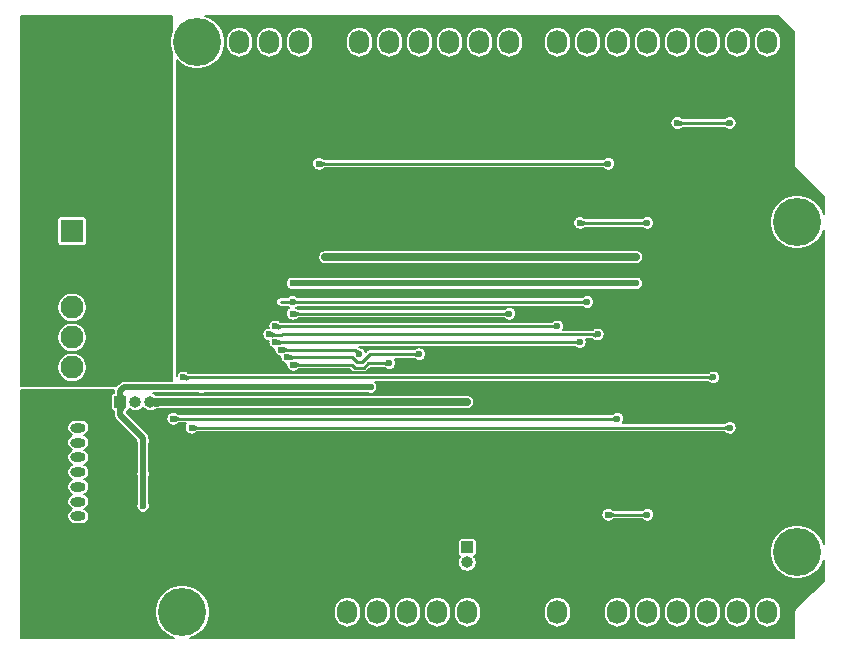
<source format=gbr>
%TF.GenerationSoftware,KiCad,Pcbnew,(5.1.9)-1*%
%TF.CreationDate,2021-05-13T12:35:02+02:00*%
%TF.ProjectId,Driverino-Shield,44726976-6572-4696-9e6f-2d536869656c,rev?*%
%TF.SameCoordinates,Original*%
%TF.FileFunction,Copper,L2,Bot*%
%TF.FilePolarity,Positive*%
%FSLAX46Y46*%
G04 Gerber Fmt 4.6, Leading zero omitted, Abs format (unit mm)*
G04 Created by KiCad (PCBNEW (5.1.9)-1) date 2021-05-13 12:35:02*
%MOMM*%
%LPD*%
G01*
G04 APERTURE LIST*
%TA.AperFunction,ComponentPad*%
%ADD10C,0.600000*%
%TD*%
%TA.AperFunction,ComponentPad*%
%ADD11O,1.000000X1.000000*%
%TD*%
%TA.AperFunction,ComponentPad*%
%ADD12R,1.000000X1.000000*%
%TD*%
%TA.AperFunction,WasherPad*%
%ADD13C,4.064000*%
%TD*%
%TA.AperFunction,ComponentPad*%
%ADD14O,1.727200X2.032000*%
%TD*%
%TA.AperFunction,ComponentPad*%
%ADD15R,1.950000X1.950000*%
%TD*%
%TA.AperFunction,ComponentPad*%
%ADD16C,1.950000*%
%TD*%
%TA.AperFunction,ComponentPad*%
%ADD17O,1.300000X0.800000*%
%TD*%
%TA.AperFunction,ViaPad*%
%ADD18C,0.600000*%
%TD*%
%TA.AperFunction,Conductor*%
%ADD19C,0.250000*%
%TD*%
%TA.AperFunction,Conductor*%
%ADD20C,0.500000*%
%TD*%
%TA.AperFunction,Conductor*%
%ADD21C,0.640000*%
%TD*%
%TA.AperFunction,Conductor*%
%ADD22C,0.160000*%
%TD*%
%TA.AperFunction,Conductor*%
%ADD23C,0.100000*%
%TD*%
%TA.AperFunction,Conductor*%
%ADD24C,0.025400*%
%TD*%
G04 APERTURE END LIST*
D10*
%TO.P,U1,41*%
%TO.N,GND*%
X127298000Y-101190000D03*
X127298000Y-99940000D03*
X127298000Y-98965000D03*
X127298000Y-102165000D03*
X128648000Y-101190000D03*
X128648000Y-99940000D03*
X128648000Y-98965000D03*
X128648000Y-102165000D03*
X129898000Y-101190000D03*
X129898000Y-99940000D03*
X125948000Y-101190000D03*
X125948000Y-99940000D03*
X125948000Y-98965000D03*
X125948000Y-102165000D03*
X124698000Y-101190000D03*
X124698000Y-99940000D03*
%TD*%
D11*
%TO.P,JP1,3*%
%TO.N,VCC*%
X122268000Y-106045000D03*
%TO.P,JP1,2*%
%TO.N,Net-(JP1-Pad2)*%
X120998000Y-106045000D03*
D12*
%TO.P,JP1,1*%
%TO.N,+3.3V*%
X119728000Y-106045000D03*
%TD*%
D13*
%TO.P,P5,*%
%TO.N,*%
X124968000Y-123825000D03*
%TD*%
%TO.P,P7,*%
%TO.N,*%
X126238000Y-75565000D03*
%TD*%
%TO.P,P8,*%
%TO.N,*%
X177038000Y-90805000D03*
%TD*%
D14*
%TO.P,P3,1*%
%TO.N,/A5(SCL)*%
X129794000Y-75565000D03*
%TO.P,P3,2*%
%TO.N,/A4(SDA)*%
X132334000Y-75565000D03*
%TO.P,P3,3*%
%TO.N,N/C*%
X134874000Y-75565000D03*
%TO.P,P3,4*%
%TO.N,GND*%
X137414000Y-75565000D03*
%TO.P,P3,5*%
%TO.N,/13(SCK)*%
X139954000Y-75565000D03*
%TO.P,P3,6*%
%TO.N,/12(MISO)*%
X142494000Y-75565000D03*
%TO.P,P3,7*%
%TO.N,/11(\u002A\u002A/MOSI)*%
X145034000Y-75565000D03*
%TO.P,P3,8*%
%TO.N,N/C*%
X147574000Y-75565000D03*
%TO.P,P3,9*%
X150114000Y-75565000D03*
%TO.P,P3,10*%
%TO.N,/8*%
X152654000Y-75565000D03*
%TD*%
D13*
%TO.P,P6,*%
%TO.N,*%
X177038000Y-118745000D03*
%TD*%
D14*
%TO.P,P1,1*%
%TO.N,N/C*%
X138938000Y-123825000D03*
%TO.P,P1,2*%
X141478000Y-123825000D03*
%TO.P,P1,3*%
X144018000Y-123825000D03*
%TO.P,P1,4*%
%TO.N,+3.3V*%
X146558000Y-123825000D03*
%TO.P,P1,5*%
%TO.N,+5V*%
X149098000Y-123825000D03*
%TO.P,P1,6*%
%TO.N,GND*%
X151638000Y-123825000D03*
%TO.P,P1,7*%
X154178000Y-123825000D03*
%TO.P,P1,8*%
%TO.N,N/C*%
X156718000Y-123825000D03*
%TD*%
%TO.P,P2,1*%
%TO.N,/A0*%
X161798000Y-123825000D03*
%TO.P,P2,2*%
%TO.N,/A1*%
X164338000Y-123825000D03*
%TO.P,P2,3*%
%TO.N,N/C*%
X166878000Y-123825000D03*
%TO.P,P2,4*%
X169418000Y-123825000D03*
%TO.P,P2,5*%
%TO.N,/A4(SDA)*%
X171958000Y-123825000D03*
%TO.P,P2,6*%
%TO.N,/A5(SCL)*%
X174498000Y-123825000D03*
%TD*%
%TO.P,P4,1*%
%TO.N,/7*%
X156718000Y-75565000D03*
%TO.P,P4,2*%
%TO.N,/6(\u002A\u002A)*%
X159258000Y-75565000D03*
%TO.P,P4,3*%
%TO.N,/5(\u002A\u002A)*%
X161798000Y-75565000D03*
%TO.P,P4,4*%
%TO.N,/4*%
X164338000Y-75565000D03*
%TO.P,P4,5*%
%TO.N,/3(\u002A\u002A)*%
X166878000Y-75565000D03*
%TO.P,P4,6*%
%TO.N,/2*%
X169418000Y-75565000D03*
%TO.P,P4,7*%
%TO.N,N/C*%
X171958000Y-75565000D03*
%TO.P,P4,8*%
X174498000Y-75565000D03*
%TD*%
D15*
%TO.P,P9,1*%
%TO.N,+36V*%
X115633500Y-91565000D03*
D16*
%TO.P,P9,2*%
%TO.N,GNDPWR*%
X115633500Y-94105000D03*
%TD*%
%TO.P,P10,1*%
%TO.N,/U*%
X115633500Y-98025000D03*
%TO.P,P10,2*%
%TO.N,/V*%
X115633500Y-100565000D03*
%TO.P,P10,3*%
%TO.N,/W*%
X115633500Y-103105000D03*
%TD*%
D17*
%TO.P,P11,8*%
%TO.N,Net-(JP1-Pad2)*%
X116147500Y-108215000D03*
%TO.P,P11,7*%
%TO.N,/HAP*%
X116147500Y-109465000D03*
%TO.P,P11,6*%
%TO.N,/HAN*%
X116147500Y-110715000D03*
%TO.P,P11,5*%
%TO.N,/HBP*%
X116147500Y-111965000D03*
%TO.P,P11,4*%
%TO.N,/HBN*%
X116147500Y-113215000D03*
%TO.P,P11,3*%
%TO.N,/HCP*%
X116147500Y-114465000D03*
%TO.P,P11,2*%
%TO.N,/HCN*%
X116147500Y-115715000D03*
%TO.P,P11,1*%
%TO.N,GND*%
%TA.AperFunction,ComponentPad*%
G36*
G01*
X116597500Y-117365000D02*
X115697500Y-117365000D01*
G75*
G02*
X115497500Y-117165000I0J200000D01*
G01*
X115497500Y-116765000D01*
G75*
G02*
X115697500Y-116565000I200000J0D01*
G01*
X116597500Y-116565000D01*
G75*
G02*
X116797500Y-116765000I0J-200000D01*
G01*
X116797500Y-117165000D01*
G75*
G02*
X116597500Y-117365000I-200000J0D01*
G01*
G37*
%TD.AperFunction*%
%TD*%
D12*
%TO.P,JP2,1*%
%TO.N,VCC*%
X149098000Y-118349000D03*
D11*
%TO.P,JP2,2*%
%TO.N,+5V*%
X149098000Y-119619000D03*
%TD*%
D18*
%TO.N,GND*%
X122618500Y-112522000D03*
X122618500Y-109791500D03*
X122618500Y-115824000D03*
%TO.N,/A1*%
X136525000Y-85852000D03*
X161036000Y-85852000D03*
X161036000Y-115570000D03*
X164338000Y-115570000D03*
%TO.N,/13(SCK)*%
X139954000Y-101981000D03*
X133350000Y-101600000D03*
%TO.N,/12(MISO)*%
X134366000Y-102870000D03*
X142494000Y-102743000D03*
%TO.N,/11(\u002A\u002A/MOSI)*%
X133858000Y-102235000D03*
X145034000Y-101981000D03*
%TO.N,+3.3V*%
X134315200Y-95986500D03*
X126548000Y-104762000D03*
X121645300Y-109338000D03*
X121645300Y-112092000D03*
X121645300Y-114846000D03*
X163388998Y-95986500D03*
X140919000Y-95986500D03*
X140906500Y-104762000D03*
%TO.N,/ILIM*%
X160147000Y-100315000D03*
X132334365Y-100315489D03*
%TO.N,/FAULT*%
X169926000Y-103949500D03*
X125048000Y-103949500D03*
%TO.N,VCC*%
X149098000Y-93787000D03*
X149098000Y-106045000D03*
X163388998Y-93787000D03*
X137076000Y-93787000D03*
%TO.N,/FGOUT*%
X134315200Y-97561500D03*
X159258000Y-97561500D03*
%TO.N,/CS*%
X132842000Y-100965000D03*
X158623000Y-90868500D03*
X164338000Y-90868500D03*
X158623000Y-100965000D03*
%TO.N,/BRAKE*%
X156718000Y-99631500D03*
X132842000Y-99631500D03*
%TO.N,/PWM*%
X134315200Y-98552000D03*
X152654000Y-98552000D03*
%TO.N,/SLEEP*%
X171323000Y-108204000D03*
X171323000Y-82407000D03*
X166878000Y-82407000D03*
X125747990Y-108204000D03*
%TO.N,/DRVOFF*%
X124206000Y-107442000D03*
X161798000Y-107442000D03*
%TD*%
D19*
%TO.N,GND*%
X122618500Y-112522000D02*
X122618500Y-109791500D01*
X122618500Y-112522000D02*
X122618500Y-115824000D01*
%TO.N,/A1*%
X136525000Y-85852000D02*
X161036000Y-85852000D01*
X161036000Y-115570000D02*
X164338000Y-115570000D01*
%TO.N,/13(SCK)*%
X139573000Y-101600000D02*
X139954000Y-101981000D01*
X133350000Y-101600000D02*
X139573000Y-101600000D01*
%TO.N,/12(MISO)*%
X139319000Y-102870000D02*
X139573000Y-103124000D01*
X139573000Y-103124000D02*
X140335000Y-103124000D01*
X134366000Y-102870000D02*
X139319000Y-102870000D01*
X140716000Y-102743000D02*
X142494000Y-102743000D01*
X140335000Y-103124000D02*
X140716000Y-102743000D01*
%TO.N,/11(\u002A\u002A/MOSI)*%
X145034000Y-101981000D02*
X140841590Y-101981000D01*
X140841590Y-101981000D02*
X140148601Y-102673989D01*
X139759400Y-102673989D02*
X139320410Y-102235000D01*
X140148601Y-102673989D02*
X139759400Y-102673989D01*
X139320410Y-102235000D02*
X133858000Y-102235000D01*
D20*
%TO.N,+3.3V*%
X121645300Y-109338000D02*
X121645300Y-112092000D01*
X121645300Y-112092000D02*
X121645300Y-114846000D01*
X126548000Y-104762000D02*
X136639000Y-104762000D01*
X136639000Y-104762000D02*
X137350500Y-104762000D01*
X137350500Y-104762000D02*
X140906500Y-104762000D01*
X126548000Y-104762000D02*
X120790000Y-104762000D01*
X120790000Y-104762000D02*
X120053400Y-104762000D01*
X119728000Y-105087400D02*
X119728000Y-106045000D01*
X120053400Y-104762000D02*
X119728000Y-105087400D01*
X119728000Y-107155000D02*
X119728000Y-106045000D01*
X121645300Y-109072300D02*
X119728000Y-107155000D01*
X121645300Y-109338000D02*
X121645300Y-109072300D01*
X134315200Y-95986500D02*
X140919000Y-95986500D01*
X140919000Y-95986500D02*
X163388998Y-95986500D01*
D19*
%TO.N,/ILIM*%
X133396001Y-100320001D02*
X132338877Y-100320001D01*
X132338877Y-100320001D02*
X132334365Y-100315489D01*
X133401002Y-100315000D02*
X133396001Y-100320001D01*
X160147000Y-100315000D02*
X133401002Y-100315000D01*
%TO.N,/FAULT*%
X168592500Y-103949500D02*
X168991500Y-103949500D01*
X168776000Y-103949500D02*
X168592500Y-103949500D01*
X168592500Y-103949500D02*
X125048000Y-103949500D01*
X168991500Y-103949500D02*
X169926000Y-103949500D01*
D21*
%TO.N,VCC*%
X122268000Y-106045000D02*
X149098000Y-106045000D01*
X149100500Y-93787000D02*
X149098000Y-93787000D01*
X149098000Y-93787000D02*
X163383000Y-93787000D01*
X149098000Y-93787000D02*
X137076000Y-93787000D01*
X137076000Y-93787000D02*
X137076000Y-93787000D01*
D19*
%TO.N,/FGOUT*%
X133286500Y-97561500D02*
X158813500Y-97561500D01*
X158813500Y-97561500D02*
X159258000Y-97561500D01*
%TO.N,/CS*%
X158623000Y-90868500D02*
X162560000Y-90868500D01*
X162560000Y-90868500D02*
X164338000Y-90868500D01*
X158242000Y-100965000D02*
X158623000Y-100965000D01*
X132842000Y-100965000D02*
X158242000Y-100965000D01*
%TO.N,/BRAKE*%
X156400500Y-99631500D02*
X156718000Y-99631500D01*
X156400500Y-99631500D02*
X156527500Y-99631500D01*
X156400500Y-99631500D02*
X132842000Y-99631500D01*
%TO.N,/PWM*%
X134366000Y-98552000D02*
X152654000Y-98552000D01*
%TO.N,/SLEEP*%
X126428500Y-108204000D02*
X171323000Y-108204000D01*
X125747990Y-108204000D02*
X126428500Y-108204000D01*
X171323000Y-82407000D02*
X166878000Y-82407000D01*
%TO.N,/DRVOFF*%
X124206000Y-107442000D02*
X161798000Y-107442000D01*
%TD*%
D22*
%TO.N,GND*%
X176723001Y-74679478D02*
X176723000Y-85963537D01*
X176721477Y-85979000D01*
X176723000Y-85994463D01*
X176723000Y-85994472D01*
X176727558Y-86040750D01*
X176745570Y-86100127D01*
X176745571Y-86100128D01*
X176774820Y-86154851D01*
X176785633Y-86168026D01*
X176814184Y-86202816D01*
X176826207Y-86212683D01*
X179263001Y-88649478D01*
X179263001Y-90139914D01*
X179261151Y-90130614D01*
X179086868Y-89709857D01*
X178833848Y-89331186D01*
X178511814Y-89009152D01*
X178133143Y-88756132D01*
X177712386Y-88581849D01*
X177265712Y-88493000D01*
X176810288Y-88493000D01*
X176363614Y-88581849D01*
X175942857Y-88756132D01*
X175564186Y-89009152D01*
X175242152Y-89331186D01*
X174989132Y-89709857D01*
X174814849Y-90130614D01*
X174726000Y-90577288D01*
X174726000Y-91032712D01*
X174814849Y-91479386D01*
X174989132Y-91900143D01*
X175242152Y-92278814D01*
X175564186Y-92600848D01*
X175942857Y-92853868D01*
X176363614Y-93028151D01*
X176810288Y-93117000D01*
X177265712Y-93117000D01*
X177712386Y-93028151D01*
X178133143Y-92853868D01*
X178511814Y-92600848D01*
X178833848Y-92278814D01*
X179086868Y-91900143D01*
X179261151Y-91479386D01*
X179263001Y-91470086D01*
X179263000Y-118079910D01*
X179261151Y-118070614D01*
X179086868Y-117649857D01*
X178833848Y-117271186D01*
X178511814Y-116949152D01*
X178133143Y-116696132D01*
X177712386Y-116521849D01*
X177265712Y-116433000D01*
X176810288Y-116433000D01*
X176363614Y-116521849D01*
X175942857Y-116696132D01*
X175564186Y-116949152D01*
X175242152Y-117271186D01*
X174989132Y-117649857D01*
X174814849Y-118070614D01*
X174726000Y-118517288D01*
X174726000Y-118972712D01*
X174814849Y-119419386D01*
X174989132Y-119840143D01*
X175242152Y-120218814D01*
X175564186Y-120540848D01*
X175942857Y-120793868D01*
X176363614Y-120968151D01*
X176810288Y-121057000D01*
X177265712Y-121057000D01*
X177712386Y-120968151D01*
X178133143Y-120793868D01*
X178511814Y-120540848D01*
X178833848Y-120218814D01*
X179086868Y-119840143D01*
X179261151Y-119419386D01*
X179263000Y-119410090D01*
X179263000Y-121154523D01*
X176826203Y-123591321D01*
X176814185Y-123601184D01*
X176804322Y-123613202D01*
X176804321Y-123613203D01*
X176774820Y-123649149D01*
X176745571Y-123703872D01*
X176727559Y-123763250D01*
X176721477Y-123825000D01*
X176723001Y-123840473D01*
X176723000Y-126050000D01*
X125633090Y-126050000D01*
X125642386Y-126048151D01*
X126063143Y-125873868D01*
X126441814Y-125620848D01*
X126763848Y-125298814D01*
X127016868Y-124920143D01*
X127191151Y-124499386D01*
X127280000Y-124052712D01*
X127280000Y-123616423D01*
X137794400Y-123616423D01*
X137794400Y-124033578D01*
X137810947Y-124201585D01*
X137876340Y-124417154D01*
X137982531Y-124615824D01*
X138125441Y-124789960D01*
X138299577Y-124932869D01*
X138498247Y-125039060D01*
X138713816Y-125104453D01*
X138938000Y-125126533D01*
X139162185Y-125104453D01*
X139377754Y-125039060D01*
X139576424Y-124932869D01*
X139750560Y-124789960D01*
X139893469Y-124615823D01*
X139999660Y-124417153D01*
X140065053Y-124201584D01*
X140081600Y-124033577D01*
X140081600Y-123616423D01*
X140334400Y-123616423D01*
X140334400Y-124033578D01*
X140350947Y-124201585D01*
X140416340Y-124417154D01*
X140522531Y-124615824D01*
X140665441Y-124789960D01*
X140839577Y-124932869D01*
X141038247Y-125039060D01*
X141253816Y-125104453D01*
X141478000Y-125126533D01*
X141702185Y-125104453D01*
X141917754Y-125039060D01*
X142116424Y-124932869D01*
X142290560Y-124789960D01*
X142433469Y-124615823D01*
X142539660Y-124417153D01*
X142605053Y-124201584D01*
X142621600Y-124033577D01*
X142621600Y-123616423D01*
X142874400Y-123616423D01*
X142874400Y-124033578D01*
X142890947Y-124201585D01*
X142956340Y-124417154D01*
X143062531Y-124615824D01*
X143205441Y-124789960D01*
X143379577Y-124932869D01*
X143578247Y-125039060D01*
X143793816Y-125104453D01*
X144018000Y-125126533D01*
X144242185Y-125104453D01*
X144457754Y-125039060D01*
X144656424Y-124932869D01*
X144830560Y-124789960D01*
X144973469Y-124615823D01*
X145079660Y-124417153D01*
X145145053Y-124201584D01*
X145161600Y-124033577D01*
X145161600Y-123616423D01*
X145414400Y-123616423D01*
X145414400Y-124033578D01*
X145430947Y-124201585D01*
X145496340Y-124417154D01*
X145602531Y-124615824D01*
X145745441Y-124789960D01*
X145919577Y-124932869D01*
X146118247Y-125039060D01*
X146333816Y-125104453D01*
X146558000Y-125126533D01*
X146782185Y-125104453D01*
X146997754Y-125039060D01*
X147196424Y-124932869D01*
X147370560Y-124789960D01*
X147513469Y-124615823D01*
X147619660Y-124417153D01*
X147685053Y-124201584D01*
X147701600Y-124033577D01*
X147701600Y-123616423D01*
X147954400Y-123616423D01*
X147954400Y-124033578D01*
X147970947Y-124201585D01*
X148036340Y-124417154D01*
X148142531Y-124615824D01*
X148285441Y-124789960D01*
X148459577Y-124932869D01*
X148658247Y-125039060D01*
X148873816Y-125104453D01*
X149098000Y-125126533D01*
X149322185Y-125104453D01*
X149537754Y-125039060D01*
X149736424Y-124932869D01*
X149910560Y-124789960D01*
X150053469Y-124615823D01*
X150159660Y-124417153D01*
X150225053Y-124201584D01*
X150241600Y-124033577D01*
X150241600Y-123616423D01*
X155574400Y-123616423D01*
X155574400Y-124033578D01*
X155590947Y-124201585D01*
X155656340Y-124417154D01*
X155762531Y-124615824D01*
X155905441Y-124789960D01*
X156079577Y-124932869D01*
X156278247Y-125039060D01*
X156493816Y-125104453D01*
X156718000Y-125126533D01*
X156942185Y-125104453D01*
X157157754Y-125039060D01*
X157356424Y-124932869D01*
X157530560Y-124789960D01*
X157673469Y-124615823D01*
X157779660Y-124417153D01*
X157845053Y-124201584D01*
X157861600Y-124033577D01*
X157861600Y-123616423D01*
X160654400Y-123616423D01*
X160654400Y-124033578D01*
X160670947Y-124201585D01*
X160736340Y-124417154D01*
X160842531Y-124615824D01*
X160985441Y-124789960D01*
X161159577Y-124932869D01*
X161358247Y-125039060D01*
X161573816Y-125104453D01*
X161798000Y-125126533D01*
X162022185Y-125104453D01*
X162237754Y-125039060D01*
X162436424Y-124932869D01*
X162610560Y-124789960D01*
X162753469Y-124615823D01*
X162859660Y-124417153D01*
X162925053Y-124201584D01*
X162941600Y-124033577D01*
X162941600Y-123616423D01*
X163194400Y-123616423D01*
X163194400Y-124033578D01*
X163210947Y-124201585D01*
X163276340Y-124417154D01*
X163382531Y-124615824D01*
X163525441Y-124789960D01*
X163699577Y-124932869D01*
X163898247Y-125039060D01*
X164113816Y-125104453D01*
X164338000Y-125126533D01*
X164562185Y-125104453D01*
X164777754Y-125039060D01*
X164976424Y-124932869D01*
X165150560Y-124789960D01*
X165293469Y-124615823D01*
X165399660Y-124417153D01*
X165465053Y-124201584D01*
X165481600Y-124033577D01*
X165481600Y-123616423D01*
X165734400Y-123616423D01*
X165734400Y-124033578D01*
X165750947Y-124201585D01*
X165816340Y-124417154D01*
X165922531Y-124615824D01*
X166065441Y-124789960D01*
X166239577Y-124932869D01*
X166438247Y-125039060D01*
X166653816Y-125104453D01*
X166878000Y-125126533D01*
X167102185Y-125104453D01*
X167317754Y-125039060D01*
X167516424Y-124932869D01*
X167690560Y-124789960D01*
X167833469Y-124615823D01*
X167939660Y-124417153D01*
X168005053Y-124201584D01*
X168021600Y-124033577D01*
X168021600Y-123616423D01*
X168274400Y-123616423D01*
X168274400Y-124033578D01*
X168290947Y-124201585D01*
X168356340Y-124417154D01*
X168462531Y-124615824D01*
X168605441Y-124789960D01*
X168779577Y-124932869D01*
X168978247Y-125039060D01*
X169193816Y-125104453D01*
X169418000Y-125126533D01*
X169642185Y-125104453D01*
X169857754Y-125039060D01*
X170056424Y-124932869D01*
X170230560Y-124789960D01*
X170373469Y-124615823D01*
X170479660Y-124417153D01*
X170545053Y-124201584D01*
X170561600Y-124033577D01*
X170561600Y-123616423D01*
X170814400Y-123616423D01*
X170814400Y-124033578D01*
X170830947Y-124201585D01*
X170896340Y-124417154D01*
X171002531Y-124615824D01*
X171145441Y-124789960D01*
X171319577Y-124932869D01*
X171518247Y-125039060D01*
X171733816Y-125104453D01*
X171958000Y-125126533D01*
X172182185Y-125104453D01*
X172397754Y-125039060D01*
X172596424Y-124932869D01*
X172770560Y-124789960D01*
X172913469Y-124615823D01*
X173019660Y-124417153D01*
X173085053Y-124201584D01*
X173101600Y-124033577D01*
X173101600Y-123616423D01*
X173354400Y-123616423D01*
X173354400Y-124033578D01*
X173370947Y-124201585D01*
X173436340Y-124417154D01*
X173542531Y-124615824D01*
X173685441Y-124789960D01*
X173859577Y-124932869D01*
X174058247Y-125039060D01*
X174273816Y-125104453D01*
X174498000Y-125126533D01*
X174722185Y-125104453D01*
X174937754Y-125039060D01*
X175136424Y-124932869D01*
X175310560Y-124789960D01*
X175453469Y-124615823D01*
X175559660Y-124417153D01*
X175625053Y-124201584D01*
X175641600Y-124033577D01*
X175641600Y-123616422D01*
X175625053Y-123448415D01*
X175559660Y-123232846D01*
X175453469Y-123034176D01*
X175310560Y-122860040D01*
X175136423Y-122717131D01*
X174937753Y-122610940D01*
X174722184Y-122545547D01*
X174498000Y-122523467D01*
X174273815Y-122545547D01*
X174058246Y-122610940D01*
X173859576Y-122717131D01*
X173685440Y-122860040D01*
X173542531Y-123034177D01*
X173436340Y-123232847D01*
X173370947Y-123448416D01*
X173354400Y-123616423D01*
X173101600Y-123616423D01*
X173101600Y-123616422D01*
X173085053Y-123448415D01*
X173019660Y-123232846D01*
X172913469Y-123034176D01*
X172770560Y-122860040D01*
X172596423Y-122717131D01*
X172397753Y-122610940D01*
X172182184Y-122545547D01*
X171958000Y-122523467D01*
X171733815Y-122545547D01*
X171518246Y-122610940D01*
X171319576Y-122717131D01*
X171145440Y-122860040D01*
X171002531Y-123034177D01*
X170896340Y-123232847D01*
X170830947Y-123448416D01*
X170814400Y-123616423D01*
X170561600Y-123616423D01*
X170561600Y-123616422D01*
X170545053Y-123448415D01*
X170479660Y-123232846D01*
X170373469Y-123034176D01*
X170230560Y-122860040D01*
X170056423Y-122717131D01*
X169857753Y-122610940D01*
X169642184Y-122545547D01*
X169418000Y-122523467D01*
X169193815Y-122545547D01*
X168978246Y-122610940D01*
X168779576Y-122717131D01*
X168605440Y-122860040D01*
X168462531Y-123034177D01*
X168356340Y-123232847D01*
X168290947Y-123448416D01*
X168274400Y-123616423D01*
X168021600Y-123616423D01*
X168021600Y-123616422D01*
X168005053Y-123448415D01*
X167939660Y-123232846D01*
X167833469Y-123034176D01*
X167690560Y-122860040D01*
X167516423Y-122717131D01*
X167317753Y-122610940D01*
X167102184Y-122545547D01*
X166878000Y-122523467D01*
X166653815Y-122545547D01*
X166438246Y-122610940D01*
X166239576Y-122717131D01*
X166065440Y-122860040D01*
X165922531Y-123034177D01*
X165816340Y-123232847D01*
X165750947Y-123448416D01*
X165734400Y-123616423D01*
X165481600Y-123616423D01*
X165481600Y-123616422D01*
X165465053Y-123448415D01*
X165399660Y-123232846D01*
X165293469Y-123034176D01*
X165150560Y-122860040D01*
X164976423Y-122717131D01*
X164777753Y-122610940D01*
X164562184Y-122545547D01*
X164338000Y-122523467D01*
X164113815Y-122545547D01*
X163898246Y-122610940D01*
X163699576Y-122717131D01*
X163525440Y-122860040D01*
X163382531Y-123034177D01*
X163276340Y-123232847D01*
X163210947Y-123448416D01*
X163194400Y-123616423D01*
X162941600Y-123616423D01*
X162941600Y-123616422D01*
X162925053Y-123448415D01*
X162859660Y-123232846D01*
X162753469Y-123034176D01*
X162610560Y-122860040D01*
X162436423Y-122717131D01*
X162237753Y-122610940D01*
X162022184Y-122545547D01*
X161798000Y-122523467D01*
X161573815Y-122545547D01*
X161358246Y-122610940D01*
X161159576Y-122717131D01*
X160985440Y-122860040D01*
X160842531Y-123034177D01*
X160736340Y-123232847D01*
X160670947Y-123448416D01*
X160654400Y-123616423D01*
X157861600Y-123616423D01*
X157861600Y-123616422D01*
X157845053Y-123448415D01*
X157779660Y-123232846D01*
X157673469Y-123034176D01*
X157530560Y-122860040D01*
X157356423Y-122717131D01*
X157157753Y-122610940D01*
X156942184Y-122545547D01*
X156718000Y-122523467D01*
X156493815Y-122545547D01*
X156278246Y-122610940D01*
X156079576Y-122717131D01*
X155905440Y-122860040D01*
X155762531Y-123034177D01*
X155656340Y-123232847D01*
X155590947Y-123448416D01*
X155574400Y-123616423D01*
X150241600Y-123616423D01*
X150241600Y-123616422D01*
X150225053Y-123448415D01*
X150159660Y-123232846D01*
X150053469Y-123034176D01*
X149910560Y-122860040D01*
X149736423Y-122717131D01*
X149537753Y-122610940D01*
X149322184Y-122545547D01*
X149098000Y-122523467D01*
X148873815Y-122545547D01*
X148658246Y-122610940D01*
X148459576Y-122717131D01*
X148285440Y-122860040D01*
X148142531Y-123034177D01*
X148036340Y-123232847D01*
X147970947Y-123448416D01*
X147954400Y-123616423D01*
X147701600Y-123616423D01*
X147701600Y-123616422D01*
X147685053Y-123448415D01*
X147619660Y-123232846D01*
X147513469Y-123034176D01*
X147370560Y-122860040D01*
X147196423Y-122717131D01*
X146997753Y-122610940D01*
X146782184Y-122545547D01*
X146558000Y-122523467D01*
X146333815Y-122545547D01*
X146118246Y-122610940D01*
X145919576Y-122717131D01*
X145745440Y-122860040D01*
X145602531Y-123034177D01*
X145496340Y-123232847D01*
X145430947Y-123448416D01*
X145414400Y-123616423D01*
X145161600Y-123616423D01*
X145161600Y-123616422D01*
X145145053Y-123448415D01*
X145079660Y-123232846D01*
X144973469Y-123034176D01*
X144830560Y-122860040D01*
X144656423Y-122717131D01*
X144457753Y-122610940D01*
X144242184Y-122545547D01*
X144018000Y-122523467D01*
X143793815Y-122545547D01*
X143578246Y-122610940D01*
X143379576Y-122717131D01*
X143205440Y-122860040D01*
X143062531Y-123034177D01*
X142956340Y-123232847D01*
X142890947Y-123448416D01*
X142874400Y-123616423D01*
X142621600Y-123616423D01*
X142621600Y-123616422D01*
X142605053Y-123448415D01*
X142539660Y-123232846D01*
X142433469Y-123034176D01*
X142290560Y-122860040D01*
X142116423Y-122717131D01*
X141917753Y-122610940D01*
X141702184Y-122545547D01*
X141478000Y-122523467D01*
X141253815Y-122545547D01*
X141038246Y-122610940D01*
X140839576Y-122717131D01*
X140665440Y-122860040D01*
X140522531Y-123034177D01*
X140416340Y-123232847D01*
X140350947Y-123448416D01*
X140334400Y-123616423D01*
X140081600Y-123616423D01*
X140081600Y-123616422D01*
X140065053Y-123448415D01*
X139999660Y-123232846D01*
X139893469Y-123034176D01*
X139750560Y-122860040D01*
X139576423Y-122717131D01*
X139377753Y-122610940D01*
X139162184Y-122545547D01*
X138938000Y-122523467D01*
X138713815Y-122545547D01*
X138498246Y-122610940D01*
X138299576Y-122717131D01*
X138125440Y-122860040D01*
X137982531Y-123034177D01*
X137876340Y-123232847D01*
X137810947Y-123448416D01*
X137794400Y-123616423D01*
X127280000Y-123616423D01*
X127280000Y-123597288D01*
X127191151Y-123150614D01*
X127016868Y-122729857D01*
X126763848Y-122351186D01*
X126441814Y-122029152D01*
X126063143Y-121776132D01*
X125642386Y-121601849D01*
X125195712Y-121513000D01*
X124740288Y-121513000D01*
X124293614Y-121601849D01*
X123872857Y-121776132D01*
X123494186Y-122029152D01*
X123172152Y-122351186D01*
X122919132Y-122729857D01*
X122744849Y-123150614D01*
X122656000Y-123597288D01*
X122656000Y-124052712D01*
X122744849Y-124499386D01*
X122919132Y-124920143D01*
X123172152Y-125298814D01*
X123494186Y-125620848D01*
X123872857Y-125873868D01*
X124293614Y-126048151D01*
X124302910Y-126050000D01*
X111313000Y-126050000D01*
X111313000Y-117849000D01*
X148316646Y-117849000D01*
X148316646Y-118849000D01*
X148322052Y-118903889D01*
X148338063Y-118956670D01*
X148364063Y-119005312D01*
X148399053Y-119047947D01*
X148441688Y-119082937D01*
X148490330Y-119108937D01*
X148501568Y-119112346D01*
X148492135Y-119121779D01*
X148406773Y-119249531D01*
X148347975Y-119391482D01*
X148318000Y-119542177D01*
X148318000Y-119695823D01*
X148347975Y-119846518D01*
X148406773Y-119988469D01*
X148492135Y-120116221D01*
X148600779Y-120224865D01*
X148728531Y-120310227D01*
X148870482Y-120369025D01*
X149021177Y-120399000D01*
X149174823Y-120399000D01*
X149325518Y-120369025D01*
X149467469Y-120310227D01*
X149595221Y-120224865D01*
X149703865Y-120116221D01*
X149789227Y-119988469D01*
X149848025Y-119846518D01*
X149878000Y-119695823D01*
X149878000Y-119542177D01*
X149848025Y-119391482D01*
X149789227Y-119249531D01*
X149703865Y-119121779D01*
X149694432Y-119112346D01*
X149705670Y-119108937D01*
X149754312Y-119082937D01*
X149796947Y-119047947D01*
X149831937Y-119005312D01*
X149857937Y-118956670D01*
X149873948Y-118903889D01*
X149879354Y-118849000D01*
X149879354Y-117849000D01*
X149873948Y-117794111D01*
X149857937Y-117741330D01*
X149831937Y-117692688D01*
X149796947Y-117650053D01*
X149754312Y-117615063D01*
X149705670Y-117589063D01*
X149652889Y-117573052D01*
X149598000Y-117567646D01*
X148598000Y-117567646D01*
X148543111Y-117573052D01*
X148490330Y-117589063D01*
X148441688Y-117615063D01*
X148399053Y-117650053D01*
X148364063Y-117692688D01*
X148338063Y-117741330D01*
X148322052Y-117794111D01*
X148316646Y-117849000D01*
X111313000Y-117849000D01*
X111313000Y-108215000D01*
X115214210Y-108215000D01*
X115227339Y-108348303D01*
X115266222Y-108476484D01*
X115329365Y-108594616D01*
X115414341Y-108698159D01*
X115517884Y-108783135D01*
X115624271Y-108840000D01*
X115517884Y-108896865D01*
X115414341Y-108981841D01*
X115329365Y-109085384D01*
X115266222Y-109203516D01*
X115227339Y-109331697D01*
X115214210Y-109465000D01*
X115227339Y-109598303D01*
X115266222Y-109726484D01*
X115329365Y-109844616D01*
X115414341Y-109948159D01*
X115517884Y-110033135D01*
X115624271Y-110090000D01*
X115517884Y-110146865D01*
X115414341Y-110231841D01*
X115329365Y-110335384D01*
X115266222Y-110453516D01*
X115227339Y-110581697D01*
X115214210Y-110715000D01*
X115227339Y-110848303D01*
X115266222Y-110976484D01*
X115329365Y-111094616D01*
X115414341Y-111198159D01*
X115517884Y-111283135D01*
X115624271Y-111340000D01*
X115517884Y-111396865D01*
X115414341Y-111481841D01*
X115329365Y-111585384D01*
X115266222Y-111703516D01*
X115227339Y-111831697D01*
X115214210Y-111965000D01*
X115227339Y-112098303D01*
X115266222Y-112226484D01*
X115329365Y-112344616D01*
X115414341Y-112448159D01*
X115517884Y-112533135D01*
X115624271Y-112590000D01*
X115517884Y-112646865D01*
X115414341Y-112731841D01*
X115329365Y-112835384D01*
X115266222Y-112953516D01*
X115227339Y-113081697D01*
X115214210Y-113215000D01*
X115227339Y-113348303D01*
X115266222Y-113476484D01*
X115329365Y-113594616D01*
X115414341Y-113698159D01*
X115517884Y-113783135D01*
X115624271Y-113840000D01*
X115517884Y-113896865D01*
X115414341Y-113981841D01*
X115329365Y-114085384D01*
X115266222Y-114203516D01*
X115227339Y-114331697D01*
X115214210Y-114465000D01*
X115227339Y-114598303D01*
X115266222Y-114726484D01*
X115329365Y-114844616D01*
X115414341Y-114948159D01*
X115517884Y-115033135D01*
X115624271Y-115090000D01*
X115517884Y-115146865D01*
X115414341Y-115231841D01*
X115329365Y-115335384D01*
X115266222Y-115453516D01*
X115227339Y-115581697D01*
X115214210Y-115715000D01*
X115227339Y-115848303D01*
X115266222Y-115976484D01*
X115329365Y-116094616D01*
X115414341Y-116198159D01*
X115517884Y-116283135D01*
X115636016Y-116346278D01*
X115764197Y-116385161D01*
X115864096Y-116395000D01*
X116430904Y-116395000D01*
X116530803Y-116385161D01*
X116658984Y-116346278D01*
X116777116Y-116283135D01*
X116880659Y-116198159D01*
X116965635Y-116094616D01*
X117028778Y-115976484D01*
X117067661Y-115848303D01*
X117080790Y-115715000D01*
X117069905Y-115604477D01*
X122328674Y-115604477D01*
X122329178Y-115620152D01*
X122332730Y-115635427D01*
X122339194Y-115649716D01*
X122549194Y-116013958D01*
X122555061Y-116022739D01*
X122565789Y-116034179D01*
X122578542Y-116043306D01*
X122592831Y-116049770D01*
X122608106Y-116053322D01*
X122623781Y-116053826D01*
X122639253Y-116051261D01*
X122653927Y-116045728D01*
X122667239Y-116037439D01*
X122678679Y-116026711D01*
X122687806Y-116013958D01*
X122897806Y-115649716D01*
X122901525Y-115642428D01*
X122906495Y-115627554D01*
X122908469Y-115611996D01*
X122907369Y-115596352D01*
X122903238Y-115581223D01*
X122896235Y-115567191D01*
X122886629Y-115554794D01*
X122872638Y-115539997D01*
X122862212Y-115527074D01*
X122853174Y-115513787D01*
X122852660Y-115512875D01*
X160456000Y-115512875D01*
X160456000Y-115627125D01*
X160478289Y-115739180D01*
X160522011Y-115844733D01*
X160585485Y-115939728D01*
X160666272Y-116020515D01*
X160761267Y-116083989D01*
X160866820Y-116127711D01*
X160978875Y-116150000D01*
X161093125Y-116150000D01*
X161205180Y-116127711D01*
X161310733Y-116083989D01*
X161405728Y-116020515D01*
X161445857Y-115980386D01*
X161450877Y-115975639D01*
X161453728Y-115975332D01*
X161463334Y-115975000D01*
X163910666Y-115975000D01*
X163920271Y-115975332D01*
X163923123Y-115975639D01*
X163928135Y-115980378D01*
X163968272Y-116020515D01*
X164063267Y-116083989D01*
X164168820Y-116127711D01*
X164280875Y-116150000D01*
X164395125Y-116150000D01*
X164507180Y-116127711D01*
X164612733Y-116083989D01*
X164707728Y-116020515D01*
X164788515Y-115939728D01*
X164851989Y-115844733D01*
X164895711Y-115739180D01*
X164918000Y-115627125D01*
X164918000Y-115512875D01*
X164895711Y-115400820D01*
X164851989Y-115295267D01*
X164788515Y-115200272D01*
X164707728Y-115119485D01*
X164612733Y-115056011D01*
X164507180Y-115012289D01*
X164395125Y-114990000D01*
X164280875Y-114990000D01*
X164168820Y-115012289D01*
X164063267Y-115056011D01*
X163968272Y-115119485D01*
X163928135Y-115159622D01*
X163923123Y-115164361D01*
X163920271Y-115164668D01*
X163910666Y-115165000D01*
X161463334Y-115165000D01*
X161453728Y-115164668D01*
X161450877Y-115164361D01*
X161445857Y-115159614D01*
X161405728Y-115119485D01*
X161310733Y-115056011D01*
X161205180Y-115012289D01*
X161093125Y-114990000D01*
X160978875Y-114990000D01*
X160866820Y-115012289D01*
X160761267Y-115056011D01*
X160666272Y-115119485D01*
X160585485Y-115200272D01*
X160522011Y-115295267D01*
X160478289Y-115400820D01*
X160456000Y-115512875D01*
X122852660Y-115512875D01*
X122845427Y-115500062D01*
X122838879Y-115485770D01*
X122833485Y-115470793D01*
X122829223Y-115454981D01*
X122826115Y-115438235D01*
X122824202Y-115420423D01*
X122823452Y-115398749D01*
X122821963Y-115385908D01*
X122817410Y-115370900D01*
X122810018Y-115357069D01*
X122800069Y-115344946D01*
X122787946Y-115334997D01*
X122774115Y-115327605D01*
X122759107Y-115323052D01*
X122743500Y-115321515D01*
X122493500Y-115321515D01*
X122480615Y-115322559D01*
X122465459Y-115326590D01*
X122451381Y-115333500D01*
X122438921Y-115343024D01*
X122428559Y-115354796D01*
X122420692Y-115368363D01*
X122415624Y-115383204D01*
X122413548Y-115398749D01*
X122412798Y-115420423D01*
X122410885Y-115438235D01*
X122407777Y-115454981D01*
X122403515Y-115470793D01*
X122398121Y-115485770D01*
X122391573Y-115500062D01*
X122383826Y-115513787D01*
X122374788Y-115527074D01*
X122364362Y-115539997D01*
X122350371Y-115554794D01*
X122345061Y-115561019D01*
X122336772Y-115574331D01*
X122331239Y-115589005D01*
X122328674Y-115604477D01*
X117069905Y-115604477D01*
X117067661Y-115581697D01*
X117028778Y-115453516D01*
X116965635Y-115335384D01*
X116880659Y-115231841D01*
X116777116Y-115146865D01*
X116670729Y-115090000D01*
X116777116Y-115033135D01*
X116880659Y-114948159D01*
X116965635Y-114844616D01*
X117028778Y-114726484D01*
X117067661Y-114598303D01*
X117080790Y-114465000D01*
X117067661Y-114331697D01*
X117028778Y-114203516D01*
X116965635Y-114085384D01*
X116880659Y-113981841D01*
X116777116Y-113896865D01*
X116670729Y-113840000D01*
X116777116Y-113783135D01*
X116880659Y-113698159D01*
X116965635Y-113594616D01*
X117028778Y-113476484D01*
X117067661Y-113348303D01*
X117080790Y-113215000D01*
X117067661Y-113081697D01*
X117028778Y-112953516D01*
X116965635Y-112835384D01*
X116880659Y-112731841D01*
X116777116Y-112646865D01*
X116670729Y-112590000D01*
X116777116Y-112533135D01*
X116880659Y-112448159D01*
X116965635Y-112344616D01*
X117028778Y-112226484D01*
X117067661Y-112098303D01*
X117080790Y-111965000D01*
X117067661Y-111831697D01*
X117028778Y-111703516D01*
X116965635Y-111585384D01*
X116880659Y-111481841D01*
X116777116Y-111396865D01*
X116670729Y-111340000D01*
X116777116Y-111283135D01*
X116880659Y-111198159D01*
X116965635Y-111094616D01*
X117028778Y-110976484D01*
X117067661Y-110848303D01*
X117080790Y-110715000D01*
X117067661Y-110581697D01*
X117028778Y-110453516D01*
X116965635Y-110335384D01*
X116880659Y-110231841D01*
X116777116Y-110146865D01*
X116670729Y-110090000D01*
X116777116Y-110033135D01*
X116880659Y-109948159D01*
X116965635Y-109844616D01*
X117028778Y-109726484D01*
X117067661Y-109598303D01*
X117080790Y-109465000D01*
X117067661Y-109331697D01*
X117028778Y-109203516D01*
X116965635Y-109085384D01*
X116880659Y-108981841D01*
X116777116Y-108896865D01*
X116670729Y-108840000D01*
X116777116Y-108783135D01*
X116880659Y-108698159D01*
X116965635Y-108594616D01*
X117028778Y-108476484D01*
X117067661Y-108348303D01*
X117080790Y-108215000D01*
X117067661Y-108081697D01*
X117028778Y-107953516D01*
X116965635Y-107835384D01*
X116880659Y-107731841D01*
X116777116Y-107646865D01*
X116658984Y-107583722D01*
X116530803Y-107544839D01*
X116430904Y-107535000D01*
X115864096Y-107535000D01*
X115764197Y-107544839D01*
X115636016Y-107583722D01*
X115517884Y-107646865D01*
X115414341Y-107731841D01*
X115329365Y-107835384D01*
X115266222Y-107953516D01*
X115227339Y-108081697D01*
X115214210Y-108215000D01*
X111313000Y-108215000D01*
X111313000Y-105030465D01*
X111332043Y-105035568D01*
X111461453Y-105052605D01*
X111498000Y-105055000D01*
X119198627Y-105055000D01*
X119195436Y-105087400D01*
X119198000Y-105113433D01*
X119198000Y-105266601D01*
X119173111Y-105269052D01*
X119120330Y-105285063D01*
X119071688Y-105311063D01*
X119029053Y-105346053D01*
X118994063Y-105388688D01*
X118968063Y-105437330D01*
X118952052Y-105490111D01*
X118946646Y-105545000D01*
X118946646Y-106545000D01*
X118952052Y-106599889D01*
X118968063Y-106652670D01*
X118994063Y-106701312D01*
X119029053Y-106743947D01*
X119071688Y-106778937D01*
X119120330Y-106804937D01*
X119173111Y-106820948D01*
X119198000Y-106823399D01*
X119198000Y-107128967D01*
X119195436Y-107155000D01*
X119205669Y-107258898D01*
X119213971Y-107286264D01*
X119235975Y-107358802D01*
X119285189Y-107450877D01*
X119351420Y-107531580D01*
X119371651Y-107548183D01*
X121071777Y-109248310D01*
X121065300Y-109280875D01*
X121065300Y-109395125D01*
X121087589Y-109507180D01*
X121115300Y-109574080D01*
X121115301Y-111855918D01*
X121087589Y-111922820D01*
X121065300Y-112034875D01*
X121065300Y-112149125D01*
X121087589Y-112261180D01*
X121115300Y-112328080D01*
X121115301Y-114609918D01*
X121087589Y-114676820D01*
X121065300Y-114788875D01*
X121065300Y-114903125D01*
X121087589Y-115015180D01*
X121131311Y-115120733D01*
X121194785Y-115215728D01*
X121275572Y-115296515D01*
X121370567Y-115359989D01*
X121476120Y-115403711D01*
X121588175Y-115426000D01*
X121702425Y-115426000D01*
X121814480Y-115403711D01*
X121920033Y-115359989D01*
X122015028Y-115296515D01*
X122095815Y-115215728D01*
X122159289Y-115120733D01*
X122203011Y-115015180D01*
X122225300Y-114903125D01*
X122225300Y-114788875D01*
X122203011Y-114676820D01*
X122175300Y-114609921D01*
X122175300Y-112734006D01*
X122328531Y-112734006D01*
X122329632Y-112749650D01*
X122333763Y-112764779D01*
X122340766Y-112778811D01*
X122350373Y-112791208D01*
X122364362Y-112806002D01*
X122374788Y-112818925D01*
X122383826Y-112832212D01*
X122391573Y-112845937D01*
X122398121Y-112860229D01*
X122403515Y-112875206D01*
X122407777Y-112891018D01*
X122410885Y-112907764D01*
X122412798Y-112925576D01*
X122413548Y-112947251D01*
X122415037Y-112960092D01*
X122419590Y-112975100D01*
X122426982Y-112988931D01*
X122436931Y-113001054D01*
X122449054Y-113011003D01*
X122462885Y-113018395D01*
X122477893Y-113022948D01*
X122493500Y-113024485D01*
X122743500Y-113024485D01*
X122756385Y-113023441D01*
X122771541Y-113019410D01*
X122785619Y-113012499D01*
X122798079Y-113002976D01*
X122808441Y-112991204D01*
X122816308Y-112977637D01*
X122821376Y-112962796D01*
X122823452Y-112947251D01*
X122824202Y-112925576D01*
X122826115Y-112907764D01*
X122829223Y-112891018D01*
X122833485Y-112875206D01*
X122838879Y-112860229D01*
X122845427Y-112845937D01*
X122853174Y-112832212D01*
X122862212Y-112818925D01*
X122872638Y-112806002D01*
X122886627Y-112791208D01*
X122891939Y-112784981D01*
X122900228Y-112771669D01*
X122905761Y-112756995D01*
X122908326Y-112741523D01*
X122907822Y-112725848D01*
X122904270Y-112710573D01*
X122897806Y-112696284D01*
X122797324Y-112522000D01*
X122897806Y-112347716D01*
X122901525Y-112340428D01*
X122906495Y-112325554D01*
X122908469Y-112309996D01*
X122907369Y-112294352D01*
X122903238Y-112279223D01*
X122896235Y-112265191D01*
X122886629Y-112252794D01*
X122872638Y-112237997D01*
X122862212Y-112225074D01*
X122853174Y-112211787D01*
X122845427Y-112198062D01*
X122838879Y-112183770D01*
X122833485Y-112168793D01*
X122829223Y-112152981D01*
X122826115Y-112136235D01*
X122824202Y-112118423D01*
X122823452Y-112096749D01*
X122821963Y-112083908D01*
X122817410Y-112068900D01*
X122810018Y-112055069D01*
X122800069Y-112042946D01*
X122787946Y-112032997D01*
X122774115Y-112025605D01*
X122759107Y-112021052D01*
X122743500Y-112019515D01*
X122493500Y-112019515D01*
X122480615Y-112020559D01*
X122465459Y-112024590D01*
X122451381Y-112031500D01*
X122438921Y-112041024D01*
X122428559Y-112052796D01*
X122420692Y-112066363D01*
X122415624Y-112081204D01*
X122413548Y-112096749D01*
X122412798Y-112118423D01*
X122410885Y-112136235D01*
X122407777Y-112152981D01*
X122403515Y-112168793D01*
X122398121Y-112183770D01*
X122391573Y-112198062D01*
X122383826Y-112211787D01*
X122374788Y-112225074D01*
X122364362Y-112237997D01*
X122350371Y-112252794D01*
X122345061Y-112259019D01*
X122336772Y-112272331D01*
X122331239Y-112287005D01*
X122328674Y-112302477D01*
X122329178Y-112318152D01*
X122332730Y-112333427D01*
X122339194Y-112347716D01*
X122439676Y-112522000D01*
X122339194Y-112696284D01*
X122335474Y-112703574D01*
X122330504Y-112718448D01*
X122328531Y-112734006D01*
X122175300Y-112734006D01*
X122175300Y-112328079D01*
X122203011Y-112261180D01*
X122225300Y-112149125D01*
X122225300Y-112034875D01*
X122203011Y-111922820D01*
X122175300Y-111855921D01*
X122175300Y-110003506D01*
X122328531Y-110003506D01*
X122329632Y-110019150D01*
X122333763Y-110034279D01*
X122340766Y-110048311D01*
X122350373Y-110060708D01*
X122364362Y-110075502D01*
X122374788Y-110088425D01*
X122383826Y-110101712D01*
X122391573Y-110115437D01*
X122398121Y-110129729D01*
X122403515Y-110144706D01*
X122407777Y-110160518D01*
X122410885Y-110177264D01*
X122412798Y-110195076D01*
X122413548Y-110216751D01*
X122415037Y-110229592D01*
X122419590Y-110244600D01*
X122426982Y-110258431D01*
X122436931Y-110270554D01*
X122449054Y-110280503D01*
X122462885Y-110287895D01*
X122477893Y-110292448D01*
X122493500Y-110293985D01*
X122743500Y-110293985D01*
X122756385Y-110292941D01*
X122771541Y-110288910D01*
X122785619Y-110281999D01*
X122798079Y-110272476D01*
X122808441Y-110260704D01*
X122816308Y-110247137D01*
X122821376Y-110232296D01*
X122823452Y-110216751D01*
X122824202Y-110195076D01*
X122826115Y-110177264D01*
X122829223Y-110160518D01*
X122833485Y-110144706D01*
X122838879Y-110129729D01*
X122845427Y-110115437D01*
X122853174Y-110101712D01*
X122862212Y-110088425D01*
X122872638Y-110075502D01*
X122886627Y-110060708D01*
X122891939Y-110054481D01*
X122900228Y-110041169D01*
X122905761Y-110026495D01*
X122908326Y-110011023D01*
X122907822Y-109995348D01*
X122904270Y-109980073D01*
X122897806Y-109965784D01*
X122687806Y-109601542D01*
X122681939Y-109592761D01*
X122671211Y-109581321D01*
X122658458Y-109572194D01*
X122644169Y-109565730D01*
X122628894Y-109562178D01*
X122613219Y-109561674D01*
X122597747Y-109564239D01*
X122583073Y-109569772D01*
X122569761Y-109578061D01*
X122558321Y-109588789D01*
X122549194Y-109601542D01*
X122339194Y-109965784D01*
X122335474Y-109973074D01*
X122330504Y-109987948D01*
X122328531Y-110003506D01*
X122175300Y-110003506D01*
X122175300Y-109574079D01*
X122203011Y-109507180D01*
X122225300Y-109395125D01*
X122225300Y-109280875D01*
X122203011Y-109168820D01*
X122175300Y-109101921D01*
X122175300Y-109098333D01*
X122177864Y-109072300D01*
X122167631Y-108968402D01*
X122145930Y-108896865D01*
X122137325Y-108868498D01*
X122125287Y-108845975D01*
X122088111Y-108776423D01*
X122076037Y-108761711D01*
X122021880Y-108695720D01*
X122001654Y-108679121D01*
X120707408Y-107384875D01*
X123626000Y-107384875D01*
X123626000Y-107499125D01*
X123648289Y-107611180D01*
X123692011Y-107716733D01*
X123755485Y-107811728D01*
X123836272Y-107892515D01*
X123931267Y-107955989D01*
X124036820Y-107999711D01*
X124148875Y-108022000D01*
X124263125Y-108022000D01*
X124375180Y-107999711D01*
X124480733Y-107955989D01*
X124575728Y-107892515D01*
X124615857Y-107852386D01*
X124620877Y-107847639D01*
X124623728Y-107847332D01*
X124633334Y-107847000D01*
X125288970Y-107847000D01*
X125234001Y-107929267D01*
X125190279Y-108034820D01*
X125167990Y-108146875D01*
X125167990Y-108261125D01*
X125190279Y-108373180D01*
X125234001Y-108478733D01*
X125297475Y-108573728D01*
X125378262Y-108654515D01*
X125473257Y-108717989D01*
X125578810Y-108761711D01*
X125690865Y-108784000D01*
X125805115Y-108784000D01*
X125917170Y-108761711D01*
X126022723Y-108717989D01*
X126117718Y-108654515D01*
X126157847Y-108614386D01*
X126162867Y-108609639D01*
X126165718Y-108609332D01*
X126175324Y-108609000D01*
X170895666Y-108609000D01*
X170905271Y-108609332D01*
X170908123Y-108609639D01*
X170913135Y-108614378D01*
X170953272Y-108654515D01*
X171048267Y-108717989D01*
X171153820Y-108761711D01*
X171265875Y-108784000D01*
X171380125Y-108784000D01*
X171492180Y-108761711D01*
X171597733Y-108717989D01*
X171692728Y-108654515D01*
X171773515Y-108573728D01*
X171836989Y-108478733D01*
X171880711Y-108373180D01*
X171903000Y-108261125D01*
X171903000Y-108146875D01*
X171880711Y-108034820D01*
X171836989Y-107929267D01*
X171773515Y-107834272D01*
X171692728Y-107753485D01*
X171597733Y-107690011D01*
X171492180Y-107646289D01*
X171380125Y-107624000D01*
X171265875Y-107624000D01*
X171153820Y-107646289D01*
X171048267Y-107690011D01*
X170953272Y-107753485D01*
X170913135Y-107793622D01*
X170908123Y-107798361D01*
X170905271Y-107798668D01*
X170895666Y-107799000D01*
X162257020Y-107799000D01*
X162311989Y-107716733D01*
X162355711Y-107611180D01*
X162378000Y-107499125D01*
X162378000Y-107384875D01*
X162355711Y-107272820D01*
X162311989Y-107167267D01*
X162248515Y-107072272D01*
X162167728Y-106991485D01*
X162072733Y-106928011D01*
X161967180Y-106884289D01*
X161855125Y-106862000D01*
X161740875Y-106862000D01*
X161628820Y-106884289D01*
X161523267Y-106928011D01*
X161428272Y-106991485D01*
X161388135Y-107031622D01*
X161383123Y-107036361D01*
X161380271Y-107036668D01*
X161370666Y-107037000D01*
X124633334Y-107037000D01*
X124623728Y-107036668D01*
X124620877Y-107036361D01*
X124615857Y-107031614D01*
X124575728Y-106991485D01*
X124480733Y-106928011D01*
X124375180Y-106884289D01*
X124263125Y-106862000D01*
X124148875Y-106862000D01*
X124036820Y-106884289D01*
X123931267Y-106928011D01*
X123836272Y-106991485D01*
X123755485Y-107072272D01*
X123692011Y-107167267D01*
X123648289Y-107272820D01*
X123626000Y-107384875D01*
X120707408Y-107384875D01*
X120258000Y-106935468D01*
X120258000Y-106823399D01*
X120282889Y-106820948D01*
X120335670Y-106804937D01*
X120384312Y-106778937D01*
X120426947Y-106743947D01*
X120461937Y-106701312D01*
X120487937Y-106652670D01*
X120491346Y-106641432D01*
X120500779Y-106650865D01*
X120628531Y-106736227D01*
X120770482Y-106795025D01*
X120921177Y-106825000D01*
X121074823Y-106825000D01*
X121225518Y-106795025D01*
X121367469Y-106736227D01*
X121495221Y-106650865D01*
X121603865Y-106542221D01*
X121633000Y-106498618D01*
X121662135Y-106542221D01*
X121770779Y-106650865D01*
X121898531Y-106736227D01*
X122040482Y-106795025D01*
X122191177Y-106825000D01*
X122344823Y-106825000D01*
X122495518Y-106795025D01*
X122637469Y-106736227D01*
X122765221Y-106650865D01*
X122767118Y-106648968D01*
X122794147Y-106647405D01*
X122829825Y-106646100D01*
X122871253Y-106645283D01*
X122918827Y-106645000D01*
X149127474Y-106645000D01*
X149215621Y-106636318D01*
X149328721Y-106602010D01*
X149432955Y-106546296D01*
X149524317Y-106471317D01*
X149599296Y-106379955D01*
X149655010Y-106275721D01*
X149689318Y-106162621D01*
X149700903Y-106045000D01*
X149689318Y-105927379D01*
X149655010Y-105814279D01*
X149599296Y-105710045D01*
X149524317Y-105618683D01*
X149432955Y-105543704D01*
X149328721Y-105487990D01*
X149215621Y-105453682D01*
X149127474Y-105445000D01*
X122918827Y-105445000D01*
X122871253Y-105444717D01*
X122829825Y-105443900D01*
X122794147Y-105442595D01*
X122767118Y-105441032D01*
X122765221Y-105439135D01*
X122637469Y-105353773D01*
X122495518Y-105294975D01*
X122480562Y-105292000D01*
X126311921Y-105292000D01*
X126378820Y-105319711D01*
X126490875Y-105342000D01*
X126605125Y-105342000D01*
X126717180Y-105319711D01*
X126784079Y-105292000D01*
X140670421Y-105292000D01*
X140737320Y-105319711D01*
X140849375Y-105342000D01*
X140963625Y-105342000D01*
X141075680Y-105319711D01*
X141181233Y-105275989D01*
X141276228Y-105212515D01*
X141357015Y-105131728D01*
X141420489Y-105036733D01*
X141464211Y-104931180D01*
X141486500Y-104819125D01*
X141486500Y-104704875D01*
X141464211Y-104592820D01*
X141420489Y-104487267D01*
X141357015Y-104392272D01*
X141319243Y-104354500D01*
X169498666Y-104354500D01*
X169508271Y-104354832D01*
X169511123Y-104355139D01*
X169516135Y-104359878D01*
X169556272Y-104400015D01*
X169651267Y-104463489D01*
X169756820Y-104507211D01*
X169868875Y-104529500D01*
X169983125Y-104529500D01*
X170095180Y-104507211D01*
X170200733Y-104463489D01*
X170295728Y-104400015D01*
X170376515Y-104319228D01*
X170439989Y-104224233D01*
X170483711Y-104118680D01*
X170506000Y-104006625D01*
X170506000Y-103892375D01*
X170483711Y-103780320D01*
X170439989Y-103674767D01*
X170376515Y-103579772D01*
X170295728Y-103498985D01*
X170200733Y-103435511D01*
X170095180Y-103391789D01*
X169983125Y-103369500D01*
X169868875Y-103369500D01*
X169756820Y-103391789D01*
X169651267Y-103435511D01*
X169556272Y-103498985D01*
X169516135Y-103539122D01*
X169511123Y-103543861D01*
X169508271Y-103544168D01*
X169498666Y-103544500D01*
X125475334Y-103544500D01*
X125465728Y-103544168D01*
X125462877Y-103543861D01*
X125457857Y-103539114D01*
X125417728Y-103498985D01*
X125322733Y-103435511D01*
X125217180Y-103391789D01*
X125105125Y-103369500D01*
X124990875Y-103369500D01*
X124878820Y-103391789D01*
X124773267Y-103435511D01*
X124678272Y-103498985D01*
X124597485Y-103579772D01*
X124534011Y-103674767D01*
X124490289Y-103780320D01*
X124486000Y-103801882D01*
X124486000Y-100258364D01*
X131754365Y-100258364D01*
X131754365Y-100372614D01*
X131776654Y-100484669D01*
X131820376Y-100590222D01*
X131883850Y-100685217D01*
X131964637Y-100766004D01*
X132059632Y-100829478D01*
X132165185Y-100873200D01*
X132264950Y-100893044D01*
X132262000Y-100907875D01*
X132262000Y-101022125D01*
X132284289Y-101134180D01*
X132328011Y-101239733D01*
X132391485Y-101334728D01*
X132472272Y-101415515D01*
X132567267Y-101478989D01*
X132672820Y-101522711D01*
X132770160Y-101542073D01*
X132770000Y-101542875D01*
X132770000Y-101657125D01*
X132792289Y-101769180D01*
X132836011Y-101874733D01*
X132899485Y-101969728D01*
X132980272Y-102050515D01*
X133075267Y-102113989D01*
X133180820Y-102157711D01*
X133278160Y-102177073D01*
X133278000Y-102177875D01*
X133278000Y-102292125D01*
X133300289Y-102404180D01*
X133344011Y-102509733D01*
X133407485Y-102604728D01*
X133488272Y-102685515D01*
X133583267Y-102748989D01*
X133688820Y-102792711D01*
X133786160Y-102812073D01*
X133786000Y-102812875D01*
X133786000Y-102927125D01*
X133808289Y-103039180D01*
X133852011Y-103144733D01*
X133915485Y-103239728D01*
X133996272Y-103320515D01*
X134091267Y-103383989D01*
X134196820Y-103427711D01*
X134308875Y-103450000D01*
X134423125Y-103450000D01*
X134535180Y-103427711D01*
X134640733Y-103383989D01*
X134735728Y-103320515D01*
X134775857Y-103280386D01*
X134780877Y-103275639D01*
X134783728Y-103275332D01*
X134793334Y-103275000D01*
X139151245Y-103275000D01*
X139272555Y-103396310D01*
X139285237Y-103411763D01*
X139346906Y-103462374D01*
X139417264Y-103499981D01*
X139493606Y-103523139D01*
X139553111Y-103529000D01*
X139553120Y-103529000D01*
X139572999Y-103530958D01*
X139592878Y-103529000D01*
X140315119Y-103529000D01*
X140335000Y-103530958D01*
X140354881Y-103529000D01*
X140354889Y-103529000D01*
X140414394Y-103523139D01*
X140490736Y-103499981D01*
X140561094Y-103462374D01*
X140622763Y-103411763D01*
X140635445Y-103396310D01*
X140883756Y-103148000D01*
X142066666Y-103148000D01*
X142076271Y-103148332D01*
X142079123Y-103148639D01*
X142084135Y-103153378D01*
X142124272Y-103193515D01*
X142219267Y-103256989D01*
X142324820Y-103300711D01*
X142436875Y-103323000D01*
X142551125Y-103323000D01*
X142663180Y-103300711D01*
X142768733Y-103256989D01*
X142863728Y-103193515D01*
X142944515Y-103112728D01*
X143007989Y-103017733D01*
X143051711Y-102912180D01*
X143074000Y-102800125D01*
X143074000Y-102685875D01*
X143051711Y-102573820D01*
X143007989Y-102468267D01*
X142953020Y-102386000D01*
X144606666Y-102386000D01*
X144616271Y-102386332D01*
X144619123Y-102386639D01*
X144624135Y-102391378D01*
X144664272Y-102431515D01*
X144759267Y-102494989D01*
X144864820Y-102538711D01*
X144976875Y-102561000D01*
X145091125Y-102561000D01*
X145203180Y-102538711D01*
X145308733Y-102494989D01*
X145403728Y-102431515D01*
X145484515Y-102350728D01*
X145547989Y-102255733D01*
X145591711Y-102150180D01*
X145614000Y-102038125D01*
X145614000Y-101923875D01*
X145591711Y-101811820D01*
X145547989Y-101706267D01*
X145484515Y-101611272D01*
X145403728Y-101530485D01*
X145308733Y-101467011D01*
X145203180Y-101423289D01*
X145091125Y-101401000D01*
X144976875Y-101401000D01*
X144864820Y-101423289D01*
X144759267Y-101467011D01*
X144664272Y-101530485D01*
X144624135Y-101570622D01*
X144619123Y-101575361D01*
X144616271Y-101575668D01*
X144606666Y-101576000D01*
X140861468Y-101576000D01*
X140841589Y-101574042D01*
X140821710Y-101576000D01*
X140821701Y-101576000D01*
X140762196Y-101581861D01*
X140685854Y-101605019D01*
X140615496Y-101642626D01*
X140553827Y-101693237D01*
X140541149Y-101708685D01*
X140490126Y-101759709D01*
X140467989Y-101706267D01*
X140404515Y-101611272D01*
X140323728Y-101530485D01*
X140228733Y-101467011D01*
X140123180Y-101423289D01*
X140011125Y-101401000D01*
X139954333Y-101401000D01*
X139947468Y-101400808D01*
X139945229Y-101399003D01*
X139938190Y-101392435D01*
X139915755Y-101370000D01*
X158207757Y-101370000D01*
X158253272Y-101415515D01*
X158348267Y-101478989D01*
X158453820Y-101522711D01*
X158565875Y-101545000D01*
X158680125Y-101545000D01*
X158792180Y-101522711D01*
X158897733Y-101478989D01*
X158992728Y-101415515D01*
X159073515Y-101334728D01*
X159136989Y-101239733D01*
X159180711Y-101134180D01*
X159203000Y-101022125D01*
X159203000Y-100907875D01*
X159180711Y-100795820D01*
X159149305Y-100720000D01*
X159719666Y-100720000D01*
X159729271Y-100720332D01*
X159732123Y-100720639D01*
X159737135Y-100725378D01*
X159777272Y-100765515D01*
X159872267Y-100828989D01*
X159977820Y-100872711D01*
X160089875Y-100895000D01*
X160204125Y-100895000D01*
X160316180Y-100872711D01*
X160421733Y-100828989D01*
X160516728Y-100765515D01*
X160597515Y-100684728D01*
X160660989Y-100589733D01*
X160704711Y-100484180D01*
X160727000Y-100372125D01*
X160727000Y-100257875D01*
X160704711Y-100145820D01*
X160660989Y-100040267D01*
X160597515Y-99945272D01*
X160516728Y-99864485D01*
X160421733Y-99801011D01*
X160316180Y-99757289D01*
X160204125Y-99735000D01*
X160089875Y-99735000D01*
X159977820Y-99757289D01*
X159872267Y-99801011D01*
X159777272Y-99864485D01*
X159737135Y-99904622D01*
X159732123Y-99909361D01*
X159729271Y-99909668D01*
X159719666Y-99910000D01*
X157229472Y-99910000D01*
X157231989Y-99906233D01*
X157275711Y-99800680D01*
X157298000Y-99688625D01*
X157298000Y-99574375D01*
X157275711Y-99462320D01*
X157231989Y-99356767D01*
X157168515Y-99261772D01*
X157087728Y-99180985D01*
X156992733Y-99117511D01*
X156887180Y-99073789D01*
X156775125Y-99051500D01*
X156660875Y-99051500D01*
X156548820Y-99073789D01*
X156443267Y-99117511D01*
X156348272Y-99180985D01*
X156302757Y-99226500D01*
X133269334Y-99226500D01*
X133259728Y-99226168D01*
X133256877Y-99225861D01*
X133251857Y-99221114D01*
X133211728Y-99180985D01*
X133116733Y-99117511D01*
X133011180Y-99073789D01*
X132899125Y-99051500D01*
X132784875Y-99051500D01*
X132672820Y-99073789D01*
X132567267Y-99117511D01*
X132472272Y-99180985D01*
X132391485Y-99261772D01*
X132328011Y-99356767D01*
X132284289Y-99462320D01*
X132262000Y-99574375D01*
X132262000Y-99688625D01*
X132271547Y-99736621D01*
X132165185Y-99757778D01*
X132059632Y-99801500D01*
X131964637Y-99864974D01*
X131883850Y-99945761D01*
X131820376Y-100040756D01*
X131776654Y-100146309D01*
X131754365Y-100258364D01*
X124486000Y-100258364D01*
X124486000Y-97561500D01*
X132879541Y-97561500D01*
X132887361Y-97640894D01*
X132910519Y-97717236D01*
X132948126Y-97787594D01*
X132998737Y-97849263D01*
X133060406Y-97899874D01*
X133130764Y-97937481D01*
X133207106Y-97960639D01*
X133266611Y-97966500D01*
X133899957Y-97966500D01*
X133945472Y-98012015D01*
X134012422Y-98056750D01*
X133945472Y-98101485D01*
X133864685Y-98182272D01*
X133801211Y-98277267D01*
X133757489Y-98382820D01*
X133735200Y-98494875D01*
X133735200Y-98609125D01*
X133757489Y-98721180D01*
X133801211Y-98826733D01*
X133864685Y-98921728D01*
X133945472Y-99002515D01*
X134040467Y-99065989D01*
X134146020Y-99109711D01*
X134258075Y-99132000D01*
X134372325Y-99132000D01*
X134484380Y-99109711D01*
X134589933Y-99065989D01*
X134684928Y-99002515D01*
X134722741Y-98964702D01*
X134723472Y-98964429D01*
X134729611Y-98962678D01*
X134739165Y-98960696D01*
X134752228Y-98958877D01*
X134768730Y-98957577D01*
X134791973Y-98957000D01*
X152226666Y-98957000D01*
X152236271Y-98957332D01*
X152239123Y-98957639D01*
X152244135Y-98962378D01*
X152284272Y-99002515D01*
X152379267Y-99065989D01*
X152484820Y-99109711D01*
X152596875Y-99132000D01*
X152711125Y-99132000D01*
X152823180Y-99109711D01*
X152928733Y-99065989D01*
X153023728Y-99002515D01*
X153104515Y-98921728D01*
X153167989Y-98826733D01*
X153211711Y-98721180D01*
X153234000Y-98609125D01*
X153234000Y-98494875D01*
X153211711Y-98382820D01*
X153167989Y-98277267D01*
X153104515Y-98182272D01*
X153023728Y-98101485D01*
X152928733Y-98038011D01*
X152823180Y-97994289D01*
X152711125Y-97972000D01*
X152596875Y-97972000D01*
X152484820Y-97994289D01*
X152379267Y-98038011D01*
X152284272Y-98101485D01*
X152244135Y-98141622D01*
X152239123Y-98146361D01*
X152236271Y-98146668D01*
X152226666Y-98147000D01*
X134791973Y-98147000D01*
X134768730Y-98146423D01*
X134752228Y-98145123D01*
X134739165Y-98143304D01*
X134729611Y-98141322D01*
X134723472Y-98139571D01*
X134722741Y-98139298D01*
X134684928Y-98101485D01*
X134617978Y-98056750D01*
X134684928Y-98012015D01*
X134730443Y-97966500D01*
X158830666Y-97966500D01*
X158840271Y-97966832D01*
X158843123Y-97967139D01*
X158848135Y-97971878D01*
X158888272Y-98012015D01*
X158983267Y-98075489D01*
X159088820Y-98119211D01*
X159200875Y-98141500D01*
X159315125Y-98141500D01*
X159427180Y-98119211D01*
X159532733Y-98075489D01*
X159627728Y-98012015D01*
X159708515Y-97931228D01*
X159771989Y-97836233D01*
X159815711Y-97730680D01*
X159838000Y-97618625D01*
X159838000Y-97504375D01*
X159815711Y-97392320D01*
X159771989Y-97286767D01*
X159708515Y-97191772D01*
X159627728Y-97110985D01*
X159532733Y-97047511D01*
X159427180Y-97003789D01*
X159315125Y-96981500D01*
X159200875Y-96981500D01*
X159088820Y-97003789D01*
X158983267Y-97047511D01*
X158888272Y-97110985D01*
X158848135Y-97151122D01*
X158843123Y-97155861D01*
X158840271Y-97156168D01*
X158830666Y-97156500D01*
X134730443Y-97156500D01*
X134684928Y-97110985D01*
X134589933Y-97047511D01*
X134484380Y-97003789D01*
X134372325Y-96981500D01*
X134258075Y-96981500D01*
X134146020Y-97003789D01*
X134040467Y-97047511D01*
X133945472Y-97110985D01*
X133899957Y-97156500D01*
X133266611Y-97156500D01*
X133207106Y-97162361D01*
X133130764Y-97185519D01*
X133060406Y-97223126D01*
X132998737Y-97273737D01*
X132948126Y-97335406D01*
X132910519Y-97405764D01*
X132887361Y-97482106D01*
X132879541Y-97561500D01*
X124486000Y-97561500D01*
X124486000Y-95929375D01*
X133735200Y-95929375D01*
X133735200Y-96043625D01*
X133757489Y-96155680D01*
X133801211Y-96261233D01*
X133864685Y-96356228D01*
X133945472Y-96437015D01*
X134040467Y-96500489D01*
X134146020Y-96544211D01*
X134258075Y-96566500D01*
X134372325Y-96566500D01*
X134484380Y-96544211D01*
X134551279Y-96516500D01*
X140682921Y-96516500D01*
X140749820Y-96544211D01*
X140861875Y-96566500D01*
X140976125Y-96566500D01*
X141088180Y-96544211D01*
X141155079Y-96516500D01*
X163152919Y-96516500D01*
X163219818Y-96544211D01*
X163331873Y-96566500D01*
X163446123Y-96566500D01*
X163558178Y-96544211D01*
X163663731Y-96500489D01*
X163758726Y-96437015D01*
X163839513Y-96356228D01*
X163902987Y-96261233D01*
X163946709Y-96155680D01*
X163968998Y-96043625D01*
X163968998Y-95929375D01*
X163946709Y-95817320D01*
X163902987Y-95711767D01*
X163839513Y-95616772D01*
X163758726Y-95535985D01*
X163663731Y-95472511D01*
X163558178Y-95428789D01*
X163446123Y-95406500D01*
X163331873Y-95406500D01*
X163219818Y-95428789D01*
X163152919Y-95456500D01*
X141155079Y-95456500D01*
X141088180Y-95428789D01*
X140976125Y-95406500D01*
X140861875Y-95406500D01*
X140749820Y-95428789D01*
X140682921Y-95456500D01*
X134551279Y-95456500D01*
X134484380Y-95428789D01*
X134372325Y-95406500D01*
X134258075Y-95406500D01*
X134146020Y-95428789D01*
X134040467Y-95472511D01*
X133945472Y-95535985D01*
X133864685Y-95616772D01*
X133801211Y-95711767D01*
X133757489Y-95817320D01*
X133735200Y-95929375D01*
X124486000Y-95929375D01*
X124486000Y-93787000D01*
X136473097Y-93787000D01*
X136484682Y-93904621D01*
X136518990Y-94017721D01*
X136574704Y-94121955D01*
X136649683Y-94213317D01*
X136741045Y-94288296D01*
X136845279Y-94344010D01*
X136958379Y-94378318D01*
X137046526Y-94387000D01*
X163412474Y-94387000D01*
X163500621Y-94378318D01*
X163613721Y-94344010D01*
X163717955Y-94288296D01*
X163809317Y-94213317D01*
X163884296Y-94121955D01*
X163940010Y-94017721D01*
X163974318Y-93904621D01*
X163985903Y-93787000D01*
X163974318Y-93669379D01*
X163940010Y-93556279D01*
X163884296Y-93452045D01*
X163809317Y-93360683D01*
X163717955Y-93285704D01*
X163613721Y-93229990D01*
X163500621Y-93195682D01*
X163412474Y-93187000D01*
X137046526Y-93187000D01*
X136958379Y-93195682D01*
X136845279Y-93229990D01*
X136741045Y-93285704D01*
X136649683Y-93360683D01*
X136574704Y-93452045D01*
X136518990Y-93556279D01*
X136484682Y-93669379D01*
X136473097Y-93787000D01*
X124486000Y-93787000D01*
X124486000Y-90811375D01*
X158043000Y-90811375D01*
X158043000Y-90925625D01*
X158065289Y-91037680D01*
X158109011Y-91143233D01*
X158172485Y-91238228D01*
X158253272Y-91319015D01*
X158348267Y-91382489D01*
X158453820Y-91426211D01*
X158565875Y-91448500D01*
X158680125Y-91448500D01*
X158792180Y-91426211D01*
X158897733Y-91382489D01*
X158992728Y-91319015D01*
X159032857Y-91278886D01*
X159037877Y-91274139D01*
X159040728Y-91273832D01*
X159050334Y-91273500D01*
X163910666Y-91273500D01*
X163920271Y-91273832D01*
X163923123Y-91274139D01*
X163928135Y-91278878D01*
X163968272Y-91319015D01*
X164063267Y-91382489D01*
X164168820Y-91426211D01*
X164280875Y-91448500D01*
X164395125Y-91448500D01*
X164507180Y-91426211D01*
X164612733Y-91382489D01*
X164707728Y-91319015D01*
X164788515Y-91238228D01*
X164851989Y-91143233D01*
X164895711Y-91037680D01*
X164918000Y-90925625D01*
X164918000Y-90811375D01*
X164895711Y-90699320D01*
X164851989Y-90593767D01*
X164788515Y-90498772D01*
X164707728Y-90417985D01*
X164612733Y-90354511D01*
X164507180Y-90310789D01*
X164395125Y-90288500D01*
X164280875Y-90288500D01*
X164168820Y-90310789D01*
X164063267Y-90354511D01*
X163968272Y-90417985D01*
X163928135Y-90458122D01*
X163923123Y-90462861D01*
X163920271Y-90463168D01*
X163910666Y-90463500D01*
X159050334Y-90463500D01*
X159040728Y-90463168D01*
X159037877Y-90462861D01*
X159032857Y-90458114D01*
X158992728Y-90417985D01*
X158897733Y-90354511D01*
X158792180Y-90310789D01*
X158680125Y-90288500D01*
X158565875Y-90288500D01*
X158453820Y-90310789D01*
X158348267Y-90354511D01*
X158253272Y-90417985D01*
X158172485Y-90498772D01*
X158109011Y-90593767D01*
X158065289Y-90699320D01*
X158043000Y-90811375D01*
X124486000Y-90811375D01*
X124486000Y-85794875D01*
X135945000Y-85794875D01*
X135945000Y-85909125D01*
X135967289Y-86021180D01*
X136011011Y-86126733D01*
X136074485Y-86221728D01*
X136155272Y-86302515D01*
X136250267Y-86365989D01*
X136355820Y-86409711D01*
X136467875Y-86432000D01*
X136582125Y-86432000D01*
X136694180Y-86409711D01*
X136799733Y-86365989D01*
X136894728Y-86302515D01*
X136934857Y-86262386D01*
X136939877Y-86257639D01*
X136942728Y-86257332D01*
X136952334Y-86257000D01*
X160608666Y-86257000D01*
X160618271Y-86257332D01*
X160621123Y-86257639D01*
X160626135Y-86262378D01*
X160666272Y-86302515D01*
X160761267Y-86365989D01*
X160866820Y-86409711D01*
X160978875Y-86432000D01*
X161093125Y-86432000D01*
X161205180Y-86409711D01*
X161310733Y-86365989D01*
X161405728Y-86302515D01*
X161486515Y-86221728D01*
X161549989Y-86126733D01*
X161593711Y-86021180D01*
X161616000Y-85909125D01*
X161616000Y-85794875D01*
X161593711Y-85682820D01*
X161549989Y-85577267D01*
X161486515Y-85482272D01*
X161405728Y-85401485D01*
X161310733Y-85338011D01*
X161205180Y-85294289D01*
X161093125Y-85272000D01*
X160978875Y-85272000D01*
X160866820Y-85294289D01*
X160761267Y-85338011D01*
X160666272Y-85401485D01*
X160626135Y-85441622D01*
X160621123Y-85446361D01*
X160618271Y-85446668D01*
X160608666Y-85447000D01*
X136952334Y-85447000D01*
X136942728Y-85446668D01*
X136939877Y-85446361D01*
X136934857Y-85441614D01*
X136894728Y-85401485D01*
X136799733Y-85338011D01*
X136694180Y-85294289D01*
X136582125Y-85272000D01*
X136467875Y-85272000D01*
X136355820Y-85294289D01*
X136250267Y-85338011D01*
X136155272Y-85401485D01*
X136074485Y-85482272D01*
X136011011Y-85577267D01*
X135967289Y-85682820D01*
X135945000Y-85794875D01*
X124486000Y-85794875D01*
X124486000Y-82349875D01*
X166298000Y-82349875D01*
X166298000Y-82464125D01*
X166320289Y-82576180D01*
X166364011Y-82681733D01*
X166427485Y-82776728D01*
X166508272Y-82857515D01*
X166603267Y-82920989D01*
X166708820Y-82964711D01*
X166820875Y-82987000D01*
X166935125Y-82987000D01*
X167047180Y-82964711D01*
X167152733Y-82920989D01*
X167247728Y-82857515D01*
X167287857Y-82817386D01*
X167292877Y-82812639D01*
X167295728Y-82812332D01*
X167305334Y-82812000D01*
X170895666Y-82812000D01*
X170905271Y-82812332D01*
X170908123Y-82812639D01*
X170913135Y-82817378D01*
X170953272Y-82857515D01*
X171048267Y-82920989D01*
X171153820Y-82964711D01*
X171265875Y-82987000D01*
X171380125Y-82987000D01*
X171492180Y-82964711D01*
X171597733Y-82920989D01*
X171692728Y-82857515D01*
X171773515Y-82776728D01*
X171836989Y-82681733D01*
X171880711Y-82576180D01*
X171903000Y-82464125D01*
X171903000Y-82349875D01*
X171880711Y-82237820D01*
X171836989Y-82132267D01*
X171773515Y-82037272D01*
X171692728Y-81956485D01*
X171597733Y-81893011D01*
X171492180Y-81849289D01*
X171380125Y-81827000D01*
X171265875Y-81827000D01*
X171153820Y-81849289D01*
X171048267Y-81893011D01*
X170953272Y-81956485D01*
X170913135Y-81996622D01*
X170908123Y-82001361D01*
X170905271Y-82001668D01*
X170895666Y-82002000D01*
X167305334Y-82002000D01*
X167295728Y-82001668D01*
X167292877Y-82001361D01*
X167287857Y-81996614D01*
X167247728Y-81956485D01*
X167152733Y-81893011D01*
X167047180Y-81849289D01*
X166935125Y-81827000D01*
X166820875Y-81827000D01*
X166708820Y-81849289D01*
X166603267Y-81893011D01*
X166508272Y-81956485D01*
X166427485Y-82037272D01*
X166364011Y-82132267D01*
X166320289Y-82237820D01*
X166298000Y-82349875D01*
X124486000Y-82349875D01*
X124486000Y-77082662D01*
X124764186Y-77360848D01*
X125142857Y-77613868D01*
X125563614Y-77788151D01*
X126010288Y-77877000D01*
X126465712Y-77877000D01*
X126912386Y-77788151D01*
X127333143Y-77613868D01*
X127711814Y-77360848D01*
X128033848Y-77038814D01*
X128286868Y-76660143D01*
X128461151Y-76239386D01*
X128550000Y-75792712D01*
X128550000Y-75356423D01*
X128650400Y-75356423D01*
X128650400Y-75773578D01*
X128666947Y-75941585D01*
X128732340Y-76157154D01*
X128838531Y-76355824D01*
X128981441Y-76529960D01*
X129155577Y-76672869D01*
X129354247Y-76779060D01*
X129569816Y-76844453D01*
X129794000Y-76866533D01*
X130018185Y-76844453D01*
X130233754Y-76779060D01*
X130432424Y-76672869D01*
X130606560Y-76529960D01*
X130749469Y-76355823D01*
X130855660Y-76157153D01*
X130921053Y-75941584D01*
X130937600Y-75773577D01*
X130937600Y-75356423D01*
X131190400Y-75356423D01*
X131190400Y-75773578D01*
X131206947Y-75941585D01*
X131272340Y-76157154D01*
X131378531Y-76355824D01*
X131521441Y-76529960D01*
X131695577Y-76672869D01*
X131894247Y-76779060D01*
X132109816Y-76844453D01*
X132334000Y-76866533D01*
X132558185Y-76844453D01*
X132773754Y-76779060D01*
X132972424Y-76672869D01*
X133146560Y-76529960D01*
X133289469Y-76355823D01*
X133395660Y-76157153D01*
X133461053Y-75941584D01*
X133477600Y-75773577D01*
X133477600Y-75356423D01*
X133730400Y-75356423D01*
X133730400Y-75773578D01*
X133746947Y-75941585D01*
X133812340Y-76157154D01*
X133918531Y-76355824D01*
X134061441Y-76529960D01*
X134235577Y-76672869D01*
X134434247Y-76779060D01*
X134649816Y-76844453D01*
X134874000Y-76866533D01*
X135098185Y-76844453D01*
X135313754Y-76779060D01*
X135512424Y-76672869D01*
X135686560Y-76529960D01*
X135829469Y-76355823D01*
X135935660Y-76157153D01*
X136001053Y-75941584D01*
X136017600Y-75773577D01*
X136017600Y-75356423D01*
X138810400Y-75356423D01*
X138810400Y-75773578D01*
X138826947Y-75941585D01*
X138892340Y-76157154D01*
X138998531Y-76355824D01*
X139141441Y-76529960D01*
X139315577Y-76672869D01*
X139514247Y-76779060D01*
X139729816Y-76844453D01*
X139954000Y-76866533D01*
X140178185Y-76844453D01*
X140393754Y-76779060D01*
X140592424Y-76672869D01*
X140766560Y-76529960D01*
X140909469Y-76355823D01*
X141015660Y-76157153D01*
X141081053Y-75941584D01*
X141097600Y-75773577D01*
X141097600Y-75356423D01*
X141350400Y-75356423D01*
X141350400Y-75773578D01*
X141366947Y-75941585D01*
X141432340Y-76157154D01*
X141538531Y-76355824D01*
X141681441Y-76529960D01*
X141855577Y-76672869D01*
X142054247Y-76779060D01*
X142269816Y-76844453D01*
X142494000Y-76866533D01*
X142718185Y-76844453D01*
X142933754Y-76779060D01*
X143132424Y-76672869D01*
X143306560Y-76529960D01*
X143449469Y-76355823D01*
X143555660Y-76157153D01*
X143621053Y-75941584D01*
X143637600Y-75773577D01*
X143637600Y-75356423D01*
X143890400Y-75356423D01*
X143890400Y-75773578D01*
X143906947Y-75941585D01*
X143972340Y-76157154D01*
X144078531Y-76355824D01*
X144221441Y-76529960D01*
X144395577Y-76672869D01*
X144594247Y-76779060D01*
X144809816Y-76844453D01*
X145034000Y-76866533D01*
X145258185Y-76844453D01*
X145473754Y-76779060D01*
X145672424Y-76672869D01*
X145846560Y-76529960D01*
X145989469Y-76355823D01*
X146095660Y-76157153D01*
X146161053Y-75941584D01*
X146177600Y-75773577D01*
X146177600Y-75356423D01*
X146430400Y-75356423D01*
X146430400Y-75773578D01*
X146446947Y-75941585D01*
X146512340Y-76157154D01*
X146618531Y-76355824D01*
X146761441Y-76529960D01*
X146935577Y-76672869D01*
X147134247Y-76779060D01*
X147349816Y-76844453D01*
X147574000Y-76866533D01*
X147798185Y-76844453D01*
X148013754Y-76779060D01*
X148212424Y-76672869D01*
X148386560Y-76529960D01*
X148529469Y-76355823D01*
X148635660Y-76157153D01*
X148701053Y-75941584D01*
X148717600Y-75773577D01*
X148717600Y-75356423D01*
X148970400Y-75356423D01*
X148970400Y-75773578D01*
X148986947Y-75941585D01*
X149052340Y-76157154D01*
X149158531Y-76355824D01*
X149301441Y-76529960D01*
X149475577Y-76672869D01*
X149674247Y-76779060D01*
X149889816Y-76844453D01*
X150114000Y-76866533D01*
X150338185Y-76844453D01*
X150553754Y-76779060D01*
X150752424Y-76672869D01*
X150926560Y-76529960D01*
X151069469Y-76355823D01*
X151175660Y-76157153D01*
X151241053Y-75941584D01*
X151257600Y-75773577D01*
X151257600Y-75356423D01*
X151510400Y-75356423D01*
X151510400Y-75773578D01*
X151526947Y-75941585D01*
X151592340Y-76157154D01*
X151698531Y-76355824D01*
X151841441Y-76529960D01*
X152015577Y-76672869D01*
X152214247Y-76779060D01*
X152429816Y-76844453D01*
X152654000Y-76866533D01*
X152878185Y-76844453D01*
X153093754Y-76779060D01*
X153292424Y-76672869D01*
X153466560Y-76529960D01*
X153609469Y-76355823D01*
X153715660Y-76157153D01*
X153781053Y-75941584D01*
X153797600Y-75773577D01*
X153797600Y-75356423D01*
X155574400Y-75356423D01*
X155574400Y-75773578D01*
X155590947Y-75941585D01*
X155656340Y-76157154D01*
X155762531Y-76355824D01*
X155905441Y-76529960D01*
X156079577Y-76672869D01*
X156278247Y-76779060D01*
X156493816Y-76844453D01*
X156718000Y-76866533D01*
X156942185Y-76844453D01*
X157157754Y-76779060D01*
X157356424Y-76672869D01*
X157530560Y-76529960D01*
X157673469Y-76355823D01*
X157779660Y-76157153D01*
X157845053Y-75941584D01*
X157861600Y-75773577D01*
X157861600Y-75356423D01*
X158114400Y-75356423D01*
X158114400Y-75773578D01*
X158130947Y-75941585D01*
X158196340Y-76157154D01*
X158302531Y-76355824D01*
X158445441Y-76529960D01*
X158619577Y-76672869D01*
X158818247Y-76779060D01*
X159033816Y-76844453D01*
X159258000Y-76866533D01*
X159482185Y-76844453D01*
X159697754Y-76779060D01*
X159896424Y-76672869D01*
X160070560Y-76529960D01*
X160213469Y-76355823D01*
X160319660Y-76157153D01*
X160385053Y-75941584D01*
X160401600Y-75773577D01*
X160401600Y-75356423D01*
X160654400Y-75356423D01*
X160654400Y-75773578D01*
X160670947Y-75941585D01*
X160736340Y-76157154D01*
X160842531Y-76355824D01*
X160985441Y-76529960D01*
X161159577Y-76672869D01*
X161358247Y-76779060D01*
X161573816Y-76844453D01*
X161798000Y-76866533D01*
X162022185Y-76844453D01*
X162237754Y-76779060D01*
X162436424Y-76672869D01*
X162610560Y-76529960D01*
X162753469Y-76355823D01*
X162859660Y-76157153D01*
X162925053Y-75941584D01*
X162941600Y-75773577D01*
X162941600Y-75356423D01*
X163194400Y-75356423D01*
X163194400Y-75773578D01*
X163210947Y-75941585D01*
X163276340Y-76157154D01*
X163382531Y-76355824D01*
X163525441Y-76529960D01*
X163699577Y-76672869D01*
X163898247Y-76779060D01*
X164113816Y-76844453D01*
X164338000Y-76866533D01*
X164562185Y-76844453D01*
X164777754Y-76779060D01*
X164976424Y-76672869D01*
X165150560Y-76529960D01*
X165293469Y-76355823D01*
X165399660Y-76157153D01*
X165465053Y-75941584D01*
X165481600Y-75773577D01*
X165481600Y-75356423D01*
X165734400Y-75356423D01*
X165734400Y-75773578D01*
X165750947Y-75941585D01*
X165816340Y-76157154D01*
X165922531Y-76355824D01*
X166065441Y-76529960D01*
X166239577Y-76672869D01*
X166438247Y-76779060D01*
X166653816Y-76844453D01*
X166878000Y-76866533D01*
X167102185Y-76844453D01*
X167317754Y-76779060D01*
X167516424Y-76672869D01*
X167690560Y-76529960D01*
X167833469Y-76355823D01*
X167939660Y-76157153D01*
X168005053Y-75941584D01*
X168021600Y-75773577D01*
X168021600Y-75356423D01*
X168274400Y-75356423D01*
X168274400Y-75773578D01*
X168290947Y-75941585D01*
X168356340Y-76157154D01*
X168462531Y-76355824D01*
X168605441Y-76529960D01*
X168779577Y-76672869D01*
X168978247Y-76779060D01*
X169193816Y-76844453D01*
X169418000Y-76866533D01*
X169642185Y-76844453D01*
X169857754Y-76779060D01*
X170056424Y-76672869D01*
X170230560Y-76529960D01*
X170373469Y-76355823D01*
X170479660Y-76157153D01*
X170545053Y-75941584D01*
X170561600Y-75773577D01*
X170561600Y-75356423D01*
X170814400Y-75356423D01*
X170814400Y-75773578D01*
X170830947Y-75941585D01*
X170896340Y-76157154D01*
X171002531Y-76355824D01*
X171145441Y-76529960D01*
X171319577Y-76672869D01*
X171518247Y-76779060D01*
X171733816Y-76844453D01*
X171958000Y-76866533D01*
X172182185Y-76844453D01*
X172397754Y-76779060D01*
X172596424Y-76672869D01*
X172770560Y-76529960D01*
X172913469Y-76355823D01*
X173019660Y-76157153D01*
X173085053Y-75941584D01*
X173101600Y-75773577D01*
X173101600Y-75356423D01*
X173354400Y-75356423D01*
X173354400Y-75773578D01*
X173370947Y-75941585D01*
X173436340Y-76157154D01*
X173542531Y-76355824D01*
X173685441Y-76529960D01*
X173859577Y-76672869D01*
X174058247Y-76779060D01*
X174273816Y-76844453D01*
X174498000Y-76866533D01*
X174722185Y-76844453D01*
X174937754Y-76779060D01*
X175136424Y-76672869D01*
X175310560Y-76529960D01*
X175453469Y-76355823D01*
X175559660Y-76157153D01*
X175625053Y-75941584D01*
X175641600Y-75773577D01*
X175641600Y-75356422D01*
X175625053Y-75188415D01*
X175559660Y-74972846D01*
X175453469Y-74774176D01*
X175310560Y-74600040D01*
X175136423Y-74457131D01*
X174937753Y-74350940D01*
X174722184Y-74285547D01*
X174498000Y-74263467D01*
X174273815Y-74285547D01*
X174058246Y-74350940D01*
X173859576Y-74457131D01*
X173685440Y-74600040D01*
X173542531Y-74774177D01*
X173436340Y-74972847D01*
X173370947Y-75188416D01*
X173354400Y-75356423D01*
X173101600Y-75356423D01*
X173101600Y-75356422D01*
X173085053Y-75188415D01*
X173019660Y-74972846D01*
X172913469Y-74774176D01*
X172770560Y-74600040D01*
X172596423Y-74457131D01*
X172397753Y-74350940D01*
X172182184Y-74285547D01*
X171958000Y-74263467D01*
X171733815Y-74285547D01*
X171518246Y-74350940D01*
X171319576Y-74457131D01*
X171145440Y-74600040D01*
X171002531Y-74774177D01*
X170896340Y-74972847D01*
X170830947Y-75188416D01*
X170814400Y-75356423D01*
X170561600Y-75356423D01*
X170561600Y-75356422D01*
X170545053Y-75188415D01*
X170479660Y-74972846D01*
X170373469Y-74774176D01*
X170230560Y-74600040D01*
X170056423Y-74457131D01*
X169857753Y-74350940D01*
X169642184Y-74285547D01*
X169418000Y-74263467D01*
X169193815Y-74285547D01*
X168978246Y-74350940D01*
X168779576Y-74457131D01*
X168605440Y-74600040D01*
X168462531Y-74774177D01*
X168356340Y-74972847D01*
X168290947Y-75188416D01*
X168274400Y-75356423D01*
X168021600Y-75356423D01*
X168021600Y-75356422D01*
X168005053Y-75188415D01*
X167939660Y-74972846D01*
X167833469Y-74774176D01*
X167690560Y-74600040D01*
X167516423Y-74457131D01*
X167317753Y-74350940D01*
X167102184Y-74285547D01*
X166878000Y-74263467D01*
X166653815Y-74285547D01*
X166438246Y-74350940D01*
X166239576Y-74457131D01*
X166065440Y-74600040D01*
X165922531Y-74774177D01*
X165816340Y-74972847D01*
X165750947Y-75188416D01*
X165734400Y-75356423D01*
X165481600Y-75356423D01*
X165481600Y-75356422D01*
X165465053Y-75188415D01*
X165399660Y-74972846D01*
X165293469Y-74774176D01*
X165150560Y-74600040D01*
X164976423Y-74457131D01*
X164777753Y-74350940D01*
X164562184Y-74285547D01*
X164338000Y-74263467D01*
X164113815Y-74285547D01*
X163898246Y-74350940D01*
X163699576Y-74457131D01*
X163525440Y-74600040D01*
X163382531Y-74774177D01*
X163276340Y-74972847D01*
X163210947Y-75188416D01*
X163194400Y-75356423D01*
X162941600Y-75356423D01*
X162941600Y-75356422D01*
X162925053Y-75188415D01*
X162859660Y-74972846D01*
X162753469Y-74774176D01*
X162610560Y-74600040D01*
X162436423Y-74457131D01*
X162237753Y-74350940D01*
X162022184Y-74285547D01*
X161798000Y-74263467D01*
X161573815Y-74285547D01*
X161358246Y-74350940D01*
X161159576Y-74457131D01*
X160985440Y-74600040D01*
X160842531Y-74774177D01*
X160736340Y-74972847D01*
X160670947Y-75188416D01*
X160654400Y-75356423D01*
X160401600Y-75356423D01*
X160401600Y-75356422D01*
X160385053Y-75188415D01*
X160319660Y-74972846D01*
X160213469Y-74774176D01*
X160070560Y-74600040D01*
X159896423Y-74457131D01*
X159697753Y-74350940D01*
X159482184Y-74285547D01*
X159258000Y-74263467D01*
X159033815Y-74285547D01*
X158818246Y-74350940D01*
X158619576Y-74457131D01*
X158445440Y-74600040D01*
X158302531Y-74774177D01*
X158196340Y-74972847D01*
X158130947Y-75188416D01*
X158114400Y-75356423D01*
X157861600Y-75356423D01*
X157861600Y-75356422D01*
X157845053Y-75188415D01*
X157779660Y-74972846D01*
X157673469Y-74774176D01*
X157530560Y-74600040D01*
X157356423Y-74457131D01*
X157157753Y-74350940D01*
X156942184Y-74285547D01*
X156718000Y-74263467D01*
X156493815Y-74285547D01*
X156278246Y-74350940D01*
X156079576Y-74457131D01*
X155905440Y-74600040D01*
X155762531Y-74774177D01*
X155656340Y-74972847D01*
X155590947Y-75188416D01*
X155574400Y-75356423D01*
X153797600Y-75356423D01*
X153797600Y-75356422D01*
X153781053Y-75188415D01*
X153715660Y-74972846D01*
X153609469Y-74774176D01*
X153466560Y-74600040D01*
X153292423Y-74457131D01*
X153093753Y-74350940D01*
X152878184Y-74285547D01*
X152654000Y-74263467D01*
X152429815Y-74285547D01*
X152214246Y-74350940D01*
X152015576Y-74457131D01*
X151841440Y-74600040D01*
X151698531Y-74774177D01*
X151592340Y-74972847D01*
X151526947Y-75188416D01*
X151510400Y-75356423D01*
X151257600Y-75356423D01*
X151257600Y-75356422D01*
X151241053Y-75188415D01*
X151175660Y-74972846D01*
X151069469Y-74774176D01*
X150926560Y-74600040D01*
X150752423Y-74457131D01*
X150553753Y-74350940D01*
X150338184Y-74285547D01*
X150114000Y-74263467D01*
X149889815Y-74285547D01*
X149674246Y-74350940D01*
X149475576Y-74457131D01*
X149301440Y-74600040D01*
X149158531Y-74774177D01*
X149052340Y-74972847D01*
X148986947Y-75188416D01*
X148970400Y-75356423D01*
X148717600Y-75356423D01*
X148717600Y-75356422D01*
X148701053Y-75188415D01*
X148635660Y-74972846D01*
X148529469Y-74774176D01*
X148386560Y-74600040D01*
X148212423Y-74457131D01*
X148013753Y-74350940D01*
X147798184Y-74285547D01*
X147574000Y-74263467D01*
X147349815Y-74285547D01*
X147134246Y-74350940D01*
X146935576Y-74457131D01*
X146761440Y-74600040D01*
X146618531Y-74774177D01*
X146512340Y-74972847D01*
X146446947Y-75188416D01*
X146430400Y-75356423D01*
X146177600Y-75356423D01*
X146177600Y-75356422D01*
X146161053Y-75188415D01*
X146095660Y-74972846D01*
X145989469Y-74774176D01*
X145846560Y-74600040D01*
X145672423Y-74457131D01*
X145473753Y-74350940D01*
X145258184Y-74285547D01*
X145034000Y-74263467D01*
X144809815Y-74285547D01*
X144594246Y-74350940D01*
X144395576Y-74457131D01*
X144221440Y-74600040D01*
X144078531Y-74774177D01*
X143972340Y-74972847D01*
X143906947Y-75188416D01*
X143890400Y-75356423D01*
X143637600Y-75356423D01*
X143637600Y-75356422D01*
X143621053Y-75188415D01*
X143555660Y-74972846D01*
X143449469Y-74774176D01*
X143306560Y-74600040D01*
X143132423Y-74457131D01*
X142933753Y-74350940D01*
X142718184Y-74285547D01*
X142494000Y-74263467D01*
X142269815Y-74285547D01*
X142054246Y-74350940D01*
X141855576Y-74457131D01*
X141681440Y-74600040D01*
X141538531Y-74774177D01*
X141432340Y-74972847D01*
X141366947Y-75188416D01*
X141350400Y-75356423D01*
X141097600Y-75356423D01*
X141097600Y-75356422D01*
X141081053Y-75188415D01*
X141015660Y-74972846D01*
X140909469Y-74774176D01*
X140766560Y-74600040D01*
X140592423Y-74457131D01*
X140393753Y-74350940D01*
X140178184Y-74285547D01*
X139954000Y-74263467D01*
X139729815Y-74285547D01*
X139514246Y-74350940D01*
X139315576Y-74457131D01*
X139141440Y-74600040D01*
X138998531Y-74774177D01*
X138892340Y-74972847D01*
X138826947Y-75188416D01*
X138810400Y-75356423D01*
X136017600Y-75356423D01*
X136017600Y-75356422D01*
X136001053Y-75188415D01*
X135935660Y-74972846D01*
X135829469Y-74774176D01*
X135686560Y-74600040D01*
X135512423Y-74457131D01*
X135313753Y-74350940D01*
X135098184Y-74285547D01*
X134874000Y-74263467D01*
X134649815Y-74285547D01*
X134434246Y-74350940D01*
X134235576Y-74457131D01*
X134061440Y-74600040D01*
X133918531Y-74774177D01*
X133812340Y-74972847D01*
X133746947Y-75188416D01*
X133730400Y-75356423D01*
X133477600Y-75356423D01*
X133477600Y-75356422D01*
X133461053Y-75188415D01*
X133395660Y-74972846D01*
X133289469Y-74774176D01*
X133146560Y-74600040D01*
X132972423Y-74457131D01*
X132773753Y-74350940D01*
X132558184Y-74285547D01*
X132334000Y-74263467D01*
X132109815Y-74285547D01*
X131894246Y-74350940D01*
X131695576Y-74457131D01*
X131521440Y-74600040D01*
X131378531Y-74774177D01*
X131272340Y-74972847D01*
X131206947Y-75188416D01*
X131190400Y-75356423D01*
X130937600Y-75356423D01*
X130937600Y-75356422D01*
X130921053Y-75188415D01*
X130855660Y-74972846D01*
X130749469Y-74774176D01*
X130606560Y-74600040D01*
X130432423Y-74457131D01*
X130233753Y-74350940D01*
X130018184Y-74285547D01*
X129794000Y-74263467D01*
X129569815Y-74285547D01*
X129354246Y-74350940D01*
X129155576Y-74457131D01*
X128981440Y-74600040D01*
X128838531Y-74774177D01*
X128732340Y-74972847D01*
X128666947Y-75188416D01*
X128650400Y-75356423D01*
X128550000Y-75356423D01*
X128550000Y-75337288D01*
X128461151Y-74890614D01*
X128286868Y-74469857D01*
X128033848Y-74091186D01*
X127711814Y-73769152D01*
X127333143Y-73516132D01*
X126912386Y-73341849D01*
X126903090Y-73340000D01*
X175383524Y-73340000D01*
X176723001Y-74679478D01*
%TA.AperFunction,Conductor*%
D23*
G36*
X176723001Y-74679478D02*
G01*
X176723000Y-85963537D01*
X176721477Y-85979000D01*
X176723000Y-85994463D01*
X176723000Y-85994472D01*
X176727558Y-86040750D01*
X176745570Y-86100127D01*
X176745571Y-86100128D01*
X176774820Y-86154851D01*
X176785633Y-86168026D01*
X176814184Y-86202816D01*
X176826207Y-86212683D01*
X179263001Y-88649478D01*
X179263001Y-90139914D01*
X179261151Y-90130614D01*
X179086868Y-89709857D01*
X178833848Y-89331186D01*
X178511814Y-89009152D01*
X178133143Y-88756132D01*
X177712386Y-88581849D01*
X177265712Y-88493000D01*
X176810288Y-88493000D01*
X176363614Y-88581849D01*
X175942857Y-88756132D01*
X175564186Y-89009152D01*
X175242152Y-89331186D01*
X174989132Y-89709857D01*
X174814849Y-90130614D01*
X174726000Y-90577288D01*
X174726000Y-91032712D01*
X174814849Y-91479386D01*
X174989132Y-91900143D01*
X175242152Y-92278814D01*
X175564186Y-92600848D01*
X175942857Y-92853868D01*
X176363614Y-93028151D01*
X176810288Y-93117000D01*
X177265712Y-93117000D01*
X177712386Y-93028151D01*
X178133143Y-92853868D01*
X178511814Y-92600848D01*
X178833848Y-92278814D01*
X179086868Y-91900143D01*
X179261151Y-91479386D01*
X179263001Y-91470086D01*
X179263000Y-118079910D01*
X179261151Y-118070614D01*
X179086868Y-117649857D01*
X178833848Y-117271186D01*
X178511814Y-116949152D01*
X178133143Y-116696132D01*
X177712386Y-116521849D01*
X177265712Y-116433000D01*
X176810288Y-116433000D01*
X176363614Y-116521849D01*
X175942857Y-116696132D01*
X175564186Y-116949152D01*
X175242152Y-117271186D01*
X174989132Y-117649857D01*
X174814849Y-118070614D01*
X174726000Y-118517288D01*
X174726000Y-118972712D01*
X174814849Y-119419386D01*
X174989132Y-119840143D01*
X175242152Y-120218814D01*
X175564186Y-120540848D01*
X175942857Y-120793868D01*
X176363614Y-120968151D01*
X176810288Y-121057000D01*
X177265712Y-121057000D01*
X177712386Y-120968151D01*
X178133143Y-120793868D01*
X178511814Y-120540848D01*
X178833848Y-120218814D01*
X179086868Y-119840143D01*
X179261151Y-119419386D01*
X179263000Y-119410090D01*
X179263000Y-121154523D01*
X176826203Y-123591321D01*
X176814185Y-123601184D01*
X176804322Y-123613202D01*
X176804321Y-123613203D01*
X176774820Y-123649149D01*
X176745571Y-123703872D01*
X176727559Y-123763250D01*
X176721477Y-123825000D01*
X176723001Y-123840473D01*
X176723000Y-126050000D01*
X125633090Y-126050000D01*
X125642386Y-126048151D01*
X126063143Y-125873868D01*
X126441814Y-125620848D01*
X126763848Y-125298814D01*
X127016868Y-124920143D01*
X127191151Y-124499386D01*
X127280000Y-124052712D01*
X127280000Y-123616423D01*
X137794400Y-123616423D01*
X137794400Y-124033578D01*
X137810947Y-124201585D01*
X137876340Y-124417154D01*
X137982531Y-124615824D01*
X138125441Y-124789960D01*
X138299577Y-124932869D01*
X138498247Y-125039060D01*
X138713816Y-125104453D01*
X138938000Y-125126533D01*
X139162185Y-125104453D01*
X139377754Y-125039060D01*
X139576424Y-124932869D01*
X139750560Y-124789960D01*
X139893469Y-124615823D01*
X139999660Y-124417153D01*
X140065053Y-124201584D01*
X140081600Y-124033577D01*
X140081600Y-123616423D01*
X140334400Y-123616423D01*
X140334400Y-124033578D01*
X140350947Y-124201585D01*
X140416340Y-124417154D01*
X140522531Y-124615824D01*
X140665441Y-124789960D01*
X140839577Y-124932869D01*
X141038247Y-125039060D01*
X141253816Y-125104453D01*
X141478000Y-125126533D01*
X141702185Y-125104453D01*
X141917754Y-125039060D01*
X142116424Y-124932869D01*
X142290560Y-124789960D01*
X142433469Y-124615823D01*
X142539660Y-124417153D01*
X142605053Y-124201584D01*
X142621600Y-124033577D01*
X142621600Y-123616423D01*
X142874400Y-123616423D01*
X142874400Y-124033578D01*
X142890947Y-124201585D01*
X142956340Y-124417154D01*
X143062531Y-124615824D01*
X143205441Y-124789960D01*
X143379577Y-124932869D01*
X143578247Y-125039060D01*
X143793816Y-125104453D01*
X144018000Y-125126533D01*
X144242185Y-125104453D01*
X144457754Y-125039060D01*
X144656424Y-124932869D01*
X144830560Y-124789960D01*
X144973469Y-124615823D01*
X145079660Y-124417153D01*
X145145053Y-124201584D01*
X145161600Y-124033577D01*
X145161600Y-123616423D01*
X145414400Y-123616423D01*
X145414400Y-124033578D01*
X145430947Y-124201585D01*
X145496340Y-124417154D01*
X145602531Y-124615824D01*
X145745441Y-124789960D01*
X145919577Y-124932869D01*
X146118247Y-125039060D01*
X146333816Y-125104453D01*
X146558000Y-125126533D01*
X146782185Y-125104453D01*
X146997754Y-125039060D01*
X147196424Y-124932869D01*
X147370560Y-124789960D01*
X147513469Y-124615823D01*
X147619660Y-124417153D01*
X147685053Y-124201584D01*
X147701600Y-124033577D01*
X147701600Y-123616423D01*
X147954400Y-123616423D01*
X147954400Y-124033578D01*
X147970947Y-124201585D01*
X148036340Y-124417154D01*
X148142531Y-124615824D01*
X148285441Y-124789960D01*
X148459577Y-124932869D01*
X148658247Y-125039060D01*
X148873816Y-125104453D01*
X149098000Y-125126533D01*
X149322185Y-125104453D01*
X149537754Y-125039060D01*
X149736424Y-124932869D01*
X149910560Y-124789960D01*
X150053469Y-124615823D01*
X150159660Y-124417153D01*
X150225053Y-124201584D01*
X150241600Y-124033577D01*
X150241600Y-123616423D01*
X155574400Y-123616423D01*
X155574400Y-124033578D01*
X155590947Y-124201585D01*
X155656340Y-124417154D01*
X155762531Y-124615824D01*
X155905441Y-124789960D01*
X156079577Y-124932869D01*
X156278247Y-125039060D01*
X156493816Y-125104453D01*
X156718000Y-125126533D01*
X156942185Y-125104453D01*
X157157754Y-125039060D01*
X157356424Y-124932869D01*
X157530560Y-124789960D01*
X157673469Y-124615823D01*
X157779660Y-124417153D01*
X157845053Y-124201584D01*
X157861600Y-124033577D01*
X157861600Y-123616423D01*
X160654400Y-123616423D01*
X160654400Y-124033578D01*
X160670947Y-124201585D01*
X160736340Y-124417154D01*
X160842531Y-124615824D01*
X160985441Y-124789960D01*
X161159577Y-124932869D01*
X161358247Y-125039060D01*
X161573816Y-125104453D01*
X161798000Y-125126533D01*
X162022185Y-125104453D01*
X162237754Y-125039060D01*
X162436424Y-124932869D01*
X162610560Y-124789960D01*
X162753469Y-124615823D01*
X162859660Y-124417153D01*
X162925053Y-124201584D01*
X162941600Y-124033577D01*
X162941600Y-123616423D01*
X163194400Y-123616423D01*
X163194400Y-124033578D01*
X163210947Y-124201585D01*
X163276340Y-124417154D01*
X163382531Y-124615824D01*
X163525441Y-124789960D01*
X163699577Y-124932869D01*
X163898247Y-125039060D01*
X164113816Y-125104453D01*
X164338000Y-125126533D01*
X164562185Y-125104453D01*
X164777754Y-125039060D01*
X164976424Y-124932869D01*
X165150560Y-124789960D01*
X165293469Y-124615823D01*
X165399660Y-124417153D01*
X165465053Y-124201584D01*
X165481600Y-124033577D01*
X165481600Y-123616423D01*
X165734400Y-123616423D01*
X165734400Y-124033578D01*
X165750947Y-124201585D01*
X165816340Y-124417154D01*
X165922531Y-124615824D01*
X166065441Y-124789960D01*
X166239577Y-124932869D01*
X166438247Y-125039060D01*
X166653816Y-125104453D01*
X166878000Y-125126533D01*
X167102185Y-125104453D01*
X167317754Y-125039060D01*
X167516424Y-124932869D01*
X167690560Y-124789960D01*
X167833469Y-124615823D01*
X167939660Y-124417153D01*
X168005053Y-124201584D01*
X168021600Y-124033577D01*
X168021600Y-123616423D01*
X168274400Y-123616423D01*
X168274400Y-124033578D01*
X168290947Y-124201585D01*
X168356340Y-124417154D01*
X168462531Y-124615824D01*
X168605441Y-124789960D01*
X168779577Y-124932869D01*
X168978247Y-125039060D01*
X169193816Y-125104453D01*
X169418000Y-125126533D01*
X169642185Y-125104453D01*
X169857754Y-125039060D01*
X170056424Y-124932869D01*
X170230560Y-124789960D01*
X170373469Y-124615823D01*
X170479660Y-124417153D01*
X170545053Y-124201584D01*
X170561600Y-124033577D01*
X170561600Y-123616423D01*
X170814400Y-123616423D01*
X170814400Y-124033578D01*
X170830947Y-124201585D01*
X170896340Y-124417154D01*
X171002531Y-124615824D01*
X171145441Y-124789960D01*
X171319577Y-124932869D01*
X171518247Y-125039060D01*
X171733816Y-125104453D01*
X171958000Y-125126533D01*
X172182185Y-125104453D01*
X172397754Y-125039060D01*
X172596424Y-124932869D01*
X172770560Y-124789960D01*
X172913469Y-124615823D01*
X173019660Y-124417153D01*
X173085053Y-124201584D01*
X173101600Y-124033577D01*
X173101600Y-123616423D01*
X173354400Y-123616423D01*
X173354400Y-124033578D01*
X173370947Y-124201585D01*
X173436340Y-124417154D01*
X173542531Y-124615824D01*
X173685441Y-124789960D01*
X173859577Y-124932869D01*
X174058247Y-125039060D01*
X174273816Y-125104453D01*
X174498000Y-125126533D01*
X174722185Y-125104453D01*
X174937754Y-125039060D01*
X175136424Y-124932869D01*
X175310560Y-124789960D01*
X175453469Y-124615823D01*
X175559660Y-124417153D01*
X175625053Y-124201584D01*
X175641600Y-124033577D01*
X175641600Y-123616422D01*
X175625053Y-123448415D01*
X175559660Y-123232846D01*
X175453469Y-123034176D01*
X175310560Y-122860040D01*
X175136423Y-122717131D01*
X174937753Y-122610940D01*
X174722184Y-122545547D01*
X174498000Y-122523467D01*
X174273815Y-122545547D01*
X174058246Y-122610940D01*
X173859576Y-122717131D01*
X173685440Y-122860040D01*
X173542531Y-123034177D01*
X173436340Y-123232847D01*
X173370947Y-123448416D01*
X173354400Y-123616423D01*
X173101600Y-123616423D01*
X173101600Y-123616422D01*
X173085053Y-123448415D01*
X173019660Y-123232846D01*
X172913469Y-123034176D01*
X172770560Y-122860040D01*
X172596423Y-122717131D01*
X172397753Y-122610940D01*
X172182184Y-122545547D01*
X171958000Y-122523467D01*
X171733815Y-122545547D01*
X171518246Y-122610940D01*
X171319576Y-122717131D01*
X171145440Y-122860040D01*
X171002531Y-123034177D01*
X170896340Y-123232847D01*
X170830947Y-123448416D01*
X170814400Y-123616423D01*
X170561600Y-123616423D01*
X170561600Y-123616422D01*
X170545053Y-123448415D01*
X170479660Y-123232846D01*
X170373469Y-123034176D01*
X170230560Y-122860040D01*
X170056423Y-122717131D01*
X169857753Y-122610940D01*
X169642184Y-122545547D01*
X169418000Y-122523467D01*
X169193815Y-122545547D01*
X168978246Y-122610940D01*
X168779576Y-122717131D01*
X168605440Y-122860040D01*
X168462531Y-123034177D01*
X168356340Y-123232847D01*
X168290947Y-123448416D01*
X168274400Y-123616423D01*
X168021600Y-123616423D01*
X168021600Y-123616422D01*
X168005053Y-123448415D01*
X167939660Y-123232846D01*
X167833469Y-123034176D01*
X167690560Y-122860040D01*
X167516423Y-122717131D01*
X167317753Y-122610940D01*
X167102184Y-122545547D01*
X166878000Y-122523467D01*
X166653815Y-122545547D01*
X166438246Y-122610940D01*
X166239576Y-122717131D01*
X166065440Y-122860040D01*
X165922531Y-123034177D01*
X165816340Y-123232847D01*
X165750947Y-123448416D01*
X165734400Y-123616423D01*
X165481600Y-123616423D01*
X165481600Y-123616422D01*
X165465053Y-123448415D01*
X165399660Y-123232846D01*
X165293469Y-123034176D01*
X165150560Y-122860040D01*
X164976423Y-122717131D01*
X164777753Y-122610940D01*
X164562184Y-122545547D01*
X164338000Y-122523467D01*
X164113815Y-122545547D01*
X163898246Y-122610940D01*
X163699576Y-122717131D01*
X163525440Y-122860040D01*
X163382531Y-123034177D01*
X163276340Y-123232847D01*
X163210947Y-123448416D01*
X163194400Y-123616423D01*
X162941600Y-123616423D01*
X162941600Y-123616422D01*
X162925053Y-123448415D01*
X162859660Y-123232846D01*
X162753469Y-123034176D01*
X162610560Y-122860040D01*
X162436423Y-122717131D01*
X162237753Y-122610940D01*
X162022184Y-122545547D01*
X161798000Y-122523467D01*
X161573815Y-122545547D01*
X161358246Y-122610940D01*
X161159576Y-122717131D01*
X160985440Y-122860040D01*
X160842531Y-123034177D01*
X160736340Y-123232847D01*
X160670947Y-123448416D01*
X160654400Y-123616423D01*
X157861600Y-123616423D01*
X157861600Y-123616422D01*
X157845053Y-123448415D01*
X157779660Y-123232846D01*
X157673469Y-123034176D01*
X157530560Y-122860040D01*
X157356423Y-122717131D01*
X157157753Y-122610940D01*
X156942184Y-122545547D01*
X156718000Y-122523467D01*
X156493815Y-122545547D01*
X156278246Y-122610940D01*
X156079576Y-122717131D01*
X155905440Y-122860040D01*
X155762531Y-123034177D01*
X155656340Y-123232847D01*
X155590947Y-123448416D01*
X155574400Y-123616423D01*
X150241600Y-123616423D01*
X150241600Y-123616422D01*
X150225053Y-123448415D01*
X150159660Y-123232846D01*
X150053469Y-123034176D01*
X149910560Y-122860040D01*
X149736423Y-122717131D01*
X149537753Y-122610940D01*
X149322184Y-122545547D01*
X149098000Y-122523467D01*
X148873815Y-122545547D01*
X148658246Y-122610940D01*
X148459576Y-122717131D01*
X148285440Y-122860040D01*
X148142531Y-123034177D01*
X148036340Y-123232847D01*
X147970947Y-123448416D01*
X147954400Y-123616423D01*
X147701600Y-123616423D01*
X147701600Y-123616422D01*
X147685053Y-123448415D01*
X147619660Y-123232846D01*
X147513469Y-123034176D01*
X147370560Y-122860040D01*
X147196423Y-122717131D01*
X146997753Y-122610940D01*
X146782184Y-122545547D01*
X146558000Y-122523467D01*
X146333815Y-122545547D01*
X146118246Y-122610940D01*
X145919576Y-122717131D01*
X145745440Y-122860040D01*
X145602531Y-123034177D01*
X145496340Y-123232847D01*
X145430947Y-123448416D01*
X145414400Y-123616423D01*
X145161600Y-123616423D01*
X145161600Y-123616422D01*
X145145053Y-123448415D01*
X145079660Y-123232846D01*
X144973469Y-123034176D01*
X144830560Y-122860040D01*
X144656423Y-122717131D01*
X144457753Y-122610940D01*
X144242184Y-122545547D01*
X144018000Y-122523467D01*
X143793815Y-122545547D01*
X143578246Y-122610940D01*
X143379576Y-122717131D01*
X143205440Y-122860040D01*
X143062531Y-123034177D01*
X142956340Y-123232847D01*
X142890947Y-123448416D01*
X142874400Y-123616423D01*
X142621600Y-123616423D01*
X142621600Y-123616422D01*
X142605053Y-123448415D01*
X142539660Y-123232846D01*
X142433469Y-123034176D01*
X142290560Y-122860040D01*
X142116423Y-122717131D01*
X141917753Y-122610940D01*
X141702184Y-122545547D01*
X141478000Y-122523467D01*
X141253815Y-122545547D01*
X141038246Y-122610940D01*
X140839576Y-122717131D01*
X140665440Y-122860040D01*
X140522531Y-123034177D01*
X140416340Y-123232847D01*
X140350947Y-123448416D01*
X140334400Y-123616423D01*
X140081600Y-123616423D01*
X140081600Y-123616422D01*
X140065053Y-123448415D01*
X139999660Y-123232846D01*
X139893469Y-123034176D01*
X139750560Y-122860040D01*
X139576423Y-122717131D01*
X139377753Y-122610940D01*
X139162184Y-122545547D01*
X138938000Y-122523467D01*
X138713815Y-122545547D01*
X138498246Y-122610940D01*
X138299576Y-122717131D01*
X138125440Y-122860040D01*
X137982531Y-123034177D01*
X137876340Y-123232847D01*
X137810947Y-123448416D01*
X137794400Y-123616423D01*
X127280000Y-123616423D01*
X127280000Y-123597288D01*
X127191151Y-123150614D01*
X127016868Y-122729857D01*
X126763848Y-122351186D01*
X126441814Y-122029152D01*
X126063143Y-121776132D01*
X125642386Y-121601849D01*
X125195712Y-121513000D01*
X124740288Y-121513000D01*
X124293614Y-121601849D01*
X123872857Y-121776132D01*
X123494186Y-122029152D01*
X123172152Y-122351186D01*
X122919132Y-122729857D01*
X122744849Y-123150614D01*
X122656000Y-123597288D01*
X122656000Y-124052712D01*
X122744849Y-124499386D01*
X122919132Y-124920143D01*
X123172152Y-125298814D01*
X123494186Y-125620848D01*
X123872857Y-125873868D01*
X124293614Y-126048151D01*
X124302910Y-126050000D01*
X111313000Y-126050000D01*
X111313000Y-117849000D01*
X148316646Y-117849000D01*
X148316646Y-118849000D01*
X148322052Y-118903889D01*
X148338063Y-118956670D01*
X148364063Y-119005312D01*
X148399053Y-119047947D01*
X148441688Y-119082937D01*
X148490330Y-119108937D01*
X148501568Y-119112346D01*
X148492135Y-119121779D01*
X148406773Y-119249531D01*
X148347975Y-119391482D01*
X148318000Y-119542177D01*
X148318000Y-119695823D01*
X148347975Y-119846518D01*
X148406773Y-119988469D01*
X148492135Y-120116221D01*
X148600779Y-120224865D01*
X148728531Y-120310227D01*
X148870482Y-120369025D01*
X149021177Y-120399000D01*
X149174823Y-120399000D01*
X149325518Y-120369025D01*
X149467469Y-120310227D01*
X149595221Y-120224865D01*
X149703865Y-120116221D01*
X149789227Y-119988469D01*
X149848025Y-119846518D01*
X149878000Y-119695823D01*
X149878000Y-119542177D01*
X149848025Y-119391482D01*
X149789227Y-119249531D01*
X149703865Y-119121779D01*
X149694432Y-119112346D01*
X149705670Y-119108937D01*
X149754312Y-119082937D01*
X149796947Y-119047947D01*
X149831937Y-119005312D01*
X149857937Y-118956670D01*
X149873948Y-118903889D01*
X149879354Y-118849000D01*
X149879354Y-117849000D01*
X149873948Y-117794111D01*
X149857937Y-117741330D01*
X149831937Y-117692688D01*
X149796947Y-117650053D01*
X149754312Y-117615063D01*
X149705670Y-117589063D01*
X149652889Y-117573052D01*
X149598000Y-117567646D01*
X148598000Y-117567646D01*
X148543111Y-117573052D01*
X148490330Y-117589063D01*
X148441688Y-117615063D01*
X148399053Y-117650053D01*
X148364063Y-117692688D01*
X148338063Y-117741330D01*
X148322052Y-117794111D01*
X148316646Y-117849000D01*
X111313000Y-117849000D01*
X111313000Y-108215000D01*
X115214210Y-108215000D01*
X115227339Y-108348303D01*
X115266222Y-108476484D01*
X115329365Y-108594616D01*
X115414341Y-108698159D01*
X115517884Y-108783135D01*
X115624271Y-108840000D01*
X115517884Y-108896865D01*
X115414341Y-108981841D01*
X115329365Y-109085384D01*
X115266222Y-109203516D01*
X115227339Y-109331697D01*
X115214210Y-109465000D01*
X115227339Y-109598303D01*
X115266222Y-109726484D01*
X115329365Y-109844616D01*
X115414341Y-109948159D01*
X115517884Y-110033135D01*
X115624271Y-110090000D01*
X115517884Y-110146865D01*
X115414341Y-110231841D01*
X115329365Y-110335384D01*
X115266222Y-110453516D01*
X115227339Y-110581697D01*
X115214210Y-110715000D01*
X115227339Y-110848303D01*
X115266222Y-110976484D01*
X115329365Y-111094616D01*
X115414341Y-111198159D01*
X115517884Y-111283135D01*
X115624271Y-111340000D01*
X115517884Y-111396865D01*
X115414341Y-111481841D01*
X115329365Y-111585384D01*
X115266222Y-111703516D01*
X115227339Y-111831697D01*
X115214210Y-111965000D01*
X115227339Y-112098303D01*
X115266222Y-112226484D01*
X115329365Y-112344616D01*
X115414341Y-112448159D01*
X115517884Y-112533135D01*
X115624271Y-112590000D01*
X115517884Y-112646865D01*
X115414341Y-112731841D01*
X115329365Y-112835384D01*
X115266222Y-112953516D01*
X115227339Y-113081697D01*
X115214210Y-113215000D01*
X115227339Y-113348303D01*
X115266222Y-113476484D01*
X115329365Y-113594616D01*
X115414341Y-113698159D01*
X115517884Y-113783135D01*
X115624271Y-113840000D01*
X115517884Y-113896865D01*
X115414341Y-113981841D01*
X115329365Y-114085384D01*
X115266222Y-114203516D01*
X115227339Y-114331697D01*
X115214210Y-114465000D01*
X115227339Y-114598303D01*
X115266222Y-114726484D01*
X115329365Y-114844616D01*
X115414341Y-114948159D01*
X115517884Y-115033135D01*
X115624271Y-115090000D01*
X115517884Y-115146865D01*
X115414341Y-115231841D01*
X115329365Y-115335384D01*
X115266222Y-115453516D01*
X115227339Y-115581697D01*
X115214210Y-115715000D01*
X115227339Y-115848303D01*
X115266222Y-115976484D01*
X115329365Y-116094616D01*
X115414341Y-116198159D01*
X115517884Y-116283135D01*
X115636016Y-116346278D01*
X115764197Y-116385161D01*
X115864096Y-116395000D01*
X116430904Y-116395000D01*
X116530803Y-116385161D01*
X116658984Y-116346278D01*
X116777116Y-116283135D01*
X116880659Y-116198159D01*
X116965635Y-116094616D01*
X117028778Y-115976484D01*
X117067661Y-115848303D01*
X117080790Y-115715000D01*
X117069905Y-115604477D01*
X122328674Y-115604477D01*
X122329178Y-115620152D01*
X122332730Y-115635427D01*
X122339194Y-115649716D01*
X122549194Y-116013958D01*
X122555061Y-116022739D01*
X122565789Y-116034179D01*
X122578542Y-116043306D01*
X122592831Y-116049770D01*
X122608106Y-116053322D01*
X122623781Y-116053826D01*
X122639253Y-116051261D01*
X122653927Y-116045728D01*
X122667239Y-116037439D01*
X122678679Y-116026711D01*
X122687806Y-116013958D01*
X122897806Y-115649716D01*
X122901525Y-115642428D01*
X122906495Y-115627554D01*
X122908469Y-115611996D01*
X122907369Y-115596352D01*
X122903238Y-115581223D01*
X122896235Y-115567191D01*
X122886629Y-115554794D01*
X122872638Y-115539997D01*
X122862212Y-115527074D01*
X122853174Y-115513787D01*
X122852660Y-115512875D01*
X160456000Y-115512875D01*
X160456000Y-115627125D01*
X160478289Y-115739180D01*
X160522011Y-115844733D01*
X160585485Y-115939728D01*
X160666272Y-116020515D01*
X160761267Y-116083989D01*
X160866820Y-116127711D01*
X160978875Y-116150000D01*
X161093125Y-116150000D01*
X161205180Y-116127711D01*
X161310733Y-116083989D01*
X161405728Y-116020515D01*
X161445857Y-115980386D01*
X161450877Y-115975639D01*
X161453728Y-115975332D01*
X161463334Y-115975000D01*
X163910666Y-115975000D01*
X163920271Y-115975332D01*
X163923123Y-115975639D01*
X163928135Y-115980378D01*
X163968272Y-116020515D01*
X164063267Y-116083989D01*
X164168820Y-116127711D01*
X164280875Y-116150000D01*
X164395125Y-116150000D01*
X164507180Y-116127711D01*
X164612733Y-116083989D01*
X164707728Y-116020515D01*
X164788515Y-115939728D01*
X164851989Y-115844733D01*
X164895711Y-115739180D01*
X164918000Y-115627125D01*
X164918000Y-115512875D01*
X164895711Y-115400820D01*
X164851989Y-115295267D01*
X164788515Y-115200272D01*
X164707728Y-115119485D01*
X164612733Y-115056011D01*
X164507180Y-115012289D01*
X164395125Y-114990000D01*
X164280875Y-114990000D01*
X164168820Y-115012289D01*
X164063267Y-115056011D01*
X163968272Y-115119485D01*
X163928135Y-115159622D01*
X163923123Y-115164361D01*
X163920271Y-115164668D01*
X163910666Y-115165000D01*
X161463334Y-115165000D01*
X161453728Y-115164668D01*
X161450877Y-115164361D01*
X161445857Y-115159614D01*
X161405728Y-115119485D01*
X161310733Y-115056011D01*
X161205180Y-115012289D01*
X161093125Y-114990000D01*
X160978875Y-114990000D01*
X160866820Y-115012289D01*
X160761267Y-115056011D01*
X160666272Y-115119485D01*
X160585485Y-115200272D01*
X160522011Y-115295267D01*
X160478289Y-115400820D01*
X160456000Y-115512875D01*
X122852660Y-115512875D01*
X122845427Y-115500062D01*
X122838879Y-115485770D01*
X122833485Y-115470793D01*
X122829223Y-115454981D01*
X122826115Y-115438235D01*
X122824202Y-115420423D01*
X122823452Y-115398749D01*
X122821963Y-115385908D01*
X122817410Y-115370900D01*
X122810018Y-115357069D01*
X122800069Y-115344946D01*
X122787946Y-115334997D01*
X122774115Y-115327605D01*
X122759107Y-115323052D01*
X122743500Y-115321515D01*
X122493500Y-115321515D01*
X122480615Y-115322559D01*
X122465459Y-115326590D01*
X122451381Y-115333500D01*
X122438921Y-115343024D01*
X122428559Y-115354796D01*
X122420692Y-115368363D01*
X122415624Y-115383204D01*
X122413548Y-115398749D01*
X122412798Y-115420423D01*
X122410885Y-115438235D01*
X122407777Y-115454981D01*
X122403515Y-115470793D01*
X122398121Y-115485770D01*
X122391573Y-115500062D01*
X122383826Y-115513787D01*
X122374788Y-115527074D01*
X122364362Y-115539997D01*
X122350371Y-115554794D01*
X122345061Y-115561019D01*
X122336772Y-115574331D01*
X122331239Y-115589005D01*
X122328674Y-115604477D01*
X117069905Y-115604477D01*
X117067661Y-115581697D01*
X117028778Y-115453516D01*
X116965635Y-115335384D01*
X116880659Y-115231841D01*
X116777116Y-115146865D01*
X116670729Y-115090000D01*
X116777116Y-115033135D01*
X116880659Y-114948159D01*
X116965635Y-114844616D01*
X117028778Y-114726484D01*
X117067661Y-114598303D01*
X117080790Y-114465000D01*
X117067661Y-114331697D01*
X117028778Y-114203516D01*
X116965635Y-114085384D01*
X116880659Y-113981841D01*
X116777116Y-113896865D01*
X116670729Y-113840000D01*
X116777116Y-113783135D01*
X116880659Y-113698159D01*
X116965635Y-113594616D01*
X117028778Y-113476484D01*
X117067661Y-113348303D01*
X117080790Y-113215000D01*
X117067661Y-113081697D01*
X117028778Y-112953516D01*
X116965635Y-112835384D01*
X116880659Y-112731841D01*
X116777116Y-112646865D01*
X116670729Y-112590000D01*
X116777116Y-112533135D01*
X116880659Y-112448159D01*
X116965635Y-112344616D01*
X117028778Y-112226484D01*
X117067661Y-112098303D01*
X117080790Y-111965000D01*
X117067661Y-111831697D01*
X117028778Y-111703516D01*
X116965635Y-111585384D01*
X116880659Y-111481841D01*
X116777116Y-111396865D01*
X116670729Y-111340000D01*
X116777116Y-111283135D01*
X116880659Y-111198159D01*
X116965635Y-111094616D01*
X117028778Y-110976484D01*
X117067661Y-110848303D01*
X117080790Y-110715000D01*
X117067661Y-110581697D01*
X117028778Y-110453516D01*
X116965635Y-110335384D01*
X116880659Y-110231841D01*
X116777116Y-110146865D01*
X116670729Y-110090000D01*
X116777116Y-110033135D01*
X116880659Y-109948159D01*
X116965635Y-109844616D01*
X117028778Y-109726484D01*
X117067661Y-109598303D01*
X117080790Y-109465000D01*
X117067661Y-109331697D01*
X117028778Y-109203516D01*
X116965635Y-109085384D01*
X116880659Y-108981841D01*
X116777116Y-108896865D01*
X116670729Y-108840000D01*
X116777116Y-108783135D01*
X116880659Y-108698159D01*
X116965635Y-108594616D01*
X117028778Y-108476484D01*
X117067661Y-108348303D01*
X117080790Y-108215000D01*
X117067661Y-108081697D01*
X117028778Y-107953516D01*
X116965635Y-107835384D01*
X116880659Y-107731841D01*
X116777116Y-107646865D01*
X116658984Y-107583722D01*
X116530803Y-107544839D01*
X116430904Y-107535000D01*
X115864096Y-107535000D01*
X115764197Y-107544839D01*
X115636016Y-107583722D01*
X115517884Y-107646865D01*
X115414341Y-107731841D01*
X115329365Y-107835384D01*
X115266222Y-107953516D01*
X115227339Y-108081697D01*
X115214210Y-108215000D01*
X111313000Y-108215000D01*
X111313000Y-105030465D01*
X111332043Y-105035568D01*
X111461453Y-105052605D01*
X111498000Y-105055000D01*
X119198627Y-105055000D01*
X119195436Y-105087400D01*
X119198000Y-105113433D01*
X119198000Y-105266601D01*
X119173111Y-105269052D01*
X119120330Y-105285063D01*
X119071688Y-105311063D01*
X119029053Y-105346053D01*
X118994063Y-105388688D01*
X118968063Y-105437330D01*
X118952052Y-105490111D01*
X118946646Y-105545000D01*
X118946646Y-106545000D01*
X118952052Y-106599889D01*
X118968063Y-106652670D01*
X118994063Y-106701312D01*
X119029053Y-106743947D01*
X119071688Y-106778937D01*
X119120330Y-106804937D01*
X119173111Y-106820948D01*
X119198000Y-106823399D01*
X119198000Y-107128967D01*
X119195436Y-107155000D01*
X119205669Y-107258898D01*
X119213971Y-107286264D01*
X119235975Y-107358802D01*
X119285189Y-107450877D01*
X119351420Y-107531580D01*
X119371651Y-107548183D01*
X121071777Y-109248310D01*
X121065300Y-109280875D01*
X121065300Y-109395125D01*
X121087589Y-109507180D01*
X121115300Y-109574080D01*
X121115301Y-111855918D01*
X121087589Y-111922820D01*
X121065300Y-112034875D01*
X121065300Y-112149125D01*
X121087589Y-112261180D01*
X121115300Y-112328080D01*
X121115301Y-114609918D01*
X121087589Y-114676820D01*
X121065300Y-114788875D01*
X121065300Y-114903125D01*
X121087589Y-115015180D01*
X121131311Y-115120733D01*
X121194785Y-115215728D01*
X121275572Y-115296515D01*
X121370567Y-115359989D01*
X121476120Y-115403711D01*
X121588175Y-115426000D01*
X121702425Y-115426000D01*
X121814480Y-115403711D01*
X121920033Y-115359989D01*
X122015028Y-115296515D01*
X122095815Y-115215728D01*
X122159289Y-115120733D01*
X122203011Y-115015180D01*
X122225300Y-114903125D01*
X122225300Y-114788875D01*
X122203011Y-114676820D01*
X122175300Y-114609921D01*
X122175300Y-112734006D01*
X122328531Y-112734006D01*
X122329632Y-112749650D01*
X122333763Y-112764779D01*
X122340766Y-112778811D01*
X122350373Y-112791208D01*
X122364362Y-112806002D01*
X122374788Y-112818925D01*
X122383826Y-112832212D01*
X122391573Y-112845937D01*
X122398121Y-112860229D01*
X122403515Y-112875206D01*
X122407777Y-112891018D01*
X122410885Y-112907764D01*
X122412798Y-112925576D01*
X122413548Y-112947251D01*
X122415037Y-112960092D01*
X122419590Y-112975100D01*
X122426982Y-112988931D01*
X122436931Y-113001054D01*
X122449054Y-113011003D01*
X122462885Y-113018395D01*
X122477893Y-113022948D01*
X122493500Y-113024485D01*
X122743500Y-113024485D01*
X122756385Y-113023441D01*
X122771541Y-113019410D01*
X122785619Y-113012499D01*
X122798079Y-113002976D01*
X122808441Y-112991204D01*
X122816308Y-112977637D01*
X122821376Y-112962796D01*
X122823452Y-112947251D01*
X122824202Y-112925576D01*
X122826115Y-112907764D01*
X122829223Y-112891018D01*
X122833485Y-112875206D01*
X122838879Y-112860229D01*
X122845427Y-112845937D01*
X122853174Y-112832212D01*
X122862212Y-112818925D01*
X122872638Y-112806002D01*
X122886627Y-112791208D01*
X122891939Y-112784981D01*
X122900228Y-112771669D01*
X122905761Y-112756995D01*
X122908326Y-112741523D01*
X122907822Y-112725848D01*
X122904270Y-112710573D01*
X122897806Y-112696284D01*
X122797324Y-112522000D01*
X122897806Y-112347716D01*
X122901525Y-112340428D01*
X122906495Y-112325554D01*
X122908469Y-112309996D01*
X122907369Y-112294352D01*
X122903238Y-112279223D01*
X122896235Y-112265191D01*
X122886629Y-112252794D01*
X122872638Y-112237997D01*
X122862212Y-112225074D01*
X122853174Y-112211787D01*
X122845427Y-112198062D01*
X122838879Y-112183770D01*
X122833485Y-112168793D01*
X122829223Y-112152981D01*
X122826115Y-112136235D01*
X122824202Y-112118423D01*
X122823452Y-112096749D01*
X122821963Y-112083908D01*
X122817410Y-112068900D01*
X122810018Y-112055069D01*
X122800069Y-112042946D01*
X122787946Y-112032997D01*
X122774115Y-112025605D01*
X122759107Y-112021052D01*
X122743500Y-112019515D01*
X122493500Y-112019515D01*
X122480615Y-112020559D01*
X122465459Y-112024590D01*
X122451381Y-112031500D01*
X122438921Y-112041024D01*
X122428559Y-112052796D01*
X122420692Y-112066363D01*
X122415624Y-112081204D01*
X122413548Y-112096749D01*
X122412798Y-112118423D01*
X122410885Y-112136235D01*
X122407777Y-112152981D01*
X122403515Y-112168793D01*
X122398121Y-112183770D01*
X122391573Y-112198062D01*
X122383826Y-112211787D01*
X122374788Y-112225074D01*
X122364362Y-112237997D01*
X122350371Y-112252794D01*
X122345061Y-112259019D01*
X122336772Y-112272331D01*
X122331239Y-112287005D01*
X122328674Y-112302477D01*
X122329178Y-112318152D01*
X122332730Y-112333427D01*
X122339194Y-112347716D01*
X122439676Y-112522000D01*
X122339194Y-112696284D01*
X122335474Y-112703574D01*
X122330504Y-112718448D01*
X122328531Y-112734006D01*
X122175300Y-112734006D01*
X122175300Y-112328079D01*
X122203011Y-112261180D01*
X122225300Y-112149125D01*
X122225300Y-112034875D01*
X122203011Y-111922820D01*
X122175300Y-111855921D01*
X122175300Y-110003506D01*
X122328531Y-110003506D01*
X122329632Y-110019150D01*
X122333763Y-110034279D01*
X122340766Y-110048311D01*
X122350373Y-110060708D01*
X122364362Y-110075502D01*
X122374788Y-110088425D01*
X122383826Y-110101712D01*
X122391573Y-110115437D01*
X122398121Y-110129729D01*
X122403515Y-110144706D01*
X122407777Y-110160518D01*
X122410885Y-110177264D01*
X122412798Y-110195076D01*
X122413548Y-110216751D01*
X122415037Y-110229592D01*
X122419590Y-110244600D01*
X122426982Y-110258431D01*
X122436931Y-110270554D01*
X122449054Y-110280503D01*
X122462885Y-110287895D01*
X122477893Y-110292448D01*
X122493500Y-110293985D01*
X122743500Y-110293985D01*
X122756385Y-110292941D01*
X122771541Y-110288910D01*
X122785619Y-110281999D01*
X122798079Y-110272476D01*
X122808441Y-110260704D01*
X122816308Y-110247137D01*
X122821376Y-110232296D01*
X122823452Y-110216751D01*
X122824202Y-110195076D01*
X122826115Y-110177264D01*
X122829223Y-110160518D01*
X122833485Y-110144706D01*
X122838879Y-110129729D01*
X122845427Y-110115437D01*
X122853174Y-110101712D01*
X122862212Y-110088425D01*
X122872638Y-110075502D01*
X122886627Y-110060708D01*
X122891939Y-110054481D01*
X122900228Y-110041169D01*
X122905761Y-110026495D01*
X122908326Y-110011023D01*
X122907822Y-109995348D01*
X122904270Y-109980073D01*
X122897806Y-109965784D01*
X122687806Y-109601542D01*
X122681939Y-109592761D01*
X122671211Y-109581321D01*
X122658458Y-109572194D01*
X122644169Y-109565730D01*
X122628894Y-109562178D01*
X122613219Y-109561674D01*
X122597747Y-109564239D01*
X122583073Y-109569772D01*
X122569761Y-109578061D01*
X122558321Y-109588789D01*
X122549194Y-109601542D01*
X122339194Y-109965784D01*
X122335474Y-109973074D01*
X122330504Y-109987948D01*
X122328531Y-110003506D01*
X122175300Y-110003506D01*
X122175300Y-109574079D01*
X122203011Y-109507180D01*
X122225300Y-109395125D01*
X122225300Y-109280875D01*
X122203011Y-109168820D01*
X122175300Y-109101921D01*
X122175300Y-109098333D01*
X122177864Y-109072300D01*
X122167631Y-108968402D01*
X122145930Y-108896865D01*
X122137325Y-108868498D01*
X122125287Y-108845975D01*
X122088111Y-108776423D01*
X122076037Y-108761711D01*
X122021880Y-108695720D01*
X122001654Y-108679121D01*
X120707408Y-107384875D01*
X123626000Y-107384875D01*
X123626000Y-107499125D01*
X123648289Y-107611180D01*
X123692011Y-107716733D01*
X123755485Y-107811728D01*
X123836272Y-107892515D01*
X123931267Y-107955989D01*
X124036820Y-107999711D01*
X124148875Y-108022000D01*
X124263125Y-108022000D01*
X124375180Y-107999711D01*
X124480733Y-107955989D01*
X124575728Y-107892515D01*
X124615857Y-107852386D01*
X124620877Y-107847639D01*
X124623728Y-107847332D01*
X124633334Y-107847000D01*
X125288970Y-107847000D01*
X125234001Y-107929267D01*
X125190279Y-108034820D01*
X125167990Y-108146875D01*
X125167990Y-108261125D01*
X125190279Y-108373180D01*
X125234001Y-108478733D01*
X125297475Y-108573728D01*
X125378262Y-108654515D01*
X125473257Y-108717989D01*
X125578810Y-108761711D01*
X125690865Y-108784000D01*
X125805115Y-108784000D01*
X125917170Y-108761711D01*
X126022723Y-108717989D01*
X126117718Y-108654515D01*
X126157847Y-108614386D01*
X126162867Y-108609639D01*
X126165718Y-108609332D01*
X126175324Y-108609000D01*
X170895666Y-108609000D01*
X170905271Y-108609332D01*
X170908123Y-108609639D01*
X170913135Y-108614378D01*
X170953272Y-108654515D01*
X171048267Y-108717989D01*
X171153820Y-108761711D01*
X171265875Y-108784000D01*
X171380125Y-108784000D01*
X171492180Y-108761711D01*
X171597733Y-108717989D01*
X171692728Y-108654515D01*
X171773515Y-108573728D01*
X171836989Y-108478733D01*
X171880711Y-108373180D01*
X171903000Y-108261125D01*
X171903000Y-108146875D01*
X171880711Y-108034820D01*
X171836989Y-107929267D01*
X171773515Y-107834272D01*
X171692728Y-107753485D01*
X171597733Y-107690011D01*
X171492180Y-107646289D01*
X171380125Y-107624000D01*
X171265875Y-107624000D01*
X171153820Y-107646289D01*
X171048267Y-107690011D01*
X170953272Y-107753485D01*
X170913135Y-107793622D01*
X170908123Y-107798361D01*
X170905271Y-107798668D01*
X170895666Y-107799000D01*
X162257020Y-107799000D01*
X162311989Y-107716733D01*
X162355711Y-107611180D01*
X162378000Y-107499125D01*
X162378000Y-107384875D01*
X162355711Y-107272820D01*
X162311989Y-107167267D01*
X162248515Y-107072272D01*
X162167728Y-106991485D01*
X162072733Y-106928011D01*
X161967180Y-106884289D01*
X161855125Y-106862000D01*
X161740875Y-106862000D01*
X161628820Y-106884289D01*
X161523267Y-106928011D01*
X161428272Y-106991485D01*
X161388135Y-107031622D01*
X161383123Y-107036361D01*
X161380271Y-107036668D01*
X161370666Y-107037000D01*
X124633334Y-107037000D01*
X124623728Y-107036668D01*
X124620877Y-107036361D01*
X124615857Y-107031614D01*
X124575728Y-106991485D01*
X124480733Y-106928011D01*
X124375180Y-106884289D01*
X124263125Y-106862000D01*
X124148875Y-106862000D01*
X124036820Y-106884289D01*
X123931267Y-106928011D01*
X123836272Y-106991485D01*
X123755485Y-107072272D01*
X123692011Y-107167267D01*
X123648289Y-107272820D01*
X123626000Y-107384875D01*
X120707408Y-107384875D01*
X120258000Y-106935468D01*
X120258000Y-106823399D01*
X120282889Y-106820948D01*
X120335670Y-106804937D01*
X120384312Y-106778937D01*
X120426947Y-106743947D01*
X120461937Y-106701312D01*
X120487937Y-106652670D01*
X120491346Y-106641432D01*
X120500779Y-106650865D01*
X120628531Y-106736227D01*
X120770482Y-106795025D01*
X120921177Y-106825000D01*
X121074823Y-106825000D01*
X121225518Y-106795025D01*
X121367469Y-106736227D01*
X121495221Y-106650865D01*
X121603865Y-106542221D01*
X121633000Y-106498618D01*
X121662135Y-106542221D01*
X121770779Y-106650865D01*
X121898531Y-106736227D01*
X122040482Y-106795025D01*
X122191177Y-106825000D01*
X122344823Y-106825000D01*
X122495518Y-106795025D01*
X122637469Y-106736227D01*
X122765221Y-106650865D01*
X122767118Y-106648968D01*
X122794147Y-106647405D01*
X122829825Y-106646100D01*
X122871253Y-106645283D01*
X122918827Y-106645000D01*
X149127474Y-106645000D01*
X149215621Y-106636318D01*
X149328721Y-106602010D01*
X149432955Y-106546296D01*
X149524317Y-106471317D01*
X149599296Y-106379955D01*
X149655010Y-106275721D01*
X149689318Y-106162621D01*
X149700903Y-106045000D01*
X149689318Y-105927379D01*
X149655010Y-105814279D01*
X149599296Y-105710045D01*
X149524317Y-105618683D01*
X149432955Y-105543704D01*
X149328721Y-105487990D01*
X149215621Y-105453682D01*
X149127474Y-105445000D01*
X122918827Y-105445000D01*
X122871253Y-105444717D01*
X122829825Y-105443900D01*
X122794147Y-105442595D01*
X122767118Y-105441032D01*
X122765221Y-105439135D01*
X122637469Y-105353773D01*
X122495518Y-105294975D01*
X122480562Y-105292000D01*
X126311921Y-105292000D01*
X126378820Y-105319711D01*
X126490875Y-105342000D01*
X126605125Y-105342000D01*
X126717180Y-105319711D01*
X126784079Y-105292000D01*
X140670421Y-105292000D01*
X140737320Y-105319711D01*
X140849375Y-105342000D01*
X140963625Y-105342000D01*
X141075680Y-105319711D01*
X141181233Y-105275989D01*
X141276228Y-105212515D01*
X141357015Y-105131728D01*
X141420489Y-105036733D01*
X141464211Y-104931180D01*
X141486500Y-104819125D01*
X141486500Y-104704875D01*
X141464211Y-104592820D01*
X141420489Y-104487267D01*
X141357015Y-104392272D01*
X141319243Y-104354500D01*
X169498666Y-104354500D01*
X169508271Y-104354832D01*
X169511123Y-104355139D01*
X169516135Y-104359878D01*
X169556272Y-104400015D01*
X169651267Y-104463489D01*
X169756820Y-104507211D01*
X169868875Y-104529500D01*
X169983125Y-104529500D01*
X170095180Y-104507211D01*
X170200733Y-104463489D01*
X170295728Y-104400015D01*
X170376515Y-104319228D01*
X170439989Y-104224233D01*
X170483711Y-104118680D01*
X170506000Y-104006625D01*
X170506000Y-103892375D01*
X170483711Y-103780320D01*
X170439989Y-103674767D01*
X170376515Y-103579772D01*
X170295728Y-103498985D01*
X170200733Y-103435511D01*
X170095180Y-103391789D01*
X169983125Y-103369500D01*
X169868875Y-103369500D01*
X169756820Y-103391789D01*
X169651267Y-103435511D01*
X169556272Y-103498985D01*
X169516135Y-103539122D01*
X169511123Y-103543861D01*
X169508271Y-103544168D01*
X169498666Y-103544500D01*
X125475334Y-103544500D01*
X125465728Y-103544168D01*
X125462877Y-103543861D01*
X125457857Y-103539114D01*
X125417728Y-103498985D01*
X125322733Y-103435511D01*
X125217180Y-103391789D01*
X125105125Y-103369500D01*
X124990875Y-103369500D01*
X124878820Y-103391789D01*
X124773267Y-103435511D01*
X124678272Y-103498985D01*
X124597485Y-103579772D01*
X124534011Y-103674767D01*
X124490289Y-103780320D01*
X124486000Y-103801882D01*
X124486000Y-100258364D01*
X131754365Y-100258364D01*
X131754365Y-100372614D01*
X131776654Y-100484669D01*
X131820376Y-100590222D01*
X131883850Y-100685217D01*
X131964637Y-100766004D01*
X132059632Y-100829478D01*
X132165185Y-100873200D01*
X132264950Y-100893044D01*
X132262000Y-100907875D01*
X132262000Y-101022125D01*
X132284289Y-101134180D01*
X132328011Y-101239733D01*
X132391485Y-101334728D01*
X132472272Y-101415515D01*
X132567267Y-101478989D01*
X132672820Y-101522711D01*
X132770160Y-101542073D01*
X132770000Y-101542875D01*
X132770000Y-101657125D01*
X132792289Y-101769180D01*
X132836011Y-101874733D01*
X132899485Y-101969728D01*
X132980272Y-102050515D01*
X133075267Y-102113989D01*
X133180820Y-102157711D01*
X133278160Y-102177073D01*
X133278000Y-102177875D01*
X133278000Y-102292125D01*
X133300289Y-102404180D01*
X133344011Y-102509733D01*
X133407485Y-102604728D01*
X133488272Y-102685515D01*
X133583267Y-102748989D01*
X133688820Y-102792711D01*
X133786160Y-102812073D01*
X133786000Y-102812875D01*
X133786000Y-102927125D01*
X133808289Y-103039180D01*
X133852011Y-103144733D01*
X133915485Y-103239728D01*
X133996272Y-103320515D01*
X134091267Y-103383989D01*
X134196820Y-103427711D01*
X134308875Y-103450000D01*
X134423125Y-103450000D01*
X134535180Y-103427711D01*
X134640733Y-103383989D01*
X134735728Y-103320515D01*
X134775857Y-103280386D01*
X134780877Y-103275639D01*
X134783728Y-103275332D01*
X134793334Y-103275000D01*
X139151245Y-103275000D01*
X139272555Y-103396310D01*
X139285237Y-103411763D01*
X139346906Y-103462374D01*
X139417264Y-103499981D01*
X139493606Y-103523139D01*
X139553111Y-103529000D01*
X139553120Y-103529000D01*
X139572999Y-103530958D01*
X139592878Y-103529000D01*
X140315119Y-103529000D01*
X140335000Y-103530958D01*
X140354881Y-103529000D01*
X140354889Y-103529000D01*
X140414394Y-103523139D01*
X140490736Y-103499981D01*
X140561094Y-103462374D01*
X140622763Y-103411763D01*
X140635445Y-103396310D01*
X140883756Y-103148000D01*
X142066666Y-103148000D01*
X142076271Y-103148332D01*
X142079123Y-103148639D01*
X142084135Y-103153378D01*
X142124272Y-103193515D01*
X142219267Y-103256989D01*
X142324820Y-103300711D01*
X142436875Y-103323000D01*
X142551125Y-103323000D01*
X142663180Y-103300711D01*
X142768733Y-103256989D01*
X142863728Y-103193515D01*
X142944515Y-103112728D01*
X143007989Y-103017733D01*
X143051711Y-102912180D01*
X143074000Y-102800125D01*
X143074000Y-102685875D01*
X143051711Y-102573820D01*
X143007989Y-102468267D01*
X142953020Y-102386000D01*
X144606666Y-102386000D01*
X144616271Y-102386332D01*
X144619123Y-102386639D01*
X144624135Y-102391378D01*
X144664272Y-102431515D01*
X144759267Y-102494989D01*
X144864820Y-102538711D01*
X144976875Y-102561000D01*
X145091125Y-102561000D01*
X145203180Y-102538711D01*
X145308733Y-102494989D01*
X145403728Y-102431515D01*
X145484515Y-102350728D01*
X145547989Y-102255733D01*
X145591711Y-102150180D01*
X145614000Y-102038125D01*
X145614000Y-101923875D01*
X145591711Y-101811820D01*
X145547989Y-101706267D01*
X145484515Y-101611272D01*
X145403728Y-101530485D01*
X145308733Y-101467011D01*
X145203180Y-101423289D01*
X145091125Y-101401000D01*
X144976875Y-101401000D01*
X144864820Y-101423289D01*
X144759267Y-101467011D01*
X144664272Y-101530485D01*
X144624135Y-101570622D01*
X144619123Y-101575361D01*
X144616271Y-101575668D01*
X144606666Y-101576000D01*
X140861468Y-101576000D01*
X140841589Y-101574042D01*
X140821710Y-101576000D01*
X140821701Y-101576000D01*
X140762196Y-101581861D01*
X140685854Y-101605019D01*
X140615496Y-101642626D01*
X140553827Y-101693237D01*
X140541149Y-101708685D01*
X140490126Y-101759709D01*
X140467989Y-101706267D01*
X140404515Y-101611272D01*
X140323728Y-101530485D01*
X140228733Y-101467011D01*
X140123180Y-101423289D01*
X140011125Y-101401000D01*
X139954333Y-101401000D01*
X139947468Y-101400808D01*
X139945229Y-101399003D01*
X139938190Y-101392435D01*
X139915755Y-101370000D01*
X158207757Y-101370000D01*
X158253272Y-101415515D01*
X158348267Y-101478989D01*
X158453820Y-101522711D01*
X158565875Y-101545000D01*
X158680125Y-101545000D01*
X158792180Y-101522711D01*
X158897733Y-101478989D01*
X158992728Y-101415515D01*
X159073515Y-101334728D01*
X159136989Y-101239733D01*
X159180711Y-101134180D01*
X159203000Y-101022125D01*
X159203000Y-100907875D01*
X159180711Y-100795820D01*
X159149305Y-100720000D01*
X159719666Y-100720000D01*
X159729271Y-100720332D01*
X159732123Y-100720639D01*
X159737135Y-100725378D01*
X159777272Y-100765515D01*
X159872267Y-100828989D01*
X159977820Y-100872711D01*
X160089875Y-100895000D01*
X160204125Y-100895000D01*
X160316180Y-100872711D01*
X160421733Y-100828989D01*
X160516728Y-100765515D01*
X160597515Y-100684728D01*
X160660989Y-100589733D01*
X160704711Y-100484180D01*
X160727000Y-100372125D01*
X160727000Y-100257875D01*
X160704711Y-100145820D01*
X160660989Y-100040267D01*
X160597515Y-99945272D01*
X160516728Y-99864485D01*
X160421733Y-99801011D01*
X160316180Y-99757289D01*
X160204125Y-99735000D01*
X160089875Y-99735000D01*
X159977820Y-99757289D01*
X159872267Y-99801011D01*
X159777272Y-99864485D01*
X159737135Y-99904622D01*
X159732123Y-99909361D01*
X159729271Y-99909668D01*
X159719666Y-99910000D01*
X157229472Y-99910000D01*
X157231989Y-99906233D01*
X157275711Y-99800680D01*
X157298000Y-99688625D01*
X157298000Y-99574375D01*
X157275711Y-99462320D01*
X157231989Y-99356767D01*
X157168515Y-99261772D01*
X157087728Y-99180985D01*
X156992733Y-99117511D01*
X156887180Y-99073789D01*
X156775125Y-99051500D01*
X156660875Y-99051500D01*
X156548820Y-99073789D01*
X156443267Y-99117511D01*
X156348272Y-99180985D01*
X156302757Y-99226500D01*
X133269334Y-99226500D01*
X133259728Y-99226168D01*
X133256877Y-99225861D01*
X133251857Y-99221114D01*
X133211728Y-99180985D01*
X133116733Y-99117511D01*
X133011180Y-99073789D01*
X132899125Y-99051500D01*
X132784875Y-99051500D01*
X132672820Y-99073789D01*
X132567267Y-99117511D01*
X132472272Y-99180985D01*
X132391485Y-99261772D01*
X132328011Y-99356767D01*
X132284289Y-99462320D01*
X132262000Y-99574375D01*
X132262000Y-99688625D01*
X132271547Y-99736621D01*
X132165185Y-99757778D01*
X132059632Y-99801500D01*
X131964637Y-99864974D01*
X131883850Y-99945761D01*
X131820376Y-100040756D01*
X131776654Y-100146309D01*
X131754365Y-100258364D01*
X124486000Y-100258364D01*
X124486000Y-97561500D01*
X132879541Y-97561500D01*
X132887361Y-97640894D01*
X132910519Y-97717236D01*
X132948126Y-97787594D01*
X132998737Y-97849263D01*
X133060406Y-97899874D01*
X133130764Y-97937481D01*
X133207106Y-97960639D01*
X133266611Y-97966500D01*
X133899957Y-97966500D01*
X133945472Y-98012015D01*
X134012422Y-98056750D01*
X133945472Y-98101485D01*
X133864685Y-98182272D01*
X133801211Y-98277267D01*
X133757489Y-98382820D01*
X133735200Y-98494875D01*
X133735200Y-98609125D01*
X133757489Y-98721180D01*
X133801211Y-98826733D01*
X133864685Y-98921728D01*
X133945472Y-99002515D01*
X134040467Y-99065989D01*
X134146020Y-99109711D01*
X134258075Y-99132000D01*
X134372325Y-99132000D01*
X134484380Y-99109711D01*
X134589933Y-99065989D01*
X134684928Y-99002515D01*
X134722741Y-98964702D01*
X134723472Y-98964429D01*
X134729611Y-98962678D01*
X134739165Y-98960696D01*
X134752228Y-98958877D01*
X134768730Y-98957577D01*
X134791973Y-98957000D01*
X152226666Y-98957000D01*
X152236271Y-98957332D01*
X152239123Y-98957639D01*
X152244135Y-98962378D01*
X152284272Y-99002515D01*
X152379267Y-99065989D01*
X152484820Y-99109711D01*
X152596875Y-99132000D01*
X152711125Y-99132000D01*
X152823180Y-99109711D01*
X152928733Y-99065989D01*
X153023728Y-99002515D01*
X153104515Y-98921728D01*
X153167989Y-98826733D01*
X153211711Y-98721180D01*
X153234000Y-98609125D01*
X153234000Y-98494875D01*
X153211711Y-98382820D01*
X153167989Y-98277267D01*
X153104515Y-98182272D01*
X153023728Y-98101485D01*
X152928733Y-98038011D01*
X152823180Y-97994289D01*
X152711125Y-97972000D01*
X152596875Y-97972000D01*
X152484820Y-97994289D01*
X152379267Y-98038011D01*
X152284272Y-98101485D01*
X152244135Y-98141622D01*
X152239123Y-98146361D01*
X152236271Y-98146668D01*
X152226666Y-98147000D01*
X134791973Y-98147000D01*
X134768730Y-98146423D01*
X134752228Y-98145123D01*
X134739165Y-98143304D01*
X134729611Y-98141322D01*
X134723472Y-98139571D01*
X134722741Y-98139298D01*
X134684928Y-98101485D01*
X134617978Y-98056750D01*
X134684928Y-98012015D01*
X134730443Y-97966500D01*
X158830666Y-97966500D01*
X158840271Y-97966832D01*
X158843123Y-97967139D01*
X158848135Y-97971878D01*
X158888272Y-98012015D01*
X158983267Y-98075489D01*
X159088820Y-98119211D01*
X159200875Y-98141500D01*
X159315125Y-98141500D01*
X159427180Y-98119211D01*
X159532733Y-98075489D01*
X159627728Y-98012015D01*
X159708515Y-97931228D01*
X159771989Y-97836233D01*
X159815711Y-97730680D01*
X159838000Y-97618625D01*
X159838000Y-97504375D01*
X159815711Y-97392320D01*
X159771989Y-97286767D01*
X159708515Y-97191772D01*
X159627728Y-97110985D01*
X159532733Y-97047511D01*
X159427180Y-97003789D01*
X159315125Y-96981500D01*
X159200875Y-96981500D01*
X159088820Y-97003789D01*
X158983267Y-97047511D01*
X158888272Y-97110985D01*
X158848135Y-97151122D01*
X158843123Y-97155861D01*
X158840271Y-97156168D01*
X158830666Y-97156500D01*
X134730443Y-97156500D01*
X134684928Y-97110985D01*
X134589933Y-97047511D01*
X134484380Y-97003789D01*
X134372325Y-96981500D01*
X134258075Y-96981500D01*
X134146020Y-97003789D01*
X134040467Y-97047511D01*
X133945472Y-97110985D01*
X133899957Y-97156500D01*
X133266611Y-97156500D01*
X133207106Y-97162361D01*
X133130764Y-97185519D01*
X133060406Y-97223126D01*
X132998737Y-97273737D01*
X132948126Y-97335406D01*
X132910519Y-97405764D01*
X132887361Y-97482106D01*
X132879541Y-97561500D01*
X124486000Y-97561500D01*
X124486000Y-95929375D01*
X133735200Y-95929375D01*
X133735200Y-96043625D01*
X133757489Y-96155680D01*
X133801211Y-96261233D01*
X133864685Y-96356228D01*
X133945472Y-96437015D01*
X134040467Y-96500489D01*
X134146020Y-96544211D01*
X134258075Y-96566500D01*
X134372325Y-96566500D01*
X134484380Y-96544211D01*
X134551279Y-96516500D01*
X140682921Y-96516500D01*
X140749820Y-96544211D01*
X140861875Y-96566500D01*
X140976125Y-96566500D01*
X141088180Y-96544211D01*
X141155079Y-96516500D01*
X163152919Y-96516500D01*
X163219818Y-96544211D01*
X163331873Y-96566500D01*
X163446123Y-96566500D01*
X163558178Y-96544211D01*
X163663731Y-96500489D01*
X163758726Y-96437015D01*
X163839513Y-96356228D01*
X163902987Y-96261233D01*
X163946709Y-96155680D01*
X163968998Y-96043625D01*
X163968998Y-95929375D01*
X163946709Y-95817320D01*
X163902987Y-95711767D01*
X163839513Y-95616772D01*
X163758726Y-95535985D01*
X163663731Y-95472511D01*
X163558178Y-95428789D01*
X163446123Y-95406500D01*
X163331873Y-95406500D01*
X163219818Y-95428789D01*
X163152919Y-95456500D01*
X141155079Y-95456500D01*
X141088180Y-95428789D01*
X140976125Y-95406500D01*
X140861875Y-95406500D01*
X140749820Y-95428789D01*
X140682921Y-95456500D01*
X134551279Y-95456500D01*
X134484380Y-95428789D01*
X134372325Y-95406500D01*
X134258075Y-95406500D01*
X134146020Y-95428789D01*
X134040467Y-95472511D01*
X133945472Y-95535985D01*
X133864685Y-95616772D01*
X133801211Y-95711767D01*
X133757489Y-95817320D01*
X133735200Y-95929375D01*
X124486000Y-95929375D01*
X124486000Y-93787000D01*
X136473097Y-93787000D01*
X136484682Y-93904621D01*
X136518990Y-94017721D01*
X136574704Y-94121955D01*
X136649683Y-94213317D01*
X136741045Y-94288296D01*
X136845279Y-94344010D01*
X136958379Y-94378318D01*
X137046526Y-94387000D01*
X163412474Y-94387000D01*
X163500621Y-94378318D01*
X163613721Y-94344010D01*
X163717955Y-94288296D01*
X163809317Y-94213317D01*
X163884296Y-94121955D01*
X163940010Y-94017721D01*
X163974318Y-93904621D01*
X163985903Y-93787000D01*
X163974318Y-93669379D01*
X163940010Y-93556279D01*
X163884296Y-93452045D01*
X163809317Y-93360683D01*
X163717955Y-93285704D01*
X163613721Y-93229990D01*
X163500621Y-93195682D01*
X163412474Y-93187000D01*
X137046526Y-93187000D01*
X136958379Y-93195682D01*
X136845279Y-93229990D01*
X136741045Y-93285704D01*
X136649683Y-93360683D01*
X136574704Y-93452045D01*
X136518990Y-93556279D01*
X136484682Y-93669379D01*
X136473097Y-93787000D01*
X124486000Y-93787000D01*
X124486000Y-90811375D01*
X158043000Y-90811375D01*
X158043000Y-90925625D01*
X158065289Y-91037680D01*
X158109011Y-91143233D01*
X158172485Y-91238228D01*
X158253272Y-91319015D01*
X158348267Y-91382489D01*
X158453820Y-91426211D01*
X158565875Y-91448500D01*
X158680125Y-91448500D01*
X158792180Y-91426211D01*
X158897733Y-91382489D01*
X158992728Y-91319015D01*
X159032857Y-91278886D01*
X159037877Y-91274139D01*
X159040728Y-91273832D01*
X159050334Y-91273500D01*
X163910666Y-91273500D01*
X163920271Y-91273832D01*
X163923123Y-91274139D01*
X163928135Y-91278878D01*
X163968272Y-91319015D01*
X164063267Y-91382489D01*
X164168820Y-91426211D01*
X164280875Y-91448500D01*
X164395125Y-91448500D01*
X164507180Y-91426211D01*
X164612733Y-91382489D01*
X164707728Y-91319015D01*
X164788515Y-91238228D01*
X164851989Y-91143233D01*
X164895711Y-91037680D01*
X164918000Y-90925625D01*
X164918000Y-90811375D01*
X164895711Y-90699320D01*
X164851989Y-90593767D01*
X164788515Y-90498772D01*
X164707728Y-90417985D01*
X164612733Y-90354511D01*
X164507180Y-90310789D01*
X164395125Y-90288500D01*
X164280875Y-90288500D01*
X164168820Y-90310789D01*
X164063267Y-90354511D01*
X163968272Y-90417985D01*
X163928135Y-90458122D01*
X163923123Y-90462861D01*
X163920271Y-90463168D01*
X163910666Y-90463500D01*
X159050334Y-90463500D01*
X159040728Y-90463168D01*
X159037877Y-90462861D01*
X159032857Y-90458114D01*
X158992728Y-90417985D01*
X158897733Y-90354511D01*
X158792180Y-90310789D01*
X158680125Y-90288500D01*
X158565875Y-90288500D01*
X158453820Y-90310789D01*
X158348267Y-90354511D01*
X158253272Y-90417985D01*
X158172485Y-90498772D01*
X158109011Y-90593767D01*
X158065289Y-90699320D01*
X158043000Y-90811375D01*
X124486000Y-90811375D01*
X124486000Y-85794875D01*
X135945000Y-85794875D01*
X135945000Y-85909125D01*
X135967289Y-86021180D01*
X136011011Y-86126733D01*
X136074485Y-86221728D01*
X136155272Y-86302515D01*
X136250267Y-86365989D01*
X136355820Y-86409711D01*
X136467875Y-86432000D01*
X136582125Y-86432000D01*
X136694180Y-86409711D01*
X136799733Y-86365989D01*
X136894728Y-86302515D01*
X136934857Y-86262386D01*
X136939877Y-86257639D01*
X136942728Y-86257332D01*
X136952334Y-86257000D01*
X160608666Y-86257000D01*
X160618271Y-86257332D01*
X160621123Y-86257639D01*
X160626135Y-86262378D01*
X160666272Y-86302515D01*
X160761267Y-86365989D01*
X160866820Y-86409711D01*
X160978875Y-86432000D01*
X161093125Y-86432000D01*
X161205180Y-86409711D01*
X161310733Y-86365989D01*
X161405728Y-86302515D01*
X161486515Y-86221728D01*
X161549989Y-86126733D01*
X161593711Y-86021180D01*
X161616000Y-85909125D01*
X161616000Y-85794875D01*
X161593711Y-85682820D01*
X161549989Y-85577267D01*
X161486515Y-85482272D01*
X161405728Y-85401485D01*
X161310733Y-85338011D01*
X161205180Y-85294289D01*
X161093125Y-85272000D01*
X160978875Y-85272000D01*
X160866820Y-85294289D01*
X160761267Y-85338011D01*
X160666272Y-85401485D01*
X160626135Y-85441622D01*
X160621123Y-85446361D01*
X160618271Y-85446668D01*
X160608666Y-85447000D01*
X136952334Y-85447000D01*
X136942728Y-85446668D01*
X136939877Y-85446361D01*
X136934857Y-85441614D01*
X136894728Y-85401485D01*
X136799733Y-85338011D01*
X136694180Y-85294289D01*
X136582125Y-85272000D01*
X136467875Y-85272000D01*
X136355820Y-85294289D01*
X136250267Y-85338011D01*
X136155272Y-85401485D01*
X136074485Y-85482272D01*
X136011011Y-85577267D01*
X135967289Y-85682820D01*
X135945000Y-85794875D01*
X124486000Y-85794875D01*
X124486000Y-82349875D01*
X166298000Y-82349875D01*
X166298000Y-82464125D01*
X166320289Y-82576180D01*
X166364011Y-82681733D01*
X166427485Y-82776728D01*
X166508272Y-82857515D01*
X166603267Y-82920989D01*
X166708820Y-82964711D01*
X166820875Y-82987000D01*
X166935125Y-82987000D01*
X167047180Y-82964711D01*
X167152733Y-82920989D01*
X167247728Y-82857515D01*
X167287857Y-82817386D01*
X167292877Y-82812639D01*
X167295728Y-82812332D01*
X167305334Y-82812000D01*
X170895666Y-82812000D01*
X170905271Y-82812332D01*
X170908123Y-82812639D01*
X170913135Y-82817378D01*
X170953272Y-82857515D01*
X171048267Y-82920989D01*
X171153820Y-82964711D01*
X171265875Y-82987000D01*
X171380125Y-82987000D01*
X171492180Y-82964711D01*
X171597733Y-82920989D01*
X171692728Y-82857515D01*
X171773515Y-82776728D01*
X171836989Y-82681733D01*
X171880711Y-82576180D01*
X171903000Y-82464125D01*
X171903000Y-82349875D01*
X171880711Y-82237820D01*
X171836989Y-82132267D01*
X171773515Y-82037272D01*
X171692728Y-81956485D01*
X171597733Y-81893011D01*
X171492180Y-81849289D01*
X171380125Y-81827000D01*
X171265875Y-81827000D01*
X171153820Y-81849289D01*
X171048267Y-81893011D01*
X170953272Y-81956485D01*
X170913135Y-81996622D01*
X170908123Y-82001361D01*
X170905271Y-82001668D01*
X170895666Y-82002000D01*
X167305334Y-82002000D01*
X167295728Y-82001668D01*
X167292877Y-82001361D01*
X167287857Y-81996614D01*
X167247728Y-81956485D01*
X167152733Y-81893011D01*
X167047180Y-81849289D01*
X166935125Y-81827000D01*
X166820875Y-81827000D01*
X166708820Y-81849289D01*
X166603267Y-81893011D01*
X166508272Y-81956485D01*
X166427485Y-82037272D01*
X166364011Y-82132267D01*
X166320289Y-82237820D01*
X166298000Y-82349875D01*
X124486000Y-82349875D01*
X124486000Y-77082662D01*
X124764186Y-77360848D01*
X125142857Y-77613868D01*
X125563614Y-77788151D01*
X126010288Y-77877000D01*
X126465712Y-77877000D01*
X126912386Y-77788151D01*
X127333143Y-77613868D01*
X127711814Y-77360848D01*
X128033848Y-77038814D01*
X128286868Y-76660143D01*
X128461151Y-76239386D01*
X128550000Y-75792712D01*
X128550000Y-75356423D01*
X128650400Y-75356423D01*
X128650400Y-75773578D01*
X128666947Y-75941585D01*
X128732340Y-76157154D01*
X128838531Y-76355824D01*
X128981441Y-76529960D01*
X129155577Y-76672869D01*
X129354247Y-76779060D01*
X129569816Y-76844453D01*
X129794000Y-76866533D01*
X130018185Y-76844453D01*
X130233754Y-76779060D01*
X130432424Y-76672869D01*
X130606560Y-76529960D01*
X130749469Y-76355823D01*
X130855660Y-76157153D01*
X130921053Y-75941584D01*
X130937600Y-75773577D01*
X130937600Y-75356423D01*
X131190400Y-75356423D01*
X131190400Y-75773578D01*
X131206947Y-75941585D01*
X131272340Y-76157154D01*
X131378531Y-76355824D01*
X131521441Y-76529960D01*
X131695577Y-76672869D01*
X131894247Y-76779060D01*
X132109816Y-76844453D01*
X132334000Y-76866533D01*
X132558185Y-76844453D01*
X132773754Y-76779060D01*
X132972424Y-76672869D01*
X133146560Y-76529960D01*
X133289469Y-76355823D01*
X133395660Y-76157153D01*
X133461053Y-75941584D01*
X133477600Y-75773577D01*
X133477600Y-75356423D01*
X133730400Y-75356423D01*
X133730400Y-75773578D01*
X133746947Y-75941585D01*
X133812340Y-76157154D01*
X133918531Y-76355824D01*
X134061441Y-76529960D01*
X134235577Y-76672869D01*
X134434247Y-76779060D01*
X134649816Y-76844453D01*
X134874000Y-76866533D01*
X135098185Y-76844453D01*
X135313754Y-76779060D01*
X135512424Y-76672869D01*
X135686560Y-76529960D01*
X135829469Y-76355823D01*
X135935660Y-76157153D01*
X136001053Y-75941584D01*
X136017600Y-75773577D01*
X136017600Y-75356423D01*
X138810400Y-75356423D01*
X138810400Y-75773578D01*
X138826947Y-75941585D01*
X138892340Y-76157154D01*
X138998531Y-76355824D01*
X139141441Y-76529960D01*
X139315577Y-76672869D01*
X139514247Y-76779060D01*
X139729816Y-76844453D01*
X139954000Y-76866533D01*
X140178185Y-76844453D01*
X140393754Y-76779060D01*
X140592424Y-76672869D01*
X140766560Y-76529960D01*
X140909469Y-76355823D01*
X141015660Y-76157153D01*
X141081053Y-75941584D01*
X141097600Y-75773577D01*
X141097600Y-75356423D01*
X141350400Y-75356423D01*
X141350400Y-75773578D01*
X141366947Y-75941585D01*
X141432340Y-76157154D01*
X141538531Y-76355824D01*
X141681441Y-76529960D01*
X141855577Y-76672869D01*
X142054247Y-76779060D01*
X142269816Y-76844453D01*
X142494000Y-76866533D01*
X142718185Y-76844453D01*
X142933754Y-76779060D01*
X143132424Y-76672869D01*
X143306560Y-76529960D01*
X143449469Y-76355823D01*
X143555660Y-76157153D01*
X143621053Y-75941584D01*
X143637600Y-75773577D01*
X143637600Y-75356423D01*
X143890400Y-75356423D01*
X143890400Y-75773578D01*
X143906947Y-75941585D01*
X143972340Y-76157154D01*
X144078531Y-76355824D01*
X144221441Y-76529960D01*
X144395577Y-76672869D01*
X144594247Y-76779060D01*
X144809816Y-76844453D01*
X145034000Y-76866533D01*
X145258185Y-76844453D01*
X145473754Y-76779060D01*
X145672424Y-76672869D01*
X145846560Y-76529960D01*
X145989469Y-76355823D01*
X146095660Y-76157153D01*
X146161053Y-75941584D01*
X146177600Y-75773577D01*
X146177600Y-75356423D01*
X146430400Y-75356423D01*
X146430400Y-75773578D01*
X146446947Y-75941585D01*
X146512340Y-76157154D01*
X146618531Y-76355824D01*
X146761441Y-76529960D01*
X146935577Y-76672869D01*
X147134247Y-76779060D01*
X147349816Y-76844453D01*
X147574000Y-76866533D01*
X147798185Y-76844453D01*
X148013754Y-76779060D01*
X148212424Y-76672869D01*
X148386560Y-76529960D01*
X148529469Y-76355823D01*
X148635660Y-76157153D01*
X148701053Y-75941584D01*
X148717600Y-75773577D01*
X148717600Y-75356423D01*
X148970400Y-75356423D01*
X148970400Y-75773578D01*
X148986947Y-75941585D01*
X149052340Y-76157154D01*
X149158531Y-76355824D01*
X149301441Y-76529960D01*
X149475577Y-76672869D01*
X149674247Y-76779060D01*
X149889816Y-76844453D01*
X150114000Y-76866533D01*
X150338185Y-76844453D01*
X150553754Y-76779060D01*
X150752424Y-76672869D01*
X150926560Y-76529960D01*
X151069469Y-76355823D01*
X151175660Y-76157153D01*
X151241053Y-75941584D01*
X151257600Y-75773577D01*
X151257600Y-75356423D01*
X151510400Y-75356423D01*
X151510400Y-75773578D01*
X151526947Y-75941585D01*
X151592340Y-76157154D01*
X151698531Y-76355824D01*
X151841441Y-76529960D01*
X152015577Y-76672869D01*
X152214247Y-76779060D01*
X152429816Y-76844453D01*
X152654000Y-76866533D01*
X152878185Y-76844453D01*
X153093754Y-76779060D01*
X153292424Y-76672869D01*
X153466560Y-76529960D01*
X153609469Y-76355823D01*
X153715660Y-76157153D01*
X153781053Y-75941584D01*
X153797600Y-75773577D01*
X153797600Y-75356423D01*
X155574400Y-75356423D01*
X155574400Y-75773578D01*
X155590947Y-75941585D01*
X155656340Y-76157154D01*
X155762531Y-76355824D01*
X155905441Y-76529960D01*
X156079577Y-76672869D01*
X156278247Y-76779060D01*
X156493816Y-76844453D01*
X156718000Y-76866533D01*
X156942185Y-76844453D01*
X157157754Y-76779060D01*
X157356424Y-76672869D01*
X157530560Y-76529960D01*
X157673469Y-76355823D01*
X157779660Y-76157153D01*
X157845053Y-75941584D01*
X157861600Y-75773577D01*
X157861600Y-75356423D01*
X158114400Y-75356423D01*
X158114400Y-75773578D01*
X158130947Y-75941585D01*
X158196340Y-76157154D01*
X158302531Y-76355824D01*
X158445441Y-76529960D01*
X158619577Y-76672869D01*
X158818247Y-76779060D01*
X159033816Y-76844453D01*
X159258000Y-76866533D01*
X159482185Y-76844453D01*
X159697754Y-76779060D01*
X159896424Y-76672869D01*
X160070560Y-76529960D01*
X160213469Y-76355823D01*
X160319660Y-76157153D01*
X160385053Y-75941584D01*
X160401600Y-75773577D01*
X160401600Y-75356423D01*
X160654400Y-75356423D01*
X160654400Y-75773578D01*
X160670947Y-75941585D01*
X160736340Y-76157154D01*
X160842531Y-76355824D01*
X160985441Y-76529960D01*
X161159577Y-76672869D01*
X161358247Y-76779060D01*
X161573816Y-76844453D01*
X161798000Y-76866533D01*
X162022185Y-76844453D01*
X162237754Y-76779060D01*
X162436424Y-76672869D01*
X162610560Y-76529960D01*
X162753469Y-76355823D01*
X162859660Y-76157153D01*
X162925053Y-75941584D01*
X162941600Y-75773577D01*
X162941600Y-75356423D01*
X163194400Y-75356423D01*
X163194400Y-75773578D01*
X163210947Y-75941585D01*
X163276340Y-76157154D01*
X163382531Y-76355824D01*
X163525441Y-76529960D01*
X163699577Y-76672869D01*
X163898247Y-76779060D01*
X164113816Y-76844453D01*
X164338000Y-76866533D01*
X164562185Y-76844453D01*
X164777754Y-76779060D01*
X164976424Y-76672869D01*
X165150560Y-76529960D01*
X165293469Y-76355823D01*
X165399660Y-76157153D01*
X165465053Y-75941584D01*
X165481600Y-75773577D01*
X165481600Y-75356423D01*
X165734400Y-75356423D01*
X165734400Y-75773578D01*
X165750947Y-75941585D01*
X165816340Y-76157154D01*
X165922531Y-76355824D01*
X166065441Y-76529960D01*
X166239577Y-76672869D01*
X166438247Y-76779060D01*
X166653816Y-76844453D01*
X166878000Y-76866533D01*
X167102185Y-76844453D01*
X167317754Y-76779060D01*
X167516424Y-76672869D01*
X167690560Y-76529960D01*
X167833469Y-76355823D01*
X167939660Y-76157153D01*
X168005053Y-75941584D01*
X168021600Y-75773577D01*
X168021600Y-75356423D01*
X168274400Y-75356423D01*
X168274400Y-75773578D01*
X168290947Y-75941585D01*
X168356340Y-76157154D01*
X168462531Y-76355824D01*
X168605441Y-76529960D01*
X168779577Y-76672869D01*
X168978247Y-76779060D01*
X169193816Y-76844453D01*
X169418000Y-76866533D01*
X169642185Y-76844453D01*
X169857754Y-76779060D01*
X170056424Y-76672869D01*
X170230560Y-76529960D01*
X170373469Y-76355823D01*
X170479660Y-76157153D01*
X170545053Y-75941584D01*
X170561600Y-75773577D01*
X170561600Y-75356423D01*
X170814400Y-75356423D01*
X170814400Y-75773578D01*
X170830947Y-75941585D01*
X170896340Y-76157154D01*
X171002531Y-76355824D01*
X171145441Y-76529960D01*
X171319577Y-76672869D01*
X171518247Y-76779060D01*
X171733816Y-76844453D01*
X171958000Y-76866533D01*
X172182185Y-76844453D01*
X172397754Y-76779060D01*
X172596424Y-76672869D01*
X172770560Y-76529960D01*
X172913469Y-76355823D01*
X173019660Y-76157153D01*
X173085053Y-75941584D01*
X173101600Y-75773577D01*
X173101600Y-75356423D01*
X173354400Y-75356423D01*
X173354400Y-75773578D01*
X173370947Y-75941585D01*
X173436340Y-76157154D01*
X173542531Y-76355824D01*
X173685441Y-76529960D01*
X173859577Y-76672869D01*
X174058247Y-76779060D01*
X174273816Y-76844453D01*
X174498000Y-76866533D01*
X174722185Y-76844453D01*
X174937754Y-76779060D01*
X175136424Y-76672869D01*
X175310560Y-76529960D01*
X175453469Y-76355823D01*
X175559660Y-76157153D01*
X175625053Y-75941584D01*
X175641600Y-75773577D01*
X175641600Y-75356422D01*
X175625053Y-75188415D01*
X175559660Y-74972846D01*
X175453469Y-74774176D01*
X175310560Y-74600040D01*
X175136423Y-74457131D01*
X174937753Y-74350940D01*
X174722184Y-74285547D01*
X174498000Y-74263467D01*
X174273815Y-74285547D01*
X174058246Y-74350940D01*
X173859576Y-74457131D01*
X173685440Y-74600040D01*
X173542531Y-74774177D01*
X173436340Y-74972847D01*
X173370947Y-75188416D01*
X173354400Y-75356423D01*
X173101600Y-75356423D01*
X173101600Y-75356422D01*
X173085053Y-75188415D01*
X173019660Y-74972846D01*
X172913469Y-74774176D01*
X172770560Y-74600040D01*
X172596423Y-74457131D01*
X172397753Y-74350940D01*
X172182184Y-74285547D01*
X171958000Y-74263467D01*
X171733815Y-74285547D01*
X171518246Y-74350940D01*
X171319576Y-74457131D01*
X171145440Y-74600040D01*
X171002531Y-74774177D01*
X170896340Y-74972847D01*
X170830947Y-75188416D01*
X170814400Y-75356423D01*
X170561600Y-75356423D01*
X170561600Y-75356422D01*
X170545053Y-75188415D01*
X170479660Y-74972846D01*
X170373469Y-74774176D01*
X170230560Y-74600040D01*
X170056423Y-74457131D01*
X169857753Y-74350940D01*
X169642184Y-74285547D01*
X169418000Y-74263467D01*
X169193815Y-74285547D01*
X168978246Y-74350940D01*
X168779576Y-74457131D01*
X168605440Y-74600040D01*
X168462531Y-74774177D01*
X168356340Y-74972847D01*
X168290947Y-75188416D01*
X168274400Y-75356423D01*
X168021600Y-75356423D01*
X168021600Y-75356422D01*
X168005053Y-75188415D01*
X167939660Y-74972846D01*
X167833469Y-74774176D01*
X167690560Y-74600040D01*
X167516423Y-74457131D01*
X167317753Y-74350940D01*
X167102184Y-74285547D01*
X166878000Y-74263467D01*
X166653815Y-74285547D01*
X166438246Y-74350940D01*
X166239576Y-74457131D01*
X166065440Y-74600040D01*
X165922531Y-74774177D01*
X165816340Y-74972847D01*
X165750947Y-75188416D01*
X165734400Y-75356423D01*
X165481600Y-75356423D01*
X165481600Y-75356422D01*
X165465053Y-75188415D01*
X165399660Y-74972846D01*
X165293469Y-74774176D01*
X165150560Y-74600040D01*
X164976423Y-74457131D01*
X164777753Y-74350940D01*
X164562184Y-74285547D01*
X164338000Y-74263467D01*
X164113815Y-74285547D01*
X163898246Y-74350940D01*
X163699576Y-74457131D01*
X163525440Y-74600040D01*
X163382531Y-74774177D01*
X163276340Y-74972847D01*
X163210947Y-75188416D01*
X163194400Y-75356423D01*
X162941600Y-75356423D01*
X162941600Y-75356422D01*
X162925053Y-75188415D01*
X162859660Y-74972846D01*
X162753469Y-74774176D01*
X162610560Y-74600040D01*
X162436423Y-74457131D01*
X162237753Y-74350940D01*
X162022184Y-74285547D01*
X161798000Y-74263467D01*
X161573815Y-74285547D01*
X161358246Y-74350940D01*
X161159576Y-74457131D01*
X160985440Y-74600040D01*
X160842531Y-74774177D01*
X160736340Y-74972847D01*
X160670947Y-75188416D01*
X160654400Y-75356423D01*
X160401600Y-75356423D01*
X160401600Y-75356422D01*
X160385053Y-75188415D01*
X160319660Y-74972846D01*
X160213469Y-74774176D01*
X160070560Y-74600040D01*
X159896423Y-74457131D01*
X159697753Y-74350940D01*
X159482184Y-74285547D01*
X159258000Y-74263467D01*
X159033815Y-74285547D01*
X158818246Y-74350940D01*
X158619576Y-74457131D01*
X158445440Y-74600040D01*
X158302531Y-74774177D01*
X158196340Y-74972847D01*
X158130947Y-75188416D01*
X158114400Y-75356423D01*
X157861600Y-75356423D01*
X157861600Y-75356422D01*
X157845053Y-75188415D01*
X157779660Y-74972846D01*
X157673469Y-74774176D01*
X157530560Y-74600040D01*
X157356423Y-74457131D01*
X157157753Y-74350940D01*
X156942184Y-74285547D01*
X156718000Y-74263467D01*
X156493815Y-74285547D01*
X156278246Y-74350940D01*
X156079576Y-74457131D01*
X155905440Y-74600040D01*
X155762531Y-74774177D01*
X155656340Y-74972847D01*
X155590947Y-75188416D01*
X155574400Y-75356423D01*
X153797600Y-75356423D01*
X153797600Y-75356422D01*
X153781053Y-75188415D01*
X153715660Y-74972846D01*
X153609469Y-74774176D01*
X153466560Y-74600040D01*
X153292423Y-74457131D01*
X153093753Y-74350940D01*
X152878184Y-74285547D01*
X152654000Y-74263467D01*
X152429815Y-74285547D01*
X152214246Y-74350940D01*
X152015576Y-74457131D01*
X151841440Y-74600040D01*
X151698531Y-74774177D01*
X151592340Y-74972847D01*
X151526947Y-75188416D01*
X151510400Y-75356423D01*
X151257600Y-75356423D01*
X151257600Y-75356422D01*
X151241053Y-75188415D01*
X151175660Y-74972846D01*
X151069469Y-74774176D01*
X150926560Y-74600040D01*
X150752423Y-74457131D01*
X150553753Y-74350940D01*
X150338184Y-74285547D01*
X150114000Y-74263467D01*
X149889815Y-74285547D01*
X149674246Y-74350940D01*
X149475576Y-74457131D01*
X149301440Y-74600040D01*
X149158531Y-74774177D01*
X149052340Y-74972847D01*
X148986947Y-75188416D01*
X148970400Y-75356423D01*
X148717600Y-75356423D01*
X148717600Y-75356422D01*
X148701053Y-75188415D01*
X148635660Y-74972846D01*
X148529469Y-74774176D01*
X148386560Y-74600040D01*
X148212423Y-74457131D01*
X148013753Y-74350940D01*
X147798184Y-74285547D01*
X147574000Y-74263467D01*
X147349815Y-74285547D01*
X147134246Y-74350940D01*
X146935576Y-74457131D01*
X146761440Y-74600040D01*
X146618531Y-74774177D01*
X146512340Y-74972847D01*
X146446947Y-75188416D01*
X146430400Y-75356423D01*
X146177600Y-75356423D01*
X146177600Y-75356422D01*
X146161053Y-75188415D01*
X146095660Y-74972846D01*
X145989469Y-74774176D01*
X145846560Y-74600040D01*
X145672423Y-74457131D01*
X145473753Y-74350940D01*
X145258184Y-74285547D01*
X145034000Y-74263467D01*
X144809815Y-74285547D01*
X144594246Y-74350940D01*
X144395576Y-74457131D01*
X144221440Y-74600040D01*
X144078531Y-74774177D01*
X143972340Y-74972847D01*
X143906947Y-75188416D01*
X143890400Y-75356423D01*
X143637600Y-75356423D01*
X143637600Y-75356422D01*
X143621053Y-75188415D01*
X143555660Y-74972846D01*
X143449469Y-74774176D01*
X143306560Y-74600040D01*
X143132423Y-74457131D01*
X142933753Y-74350940D01*
X142718184Y-74285547D01*
X142494000Y-74263467D01*
X142269815Y-74285547D01*
X142054246Y-74350940D01*
X141855576Y-74457131D01*
X141681440Y-74600040D01*
X141538531Y-74774177D01*
X141432340Y-74972847D01*
X141366947Y-75188416D01*
X141350400Y-75356423D01*
X141097600Y-75356423D01*
X141097600Y-75356422D01*
X141081053Y-75188415D01*
X141015660Y-74972846D01*
X140909469Y-74774176D01*
X140766560Y-74600040D01*
X140592423Y-74457131D01*
X140393753Y-74350940D01*
X140178184Y-74285547D01*
X139954000Y-74263467D01*
X139729815Y-74285547D01*
X139514246Y-74350940D01*
X139315576Y-74457131D01*
X139141440Y-74600040D01*
X138998531Y-74774177D01*
X138892340Y-74972847D01*
X138826947Y-75188416D01*
X138810400Y-75356423D01*
X136017600Y-75356423D01*
X136017600Y-75356422D01*
X136001053Y-75188415D01*
X135935660Y-74972846D01*
X135829469Y-74774176D01*
X135686560Y-74600040D01*
X135512423Y-74457131D01*
X135313753Y-74350940D01*
X135098184Y-74285547D01*
X134874000Y-74263467D01*
X134649815Y-74285547D01*
X134434246Y-74350940D01*
X134235576Y-74457131D01*
X134061440Y-74600040D01*
X133918531Y-74774177D01*
X133812340Y-74972847D01*
X133746947Y-75188416D01*
X133730400Y-75356423D01*
X133477600Y-75356423D01*
X133477600Y-75356422D01*
X133461053Y-75188415D01*
X133395660Y-74972846D01*
X133289469Y-74774176D01*
X133146560Y-74600040D01*
X132972423Y-74457131D01*
X132773753Y-74350940D01*
X132558184Y-74285547D01*
X132334000Y-74263467D01*
X132109815Y-74285547D01*
X131894246Y-74350940D01*
X131695576Y-74457131D01*
X131521440Y-74600040D01*
X131378531Y-74774177D01*
X131272340Y-74972847D01*
X131206947Y-75188416D01*
X131190400Y-75356423D01*
X130937600Y-75356423D01*
X130937600Y-75356422D01*
X130921053Y-75188415D01*
X130855660Y-74972846D01*
X130749469Y-74774176D01*
X130606560Y-74600040D01*
X130432423Y-74457131D01*
X130233753Y-74350940D01*
X130018184Y-74285547D01*
X129794000Y-74263467D01*
X129569815Y-74285547D01*
X129354246Y-74350940D01*
X129155576Y-74457131D01*
X128981440Y-74600040D01*
X128838531Y-74774177D01*
X128732340Y-74972847D01*
X128666947Y-75188416D01*
X128650400Y-75356423D01*
X128550000Y-75356423D01*
X128550000Y-75337288D01*
X128461151Y-74890614D01*
X128286868Y-74469857D01*
X128033848Y-74091186D01*
X127711814Y-73769152D01*
X127333143Y-73516132D01*
X126912386Y-73341849D01*
X126903090Y-73340000D01*
X175383524Y-73340000D01*
X176723001Y-74679478D01*
G37*
%TD.AperFunction*%
%TD*%
D22*
%TO.N,GNDPWR*%
X124111021Y-73416472D02*
X124126000Y-73530246D01*
X124126000Y-74622271D01*
X124014849Y-74890614D01*
X123926000Y-75337288D01*
X123926000Y-75792712D01*
X124014849Y-76239386D01*
X124126000Y-76507729D01*
X124126000Y-99842656D01*
X124118000Y-99882875D01*
X124118000Y-99997125D01*
X124126000Y-100037344D01*
X124126000Y-101092656D01*
X124118000Y-101132875D01*
X124118000Y-101247125D01*
X124126000Y-101287344D01*
X124126000Y-104232000D01*
X120079432Y-104232000D01*
X120053399Y-104229436D01*
X119949501Y-104239669D01*
X119919195Y-104248863D01*
X119849597Y-104269975D01*
X119757523Y-104319189D01*
X119676820Y-104385420D01*
X119660216Y-104405652D01*
X119371652Y-104694216D01*
X119370697Y-104695000D01*
X111503246Y-104695000D01*
X111389472Y-104680021D01*
X111313000Y-104648345D01*
X111313000Y-102981393D01*
X114378500Y-102981393D01*
X114378500Y-103228607D01*
X114426729Y-103471070D01*
X114521334Y-103699465D01*
X114658678Y-103905016D01*
X114833484Y-104079822D01*
X115039035Y-104217166D01*
X115267430Y-104311771D01*
X115509893Y-104360000D01*
X115757107Y-104360000D01*
X115999570Y-104311771D01*
X116227965Y-104217166D01*
X116433516Y-104079822D01*
X116608322Y-103905016D01*
X116745666Y-103699465D01*
X116840271Y-103471070D01*
X116888500Y-103228607D01*
X116888500Y-102981393D01*
X116840271Y-102738930D01*
X116745666Y-102510535D01*
X116608322Y-102304984D01*
X116433516Y-102130178D01*
X116227965Y-101992834D01*
X115999570Y-101898229D01*
X115757107Y-101850000D01*
X115509893Y-101850000D01*
X115267430Y-101898229D01*
X115039035Y-101992834D01*
X114833484Y-102130178D01*
X114658678Y-102304984D01*
X114521334Y-102510535D01*
X114426729Y-102738930D01*
X114378500Y-102981393D01*
X111313000Y-102981393D01*
X111313000Y-100441393D01*
X114378500Y-100441393D01*
X114378500Y-100688607D01*
X114426729Y-100931070D01*
X114521334Y-101159465D01*
X114658678Y-101365016D01*
X114833484Y-101539822D01*
X115039035Y-101677166D01*
X115267430Y-101771771D01*
X115509893Y-101820000D01*
X115757107Y-101820000D01*
X115999570Y-101771771D01*
X116227965Y-101677166D01*
X116433516Y-101539822D01*
X116608322Y-101365016D01*
X116745666Y-101159465D01*
X116840271Y-100931070D01*
X116888500Y-100688607D01*
X116888500Y-100441393D01*
X116840271Y-100198930D01*
X116745666Y-99970535D01*
X116608322Y-99764984D01*
X116433516Y-99590178D01*
X116227965Y-99452834D01*
X115999570Y-99358229D01*
X115757107Y-99310000D01*
X115509893Y-99310000D01*
X115267430Y-99358229D01*
X115039035Y-99452834D01*
X114833484Y-99590178D01*
X114658678Y-99764984D01*
X114521334Y-99970535D01*
X114426729Y-100198930D01*
X114378500Y-100441393D01*
X111313000Y-100441393D01*
X111313000Y-97901393D01*
X114378500Y-97901393D01*
X114378500Y-98148607D01*
X114426729Y-98391070D01*
X114521334Y-98619465D01*
X114658678Y-98825016D01*
X114833484Y-98999822D01*
X115039035Y-99137166D01*
X115267430Y-99231771D01*
X115509893Y-99280000D01*
X115757107Y-99280000D01*
X115999570Y-99231771D01*
X116227965Y-99137166D01*
X116433516Y-98999822D01*
X116608322Y-98825016D01*
X116745666Y-98619465D01*
X116840271Y-98391070D01*
X116888500Y-98148607D01*
X116888500Y-97901393D01*
X116840271Y-97658930D01*
X116745666Y-97430535D01*
X116608322Y-97224984D01*
X116433516Y-97050178D01*
X116227965Y-96912834D01*
X115999570Y-96818229D01*
X115757107Y-96770000D01*
X115509893Y-96770000D01*
X115267430Y-96818229D01*
X115039035Y-96912834D01*
X114833484Y-97050178D01*
X114658678Y-97224984D01*
X114521334Y-97430535D01*
X114426729Y-97658930D01*
X114378500Y-97901393D01*
X111313000Y-97901393D01*
X111313000Y-90590000D01*
X114377146Y-90590000D01*
X114377146Y-92540000D01*
X114382552Y-92594889D01*
X114398563Y-92647670D01*
X114424563Y-92696312D01*
X114459553Y-92738947D01*
X114502188Y-92773937D01*
X114550830Y-92799937D01*
X114603611Y-92815948D01*
X114658500Y-92821354D01*
X116608500Y-92821354D01*
X116663389Y-92815948D01*
X116716170Y-92799937D01*
X116764812Y-92773937D01*
X116807447Y-92738947D01*
X116842437Y-92696312D01*
X116868437Y-92647670D01*
X116884448Y-92594889D01*
X116889854Y-92540000D01*
X116889854Y-90590000D01*
X116884448Y-90535111D01*
X116868437Y-90482330D01*
X116842437Y-90433688D01*
X116807447Y-90391053D01*
X116764812Y-90356063D01*
X116716170Y-90330063D01*
X116663389Y-90314052D01*
X116608500Y-90308646D01*
X114658500Y-90308646D01*
X114603611Y-90314052D01*
X114550830Y-90330063D01*
X114502188Y-90356063D01*
X114459553Y-90391053D01*
X114424563Y-90433688D01*
X114398563Y-90482330D01*
X114382552Y-90535111D01*
X114377146Y-90590000D01*
X111313000Y-90590000D01*
X111313000Y-73340000D01*
X124079345Y-73340000D01*
X124111021Y-73416472D01*
%TA.AperFunction,Conductor*%
D23*
G36*
X124111021Y-73416472D02*
G01*
X124126000Y-73530246D01*
X124126000Y-74622271D01*
X124014849Y-74890614D01*
X123926000Y-75337288D01*
X123926000Y-75792712D01*
X124014849Y-76239386D01*
X124126000Y-76507729D01*
X124126000Y-99842656D01*
X124118000Y-99882875D01*
X124118000Y-99997125D01*
X124126000Y-100037344D01*
X124126000Y-101092656D01*
X124118000Y-101132875D01*
X124118000Y-101247125D01*
X124126000Y-101287344D01*
X124126000Y-104232000D01*
X120079432Y-104232000D01*
X120053399Y-104229436D01*
X119949501Y-104239669D01*
X119919195Y-104248863D01*
X119849597Y-104269975D01*
X119757523Y-104319189D01*
X119676820Y-104385420D01*
X119660216Y-104405652D01*
X119371652Y-104694216D01*
X119370697Y-104695000D01*
X111503246Y-104695000D01*
X111389472Y-104680021D01*
X111313000Y-104648345D01*
X111313000Y-102981393D01*
X114378500Y-102981393D01*
X114378500Y-103228607D01*
X114426729Y-103471070D01*
X114521334Y-103699465D01*
X114658678Y-103905016D01*
X114833484Y-104079822D01*
X115039035Y-104217166D01*
X115267430Y-104311771D01*
X115509893Y-104360000D01*
X115757107Y-104360000D01*
X115999570Y-104311771D01*
X116227965Y-104217166D01*
X116433516Y-104079822D01*
X116608322Y-103905016D01*
X116745666Y-103699465D01*
X116840271Y-103471070D01*
X116888500Y-103228607D01*
X116888500Y-102981393D01*
X116840271Y-102738930D01*
X116745666Y-102510535D01*
X116608322Y-102304984D01*
X116433516Y-102130178D01*
X116227965Y-101992834D01*
X115999570Y-101898229D01*
X115757107Y-101850000D01*
X115509893Y-101850000D01*
X115267430Y-101898229D01*
X115039035Y-101992834D01*
X114833484Y-102130178D01*
X114658678Y-102304984D01*
X114521334Y-102510535D01*
X114426729Y-102738930D01*
X114378500Y-102981393D01*
X111313000Y-102981393D01*
X111313000Y-100441393D01*
X114378500Y-100441393D01*
X114378500Y-100688607D01*
X114426729Y-100931070D01*
X114521334Y-101159465D01*
X114658678Y-101365016D01*
X114833484Y-101539822D01*
X115039035Y-101677166D01*
X115267430Y-101771771D01*
X115509893Y-101820000D01*
X115757107Y-101820000D01*
X115999570Y-101771771D01*
X116227965Y-101677166D01*
X116433516Y-101539822D01*
X116608322Y-101365016D01*
X116745666Y-101159465D01*
X116840271Y-100931070D01*
X116888500Y-100688607D01*
X116888500Y-100441393D01*
X116840271Y-100198930D01*
X116745666Y-99970535D01*
X116608322Y-99764984D01*
X116433516Y-99590178D01*
X116227965Y-99452834D01*
X115999570Y-99358229D01*
X115757107Y-99310000D01*
X115509893Y-99310000D01*
X115267430Y-99358229D01*
X115039035Y-99452834D01*
X114833484Y-99590178D01*
X114658678Y-99764984D01*
X114521334Y-99970535D01*
X114426729Y-100198930D01*
X114378500Y-100441393D01*
X111313000Y-100441393D01*
X111313000Y-97901393D01*
X114378500Y-97901393D01*
X114378500Y-98148607D01*
X114426729Y-98391070D01*
X114521334Y-98619465D01*
X114658678Y-98825016D01*
X114833484Y-98999822D01*
X115039035Y-99137166D01*
X115267430Y-99231771D01*
X115509893Y-99280000D01*
X115757107Y-99280000D01*
X115999570Y-99231771D01*
X116227965Y-99137166D01*
X116433516Y-98999822D01*
X116608322Y-98825016D01*
X116745666Y-98619465D01*
X116840271Y-98391070D01*
X116888500Y-98148607D01*
X116888500Y-97901393D01*
X116840271Y-97658930D01*
X116745666Y-97430535D01*
X116608322Y-97224984D01*
X116433516Y-97050178D01*
X116227965Y-96912834D01*
X115999570Y-96818229D01*
X115757107Y-96770000D01*
X115509893Y-96770000D01*
X115267430Y-96818229D01*
X115039035Y-96912834D01*
X114833484Y-97050178D01*
X114658678Y-97224984D01*
X114521334Y-97430535D01*
X114426729Y-97658930D01*
X114378500Y-97901393D01*
X111313000Y-97901393D01*
X111313000Y-90590000D01*
X114377146Y-90590000D01*
X114377146Y-92540000D01*
X114382552Y-92594889D01*
X114398563Y-92647670D01*
X114424563Y-92696312D01*
X114459553Y-92738947D01*
X114502188Y-92773937D01*
X114550830Y-92799937D01*
X114603611Y-92815948D01*
X114658500Y-92821354D01*
X116608500Y-92821354D01*
X116663389Y-92815948D01*
X116716170Y-92799937D01*
X116764812Y-92773937D01*
X116807447Y-92738947D01*
X116842437Y-92696312D01*
X116868437Y-92647670D01*
X116884448Y-92594889D01*
X116889854Y-92540000D01*
X116889854Y-90590000D01*
X116884448Y-90535111D01*
X116868437Y-90482330D01*
X116842437Y-90433688D01*
X116807447Y-90391053D01*
X116764812Y-90356063D01*
X116716170Y-90330063D01*
X116663389Y-90314052D01*
X116608500Y-90308646D01*
X114658500Y-90308646D01*
X114603611Y-90314052D01*
X114550830Y-90330063D01*
X114502188Y-90356063D01*
X114459553Y-90391053D01*
X114424563Y-90433688D01*
X114398563Y-90482330D01*
X114382552Y-90535111D01*
X114377146Y-90590000D01*
X111313000Y-90590000D01*
X111313000Y-73340000D01*
X124079345Y-73340000D01*
X124111021Y-73416472D01*
G37*
%TD.AperFunction*%
%TD*%
D24*
%TO.N,GND*%
X122731658Y-112124523D02*
X122731723Y-112125441D01*
X122734273Y-112149178D01*
X122734413Y-112150138D01*
X122738663Y-112173042D01*
X122738888Y-112174030D01*
X122744838Y-112196103D01*
X122745151Y-112197102D01*
X122752801Y-112218342D01*
X122753204Y-112219328D01*
X122762554Y-112239736D01*
X122763040Y-112240689D01*
X122774090Y-112260265D01*
X122774649Y-112261165D01*
X122787399Y-112279909D01*
X122788015Y-112280740D01*
X122802465Y-112298652D01*
X122803122Y-112299404D01*
X122812773Y-112309611D01*
X122618500Y-112646574D01*
X122424227Y-112309611D01*
X122433878Y-112299404D01*
X122434535Y-112298652D01*
X122448985Y-112280740D01*
X122449601Y-112279909D01*
X122462351Y-112261165D01*
X122462910Y-112260265D01*
X122473960Y-112240689D01*
X122474446Y-112239736D01*
X122483796Y-112219328D01*
X122484199Y-112218342D01*
X122491849Y-112197102D01*
X122492162Y-112196103D01*
X122498112Y-112174030D01*
X122498337Y-112173042D01*
X122502587Y-112150138D01*
X122502727Y-112149178D01*
X122505277Y-112125441D01*
X122505342Y-112124523D01*
X122505768Y-112112215D01*
X122731232Y-112112215D01*
X122731658Y-112124523D01*
%TA.AperFunction,Conductor*%
D23*
G36*
X122731658Y-112124523D02*
G01*
X122731723Y-112125441D01*
X122734273Y-112149178D01*
X122734413Y-112150138D01*
X122738663Y-112173042D01*
X122738888Y-112174030D01*
X122744838Y-112196103D01*
X122745151Y-112197102D01*
X122752801Y-112218342D01*
X122753204Y-112219328D01*
X122762554Y-112239736D01*
X122763040Y-112240689D01*
X122774090Y-112260265D01*
X122774649Y-112261165D01*
X122787399Y-112279909D01*
X122788015Y-112280740D01*
X122802465Y-112298652D01*
X122803122Y-112299404D01*
X122812773Y-112309611D01*
X122618500Y-112646574D01*
X122424227Y-112309611D01*
X122433878Y-112299404D01*
X122434535Y-112298652D01*
X122448985Y-112280740D01*
X122449601Y-112279909D01*
X122462351Y-112261165D01*
X122462910Y-112260265D01*
X122473960Y-112240689D01*
X122474446Y-112239736D01*
X122483796Y-112219328D01*
X122484199Y-112218342D01*
X122491849Y-112197102D01*
X122492162Y-112196103D01*
X122498112Y-112174030D01*
X122498337Y-112173042D01*
X122502587Y-112150138D01*
X122502727Y-112149178D01*
X122505277Y-112125441D01*
X122505342Y-112124523D01*
X122505768Y-112112215D01*
X122731232Y-112112215D01*
X122731658Y-112124523D01*
G37*
%TD.AperFunction*%
%TD*%
D24*
%TO.N,GND*%
X122812773Y-110003889D02*
X122803122Y-110014095D01*
X122802465Y-110014847D01*
X122788015Y-110032759D01*
X122787399Y-110033590D01*
X122774649Y-110052334D01*
X122774090Y-110053234D01*
X122763040Y-110072810D01*
X122762554Y-110073763D01*
X122753204Y-110094171D01*
X122752801Y-110095157D01*
X122745151Y-110116397D01*
X122744838Y-110117396D01*
X122738888Y-110139469D01*
X122738663Y-110140457D01*
X122734413Y-110163361D01*
X122734273Y-110164321D01*
X122731723Y-110188058D01*
X122731658Y-110188976D01*
X122731232Y-110201285D01*
X122505768Y-110201285D01*
X122505342Y-110188976D01*
X122505277Y-110188058D01*
X122502727Y-110164321D01*
X122502587Y-110163361D01*
X122498337Y-110140457D01*
X122498112Y-110139469D01*
X122492162Y-110117396D01*
X122491849Y-110116397D01*
X122484199Y-110095157D01*
X122483796Y-110094171D01*
X122474446Y-110073763D01*
X122473960Y-110072810D01*
X122462910Y-110053234D01*
X122462351Y-110052334D01*
X122449601Y-110033590D01*
X122448985Y-110032759D01*
X122434535Y-110014847D01*
X122433878Y-110014095D01*
X122424227Y-110003889D01*
X122618500Y-109666926D01*
X122812773Y-110003889D01*
%TA.AperFunction,Conductor*%
D23*
G36*
X122812773Y-110003889D02*
G01*
X122803122Y-110014095D01*
X122802465Y-110014847D01*
X122788015Y-110032759D01*
X122787399Y-110033590D01*
X122774649Y-110052334D01*
X122774090Y-110053234D01*
X122763040Y-110072810D01*
X122762554Y-110073763D01*
X122753204Y-110094171D01*
X122752801Y-110095157D01*
X122745151Y-110116397D01*
X122744838Y-110117396D01*
X122738888Y-110139469D01*
X122738663Y-110140457D01*
X122734413Y-110163361D01*
X122734273Y-110164321D01*
X122731723Y-110188058D01*
X122731658Y-110188976D01*
X122731232Y-110201285D01*
X122505768Y-110201285D01*
X122505342Y-110188976D01*
X122505277Y-110188058D01*
X122502727Y-110164321D01*
X122502587Y-110163361D01*
X122498337Y-110140457D01*
X122498112Y-110139469D01*
X122492162Y-110117396D01*
X122491849Y-110116397D01*
X122484199Y-110095157D01*
X122483796Y-110094171D01*
X122474446Y-110073763D01*
X122473960Y-110072810D01*
X122462910Y-110053234D01*
X122462351Y-110052334D01*
X122449601Y-110033590D01*
X122448985Y-110032759D01*
X122434535Y-110014847D01*
X122433878Y-110014095D01*
X122424227Y-110003889D01*
X122618500Y-109666926D01*
X122812773Y-110003889D01*
G37*
%TD.AperFunction*%
%TD*%
D24*
%TO.N,GND*%
X122812773Y-112734389D02*
X122803122Y-112744595D01*
X122802465Y-112745347D01*
X122788015Y-112763259D01*
X122787399Y-112764090D01*
X122774649Y-112782834D01*
X122774090Y-112783734D01*
X122763040Y-112803310D01*
X122762554Y-112804263D01*
X122753204Y-112824671D01*
X122752801Y-112825657D01*
X122745151Y-112846897D01*
X122744838Y-112847896D01*
X122738888Y-112869969D01*
X122738663Y-112870957D01*
X122734413Y-112893861D01*
X122734273Y-112894821D01*
X122731723Y-112918558D01*
X122731658Y-112919476D01*
X122731232Y-112931785D01*
X122505768Y-112931785D01*
X122505342Y-112919476D01*
X122505277Y-112918558D01*
X122502727Y-112894821D01*
X122502587Y-112893861D01*
X122498337Y-112870957D01*
X122498112Y-112869969D01*
X122492162Y-112847896D01*
X122491849Y-112846897D01*
X122484199Y-112825657D01*
X122483796Y-112824671D01*
X122474446Y-112804263D01*
X122473960Y-112803310D01*
X122462910Y-112783734D01*
X122462351Y-112782834D01*
X122449601Y-112764090D01*
X122448985Y-112763259D01*
X122434535Y-112745347D01*
X122433878Y-112744595D01*
X122424227Y-112734389D01*
X122618500Y-112397426D01*
X122812773Y-112734389D01*
%TA.AperFunction,Conductor*%
D23*
G36*
X122812773Y-112734389D02*
G01*
X122803122Y-112744595D01*
X122802465Y-112745347D01*
X122788015Y-112763259D01*
X122787399Y-112764090D01*
X122774649Y-112782834D01*
X122774090Y-112783734D01*
X122763040Y-112803310D01*
X122762554Y-112804263D01*
X122753204Y-112824671D01*
X122752801Y-112825657D01*
X122745151Y-112846897D01*
X122744838Y-112847896D01*
X122738888Y-112869969D01*
X122738663Y-112870957D01*
X122734413Y-112893861D01*
X122734273Y-112894821D01*
X122731723Y-112918558D01*
X122731658Y-112919476D01*
X122731232Y-112931785D01*
X122505768Y-112931785D01*
X122505342Y-112919476D01*
X122505277Y-112918558D01*
X122502727Y-112894821D01*
X122502587Y-112893861D01*
X122498337Y-112870957D01*
X122498112Y-112869969D01*
X122492162Y-112847896D01*
X122491849Y-112846897D01*
X122484199Y-112825657D01*
X122483796Y-112824671D01*
X122474446Y-112804263D01*
X122473960Y-112803310D01*
X122462910Y-112783734D01*
X122462351Y-112782834D01*
X122449601Y-112764090D01*
X122448985Y-112763259D01*
X122434535Y-112745347D01*
X122433878Y-112744595D01*
X122424227Y-112734389D01*
X122618500Y-112397426D01*
X122812773Y-112734389D01*
G37*
%TD.AperFunction*%
%TD*%
D24*
%TO.N,GND*%
X122731658Y-115426523D02*
X122731723Y-115427441D01*
X122734273Y-115451178D01*
X122734413Y-115452138D01*
X122738663Y-115475042D01*
X122738888Y-115476030D01*
X122744838Y-115498103D01*
X122745151Y-115499102D01*
X122752801Y-115520342D01*
X122753204Y-115521328D01*
X122762554Y-115541736D01*
X122763040Y-115542689D01*
X122774090Y-115562265D01*
X122774649Y-115563165D01*
X122787399Y-115581909D01*
X122788015Y-115582740D01*
X122802465Y-115600652D01*
X122803122Y-115601404D01*
X122812773Y-115611611D01*
X122618500Y-115948574D01*
X122424227Y-115611611D01*
X122433878Y-115601404D01*
X122434535Y-115600652D01*
X122448985Y-115582740D01*
X122449601Y-115581909D01*
X122462351Y-115563165D01*
X122462910Y-115562265D01*
X122473960Y-115542689D01*
X122474446Y-115541736D01*
X122483796Y-115521328D01*
X122484199Y-115520342D01*
X122491849Y-115499102D01*
X122492162Y-115498103D01*
X122498112Y-115476030D01*
X122498337Y-115475042D01*
X122502587Y-115452138D01*
X122502727Y-115451178D01*
X122505277Y-115427441D01*
X122505342Y-115426523D01*
X122505768Y-115414215D01*
X122731232Y-115414215D01*
X122731658Y-115426523D01*
%TA.AperFunction,Conductor*%
D23*
G36*
X122731658Y-115426523D02*
G01*
X122731723Y-115427441D01*
X122734273Y-115451178D01*
X122734413Y-115452138D01*
X122738663Y-115475042D01*
X122738888Y-115476030D01*
X122744838Y-115498103D01*
X122745151Y-115499102D01*
X122752801Y-115520342D01*
X122753204Y-115521328D01*
X122762554Y-115541736D01*
X122763040Y-115542689D01*
X122774090Y-115562265D01*
X122774649Y-115563165D01*
X122787399Y-115581909D01*
X122788015Y-115582740D01*
X122802465Y-115600652D01*
X122803122Y-115601404D01*
X122812773Y-115611611D01*
X122618500Y-115948574D01*
X122424227Y-115611611D01*
X122433878Y-115601404D01*
X122434535Y-115600652D01*
X122448985Y-115582740D01*
X122449601Y-115581909D01*
X122462351Y-115563165D01*
X122462910Y-115562265D01*
X122473960Y-115542689D01*
X122474446Y-115541736D01*
X122483796Y-115521328D01*
X122484199Y-115520342D01*
X122491849Y-115499102D01*
X122492162Y-115498103D01*
X122498112Y-115476030D01*
X122498337Y-115475042D01*
X122502587Y-115452138D01*
X122502727Y-115451178D01*
X122505277Y-115427441D01*
X122505342Y-115426523D01*
X122505768Y-115414215D01*
X122731232Y-115414215D01*
X122731658Y-115426523D01*
G37*
%TD.AperFunction*%
%TD*%
D24*
%TO.N,/A1*%
X136747595Y-85667378D02*
X136748347Y-85668035D01*
X136766259Y-85682485D01*
X136767090Y-85683101D01*
X136785834Y-85695851D01*
X136786734Y-85696410D01*
X136806310Y-85707460D01*
X136807263Y-85707946D01*
X136827671Y-85717296D01*
X136828657Y-85717699D01*
X136849897Y-85725349D01*
X136850896Y-85725662D01*
X136872969Y-85731612D01*
X136873957Y-85731837D01*
X136896861Y-85736087D01*
X136897821Y-85736227D01*
X136921558Y-85738777D01*
X136922476Y-85738842D01*
X136934785Y-85739268D01*
X136934785Y-85964732D01*
X136922476Y-85965158D01*
X136921558Y-85965223D01*
X136897821Y-85967773D01*
X136896861Y-85967913D01*
X136873957Y-85972163D01*
X136872969Y-85972388D01*
X136850896Y-85978338D01*
X136849897Y-85978651D01*
X136828657Y-85986301D01*
X136827671Y-85986704D01*
X136807263Y-85996054D01*
X136806310Y-85996540D01*
X136786734Y-86007590D01*
X136785834Y-86008149D01*
X136767090Y-86020899D01*
X136766259Y-86021515D01*
X136748347Y-86035965D01*
X136747595Y-86036622D01*
X136737389Y-86046273D01*
X136400426Y-85852000D01*
X136737389Y-85657727D01*
X136747595Y-85667378D01*
%TA.AperFunction,Conductor*%
D23*
G36*
X136747595Y-85667378D02*
G01*
X136748347Y-85668035D01*
X136766259Y-85682485D01*
X136767090Y-85683101D01*
X136785834Y-85695851D01*
X136786734Y-85696410D01*
X136806310Y-85707460D01*
X136807263Y-85707946D01*
X136827671Y-85717296D01*
X136828657Y-85717699D01*
X136849897Y-85725349D01*
X136850896Y-85725662D01*
X136872969Y-85731612D01*
X136873957Y-85731837D01*
X136896861Y-85736087D01*
X136897821Y-85736227D01*
X136921558Y-85738777D01*
X136922476Y-85738842D01*
X136934785Y-85739268D01*
X136934785Y-85964732D01*
X136922476Y-85965158D01*
X136921558Y-85965223D01*
X136897821Y-85967773D01*
X136896861Y-85967913D01*
X136873957Y-85972163D01*
X136872969Y-85972388D01*
X136850896Y-85978338D01*
X136849897Y-85978651D01*
X136828657Y-85986301D01*
X136827671Y-85986704D01*
X136807263Y-85996054D01*
X136806310Y-85996540D01*
X136786734Y-86007590D01*
X136785834Y-86008149D01*
X136767090Y-86020899D01*
X136766259Y-86021515D01*
X136748347Y-86035965D01*
X136747595Y-86036622D01*
X136737389Y-86046273D01*
X136400426Y-85852000D01*
X136737389Y-85657727D01*
X136747595Y-85667378D01*
G37*
%TD.AperFunction*%
%TD*%
D24*
%TO.N,/A1*%
X161160574Y-85852000D02*
X160823611Y-86046273D01*
X160813404Y-86036622D01*
X160812652Y-86035965D01*
X160794740Y-86021515D01*
X160793909Y-86020899D01*
X160775165Y-86008149D01*
X160774265Y-86007590D01*
X160754689Y-85996540D01*
X160753736Y-85996054D01*
X160733328Y-85986704D01*
X160732342Y-85986301D01*
X160711102Y-85978651D01*
X160710103Y-85978338D01*
X160688030Y-85972388D01*
X160687042Y-85972163D01*
X160664138Y-85967913D01*
X160663178Y-85967773D01*
X160639441Y-85965223D01*
X160638523Y-85965158D01*
X160626215Y-85964732D01*
X160626215Y-85739268D01*
X160638523Y-85738842D01*
X160639441Y-85738777D01*
X160663178Y-85736227D01*
X160664138Y-85736087D01*
X160687042Y-85731837D01*
X160688030Y-85731612D01*
X160710103Y-85725662D01*
X160711102Y-85725349D01*
X160732342Y-85717699D01*
X160733328Y-85717296D01*
X160753736Y-85707946D01*
X160754689Y-85707460D01*
X160774265Y-85696410D01*
X160775165Y-85695851D01*
X160793909Y-85683101D01*
X160794740Y-85682485D01*
X160812652Y-85668035D01*
X160813404Y-85667378D01*
X160823611Y-85657727D01*
X161160574Y-85852000D01*
%TA.AperFunction,Conductor*%
D23*
G36*
X161160574Y-85852000D02*
G01*
X160823611Y-86046273D01*
X160813404Y-86036622D01*
X160812652Y-86035965D01*
X160794740Y-86021515D01*
X160793909Y-86020899D01*
X160775165Y-86008149D01*
X160774265Y-86007590D01*
X160754689Y-85996540D01*
X160753736Y-85996054D01*
X160733328Y-85986704D01*
X160732342Y-85986301D01*
X160711102Y-85978651D01*
X160710103Y-85978338D01*
X160688030Y-85972388D01*
X160687042Y-85972163D01*
X160664138Y-85967913D01*
X160663178Y-85967773D01*
X160639441Y-85965223D01*
X160638523Y-85965158D01*
X160626215Y-85964732D01*
X160626215Y-85739268D01*
X160638523Y-85738842D01*
X160639441Y-85738777D01*
X160663178Y-85736227D01*
X160664138Y-85736087D01*
X160687042Y-85731837D01*
X160688030Y-85731612D01*
X160710103Y-85725662D01*
X160711102Y-85725349D01*
X160732342Y-85717699D01*
X160733328Y-85717296D01*
X160753736Y-85707946D01*
X160754689Y-85707460D01*
X160774265Y-85696410D01*
X160775165Y-85695851D01*
X160793909Y-85683101D01*
X160794740Y-85682485D01*
X160812652Y-85668035D01*
X160813404Y-85667378D01*
X160823611Y-85657727D01*
X161160574Y-85852000D01*
G37*
%TD.AperFunction*%
%TD*%
D24*
%TO.N,/A1*%
X161258595Y-115385378D02*
X161259347Y-115386035D01*
X161277259Y-115400485D01*
X161278090Y-115401101D01*
X161296834Y-115413851D01*
X161297734Y-115414410D01*
X161317310Y-115425460D01*
X161318263Y-115425946D01*
X161338671Y-115435296D01*
X161339657Y-115435699D01*
X161360897Y-115443349D01*
X161361896Y-115443662D01*
X161383969Y-115449612D01*
X161384957Y-115449837D01*
X161407861Y-115454087D01*
X161408821Y-115454227D01*
X161432558Y-115456777D01*
X161433476Y-115456842D01*
X161445785Y-115457268D01*
X161445785Y-115682732D01*
X161433476Y-115683158D01*
X161432558Y-115683223D01*
X161408821Y-115685773D01*
X161407861Y-115685913D01*
X161384957Y-115690163D01*
X161383969Y-115690388D01*
X161361896Y-115696338D01*
X161360897Y-115696651D01*
X161339657Y-115704301D01*
X161338671Y-115704704D01*
X161318263Y-115714054D01*
X161317310Y-115714540D01*
X161297734Y-115725590D01*
X161296834Y-115726149D01*
X161278090Y-115738899D01*
X161277259Y-115739515D01*
X161259347Y-115753965D01*
X161258595Y-115754622D01*
X161248389Y-115764273D01*
X160911426Y-115570000D01*
X161248389Y-115375727D01*
X161258595Y-115385378D01*
%TA.AperFunction,Conductor*%
D23*
G36*
X161258595Y-115385378D02*
G01*
X161259347Y-115386035D01*
X161277259Y-115400485D01*
X161278090Y-115401101D01*
X161296834Y-115413851D01*
X161297734Y-115414410D01*
X161317310Y-115425460D01*
X161318263Y-115425946D01*
X161338671Y-115435296D01*
X161339657Y-115435699D01*
X161360897Y-115443349D01*
X161361896Y-115443662D01*
X161383969Y-115449612D01*
X161384957Y-115449837D01*
X161407861Y-115454087D01*
X161408821Y-115454227D01*
X161432558Y-115456777D01*
X161433476Y-115456842D01*
X161445785Y-115457268D01*
X161445785Y-115682732D01*
X161433476Y-115683158D01*
X161432558Y-115683223D01*
X161408821Y-115685773D01*
X161407861Y-115685913D01*
X161384957Y-115690163D01*
X161383969Y-115690388D01*
X161361896Y-115696338D01*
X161360897Y-115696651D01*
X161339657Y-115704301D01*
X161338671Y-115704704D01*
X161318263Y-115714054D01*
X161317310Y-115714540D01*
X161297734Y-115725590D01*
X161296834Y-115726149D01*
X161278090Y-115738899D01*
X161277259Y-115739515D01*
X161259347Y-115753965D01*
X161258595Y-115754622D01*
X161248389Y-115764273D01*
X160911426Y-115570000D01*
X161248389Y-115375727D01*
X161258595Y-115385378D01*
G37*
%TD.AperFunction*%
%TD*%
D24*
%TO.N,/A1*%
X164462574Y-115570000D02*
X164125611Y-115764273D01*
X164115404Y-115754622D01*
X164114652Y-115753965D01*
X164096740Y-115739515D01*
X164095909Y-115738899D01*
X164077165Y-115726149D01*
X164076265Y-115725590D01*
X164056689Y-115714540D01*
X164055736Y-115714054D01*
X164035328Y-115704704D01*
X164034342Y-115704301D01*
X164013102Y-115696651D01*
X164012103Y-115696338D01*
X163990030Y-115690388D01*
X163989042Y-115690163D01*
X163966138Y-115685913D01*
X163965178Y-115685773D01*
X163941441Y-115683223D01*
X163940523Y-115683158D01*
X163928215Y-115682732D01*
X163928215Y-115457268D01*
X163940523Y-115456842D01*
X163941441Y-115456777D01*
X163965178Y-115454227D01*
X163966138Y-115454087D01*
X163989042Y-115449837D01*
X163990030Y-115449612D01*
X164012103Y-115443662D01*
X164013102Y-115443349D01*
X164034342Y-115435699D01*
X164035328Y-115435296D01*
X164055736Y-115425946D01*
X164056689Y-115425460D01*
X164076265Y-115414410D01*
X164077165Y-115413851D01*
X164095909Y-115401101D01*
X164096740Y-115400485D01*
X164114652Y-115386035D01*
X164115404Y-115385378D01*
X164125611Y-115375727D01*
X164462574Y-115570000D01*
%TA.AperFunction,Conductor*%
D23*
G36*
X164462574Y-115570000D02*
G01*
X164125611Y-115764273D01*
X164115404Y-115754622D01*
X164114652Y-115753965D01*
X164096740Y-115739515D01*
X164095909Y-115738899D01*
X164077165Y-115726149D01*
X164076265Y-115725590D01*
X164056689Y-115714540D01*
X164055736Y-115714054D01*
X164035328Y-115704704D01*
X164034342Y-115704301D01*
X164013102Y-115696651D01*
X164012103Y-115696338D01*
X163990030Y-115690388D01*
X163989042Y-115690163D01*
X163966138Y-115685913D01*
X163965178Y-115685773D01*
X163941441Y-115683223D01*
X163940523Y-115683158D01*
X163928215Y-115682732D01*
X163928215Y-115457268D01*
X163940523Y-115456842D01*
X163941441Y-115456777D01*
X163965178Y-115454227D01*
X163966138Y-115454087D01*
X163989042Y-115449837D01*
X163990030Y-115449612D01*
X164012103Y-115443662D01*
X164013102Y-115443349D01*
X164034342Y-115435699D01*
X164035328Y-115435296D01*
X164055736Y-115425946D01*
X164056689Y-115425460D01*
X164076265Y-115414410D01*
X164077165Y-115413851D01*
X164095909Y-115401101D01*
X164096740Y-115400485D01*
X164114652Y-115386035D01*
X164115404Y-115385378D01*
X164125611Y-115375727D01*
X164462574Y-115570000D01*
G37*
%TD.AperFunction*%
%TD*%
D24*
%TO.N,/13(SCK)*%
X139752956Y-101619926D02*
X139753650Y-101620529D01*
X139772238Y-101635511D01*
X139773017Y-101636091D01*
X139792218Y-101649282D01*
X139793076Y-101649822D01*
X139812891Y-101661222D01*
X139813818Y-101661706D01*
X139834246Y-101671316D01*
X139835228Y-101671729D01*
X139856270Y-101679548D01*
X139857288Y-101679878D01*
X139878944Y-101685907D01*
X139879976Y-101686148D01*
X139902246Y-101690386D01*
X139903269Y-101690538D01*
X139926152Y-101692986D01*
X139927147Y-101693053D01*
X139941189Y-101693446D01*
X140042087Y-102069087D01*
X139666446Y-101968189D01*
X139666053Y-101954147D01*
X139665986Y-101953152D01*
X139663538Y-101930269D01*
X139663386Y-101929246D01*
X139659148Y-101906976D01*
X139658907Y-101905944D01*
X139652878Y-101884288D01*
X139652548Y-101883270D01*
X139644729Y-101862228D01*
X139644316Y-101861246D01*
X139634706Y-101840818D01*
X139634222Y-101839891D01*
X139622822Y-101820076D01*
X139622282Y-101819218D01*
X139609091Y-101800017D01*
X139608511Y-101799238D01*
X139593529Y-101780650D01*
X139592926Y-101779956D01*
X139584525Y-101770952D01*
X139743952Y-101611525D01*
X139752956Y-101619926D01*
%TA.AperFunction,Conductor*%
D23*
G36*
X139752956Y-101619926D02*
G01*
X139753650Y-101620529D01*
X139772238Y-101635511D01*
X139773017Y-101636091D01*
X139792218Y-101649282D01*
X139793076Y-101649822D01*
X139812891Y-101661222D01*
X139813818Y-101661706D01*
X139834246Y-101671316D01*
X139835228Y-101671729D01*
X139856270Y-101679548D01*
X139857288Y-101679878D01*
X139878944Y-101685907D01*
X139879976Y-101686148D01*
X139902246Y-101690386D01*
X139903269Y-101690538D01*
X139926152Y-101692986D01*
X139927147Y-101693053D01*
X139941189Y-101693446D01*
X140042087Y-102069087D01*
X139666446Y-101968189D01*
X139666053Y-101954147D01*
X139665986Y-101953152D01*
X139663538Y-101930269D01*
X139663386Y-101929246D01*
X139659148Y-101906976D01*
X139658907Y-101905944D01*
X139652878Y-101884288D01*
X139652548Y-101883270D01*
X139644729Y-101862228D01*
X139644316Y-101861246D01*
X139634706Y-101840818D01*
X139634222Y-101839891D01*
X139622822Y-101820076D01*
X139622282Y-101819218D01*
X139609091Y-101800017D01*
X139608511Y-101799238D01*
X139593529Y-101780650D01*
X139592926Y-101779956D01*
X139584525Y-101770952D01*
X139743952Y-101611525D01*
X139752956Y-101619926D01*
G37*
%TD.AperFunction*%
%TD*%
D24*
%TO.N,/13(SCK)*%
X133572595Y-101415378D02*
X133573347Y-101416035D01*
X133591259Y-101430485D01*
X133592090Y-101431101D01*
X133610834Y-101443851D01*
X133611734Y-101444410D01*
X133631310Y-101455460D01*
X133632263Y-101455946D01*
X133652671Y-101465296D01*
X133653657Y-101465699D01*
X133674897Y-101473349D01*
X133675896Y-101473662D01*
X133697969Y-101479612D01*
X133698957Y-101479837D01*
X133721861Y-101484087D01*
X133722821Y-101484227D01*
X133746558Y-101486777D01*
X133747476Y-101486842D01*
X133759785Y-101487268D01*
X133759785Y-101712732D01*
X133747476Y-101713158D01*
X133746558Y-101713223D01*
X133722821Y-101715773D01*
X133721861Y-101715913D01*
X133698957Y-101720163D01*
X133697969Y-101720388D01*
X133675896Y-101726338D01*
X133674897Y-101726651D01*
X133653657Y-101734301D01*
X133652671Y-101734704D01*
X133632263Y-101744054D01*
X133631310Y-101744540D01*
X133611734Y-101755590D01*
X133610834Y-101756149D01*
X133592090Y-101768899D01*
X133591259Y-101769515D01*
X133573347Y-101783965D01*
X133572595Y-101784622D01*
X133562389Y-101794273D01*
X133225426Y-101600000D01*
X133562389Y-101405727D01*
X133572595Y-101415378D01*
%TA.AperFunction,Conductor*%
D23*
G36*
X133572595Y-101415378D02*
G01*
X133573347Y-101416035D01*
X133591259Y-101430485D01*
X133592090Y-101431101D01*
X133610834Y-101443851D01*
X133611734Y-101444410D01*
X133631310Y-101455460D01*
X133632263Y-101455946D01*
X133652671Y-101465296D01*
X133653657Y-101465699D01*
X133674897Y-101473349D01*
X133675896Y-101473662D01*
X133697969Y-101479612D01*
X133698957Y-101479837D01*
X133721861Y-101484087D01*
X133722821Y-101484227D01*
X133746558Y-101486777D01*
X133747476Y-101486842D01*
X133759785Y-101487268D01*
X133759785Y-101712732D01*
X133747476Y-101713158D01*
X133746558Y-101713223D01*
X133722821Y-101715773D01*
X133721861Y-101715913D01*
X133698957Y-101720163D01*
X133697969Y-101720388D01*
X133675896Y-101726338D01*
X133674897Y-101726651D01*
X133653657Y-101734301D01*
X133652671Y-101734704D01*
X133632263Y-101744054D01*
X133631310Y-101744540D01*
X133611734Y-101755590D01*
X133610834Y-101756149D01*
X133592090Y-101768899D01*
X133591259Y-101769515D01*
X133573347Y-101783965D01*
X133572595Y-101784622D01*
X133562389Y-101794273D01*
X133225426Y-101600000D01*
X133562389Y-101405727D01*
X133572595Y-101415378D01*
G37*
%TD.AperFunction*%
%TD*%
D24*
%TO.N,/12(MISO)*%
X134588595Y-102685378D02*
X134589347Y-102686035D01*
X134607259Y-102700485D01*
X134608090Y-102701101D01*
X134626834Y-102713851D01*
X134627734Y-102714410D01*
X134647310Y-102725460D01*
X134648263Y-102725946D01*
X134668671Y-102735296D01*
X134669657Y-102735699D01*
X134690897Y-102743349D01*
X134691896Y-102743662D01*
X134713969Y-102749612D01*
X134714957Y-102749837D01*
X134737861Y-102754087D01*
X134738821Y-102754227D01*
X134762558Y-102756777D01*
X134763476Y-102756842D01*
X134775785Y-102757268D01*
X134775785Y-102982732D01*
X134763476Y-102983158D01*
X134762558Y-102983223D01*
X134738821Y-102985773D01*
X134737861Y-102985913D01*
X134714957Y-102990163D01*
X134713969Y-102990388D01*
X134691896Y-102996338D01*
X134690897Y-102996651D01*
X134669657Y-103004301D01*
X134668671Y-103004704D01*
X134648263Y-103014054D01*
X134647310Y-103014540D01*
X134627734Y-103025590D01*
X134626834Y-103026149D01*
X134608090Y-103038899D01*
X134607259Y-103039515D01*
X134589347Y-103053965D01*
X134588595Y-103054622D01*
X134578389Y-103064273D01*
X134241426Y-102870000D01*
X134578389Y-102675727D01*
X134588595Y-102685378D01*
%TA.AperFunction,Conductor*%
D23*
G36*
X134588595Y-102685378D02*
G01*
X134589347Y-102686035D01*
X134607259Y-102700485D01*
X134608090Y-102701101D01*
X134626834Y-102713851D01*
X134627734Y-102714410D01*
X134647310Y-102725460D01*
X134648263Y-102725946D01*
X134668671Y-102735296D01*
X134669657Y-102735699D01*
X134690897Y-102743349D01*
X134691896Y-102743662D01*
X134713969Y-102749612D01*
X134714957Y-102749837D01*
X134737861Y-102754087D01*
X134738821Y-102754227D01*
X134762558Y-102756777D01*
X134763476Y-102756842D01*
X134775785Y-102757268D01*
X134775785Y-102982732D01*
X134763476Y-102983158D01*
X134762558Y-102983223D01*
X134738821Y-102985773D01*
X134737861Y-102985913D01*
X134714957Y-102990163D01*
X134713969Y-102990388D01*
X134691896Y-102996338D01*
X134690897Y-102996651D01*
X134669657Y-103004301D01*
X134668671Y-103004704D01*
X134648263Y-103014054D01*
X134647310Y-103014540D01*
X134627734Y-103025590D01*
X134626834Y-103026149D01*
X134608090Y-103038899D01*
X134607259Y-103039515D01*
X134589347Y-103053965D01*
X134588595Y-103054622D01*
X134578389Y-103064273D01*
X134241426Y-102870000D01*
X134578389Y-102675727D01*
X134588595Y-102685378D01*
G37*
%TD.AperFunction*%
%TD*%
D24*
%TO.N,/12(MISO)*%
X142618574Y-102743000D02*
X142281611Y-102937273D01*
X142271404Y-102927622D01*
X142270652Y-102926965D01*
X142252740Y-102912515D01*
X142251909Y-102911899D01*
X142233165Y-102899149D01*
X142232265Y-102898590D01*
X142212689Y-102887540D01*
X142211736Y-102887054D01*
X142191328Y-102877704D01*
X142190342Y-102877301D01*
X142169102Y-102869651D01*
X142168103Y-102869338D01*
X142146030Y-102863388D01*
X142145042Y-102863163D01*
X142122138Y-102858913D01*
X142121178Y-102858773D01*
X142097441Y-102856223D01*
X142096523Y-102856158D01*
X142084215Y-102855732D01*
X142084215Y-102630268D01*
X142096523Y-102629842D01*
X142097441Y-102629777D01*
X142121178Y-102627227D01*
X142122138Y-102627087D01*
X142145042Y-102622837D01*
X142146030Y-102622612D01*
X142168103Y-102616662D01*
X142169102Y-102616349D01*
X142190342Y-102608699D01*
X142191328Y-102608296D01*
X142211736Y-102598946D01*
X142212689Y-102598460D01*
X142232265Y-102587410D01*
X142233165Y-102586851D01*
X142251909Y-102574101D01*
X142252740Y-102573485D01*
X142270652Y-102559035D01*
X142271404Y-102558378D01*
X142281611Y-102548727D01*
X142618574Y-102743000D01*
%TA.AperFunction,Conductor*%
D23*
G36*
X142618574Y-102743000D02*
G01*
X142281611Y-102937273D01*
X142271404Y-102927622D01*
X142270652Y-102926965D01*
X142252740Y-102912515D01*
X142251909Y-102911899D01*
X142233165Y-102899149D01*
X142232265Y-102898590D01*
X142212689Y-102887540D01*
X142211736Y-102887054D01*
X142191328Y-102877704D01*
X142190342Y-102877301D01*
X142169102Y-102869651D01*
X142168103Y-102869338D01*
X142146030Y-102863388D01*
X142145042Y-102863163D01*
X142122138Y-102858913D01*
X142121178Y-102858773D01*
X142097441Y-102856223D01*
X142096523Y-102856158D01*
X142084215Y-102855732D01*
X142084215Y-102630268D01*
X142096523Y-102629842D01*
X142097441Y-102629777D01*
X142121178Y-102627227D01*
X142122138Y-102627087D01*
X142145042Y-102622837D01*
X142146030Y-102622612D01*
X142168103Y-102616662D01*
X142169102Y-102616349D01*
X142190342Y-102608699D01*
X142191328Y-102608296D01*
X142211736Y-102598946D01*
X142212689Y-102598460D01*
X142232265Y-102587410D01*
X142233165Y-102586851D01*
X142251909Y-102574101D01*
X142252740Y-102573485D01*
X142270652Y-102559035D01*
X142271404Y-102558378D01*
X142281611Y-102548727D01*
X142618574Y-102743000D01*
G37*
%TD.AperFunction*%
%TD*%
D24*
%TO.N,/11(\u002A\u002A/MOSI)*%
X145158574Y-101981000D02*
X144821611Y-102175273D01*
X144811404Y-102165622D01*
X144810652Y-102164965D01*
X144792740Y-102150515D01*
X144791909Y-102149899D01*
X144773165Y-102137149D01*
X144772265Y-102136590D01*
X144752689Y-102125540D01*
X144751736Y-102125054D01*
X144731328Y-102115704D01*
X144730342Y-102115301D01*
X144709102Y-102107651D01*
X144708103Y-102107338D01*
X144686030Y-102101388D01*
X144685042Y-102101163D01*
X144662138Y-102096913D01*
X144661178Y-102096773D01*
X144637441Y-102094223D01*
X144636523Y-102094158D01*
X144624215Y-102093732D01*
X144624215Y-101868268D01*
X144636523Y-101867842D01*
X144637441Y-101867777D01*
X144661178Y-101865227D01*
X144662138Y-101865087D01*
X144685042Y-101860837D01*
X144686030Y-101860612D01*
X144708103Y-101854662D01*
X144709102Y-101854349D01*
X144730342Y-101846699D01*
X144731328Y-101846296D01*
X144751736Y-101836946D01*
X144752689Y-101836460D01*
X144772265Y-101825410D01*
X144773165Y-101824851D01*
X144791909Y-101812101D01*
X144792740Y-101811485D01*
X144810652Y-101797035D01*
X144811404Y-101796378D01*
X144821611Y-101786727D01*
X145158574Y-101981000D01*
%TA.AperFunction,Conductor*%
D23*
G36*
X145158574Y-101981000D02*
G01*
X144821611Y-102175273D01*
X144811404Y-102165622D01*
X144810652Y-102164965D01*
X144792740Y-102150515D01*
X144791909Y-102149899D01*
X144773165Y-102137149D01*
X144772265Y-102136590D01*
X144752689Y-102125540D01*
X144751736Y-102125054D01*
X144731328Y-102115704D01*
X144730342Y-102115301D01*
X144709102Y-102107651D01*
X144708103Y-102107338D01*
X144686030Y-102101388D01*
X144685042Y-102101163D01*
X144662138Y-102096913D01*
X144661178Y-102096773D01*
X144637441Y-102094223D01*
X144636523Y-102094158D01*
X144624215Y-102093732D01*
X144624215Y-101868268D01*
X144636523Y-101867842D01*
X144637441Y-101867777D01*
X144661178Y-101865227D01*
X144662138Y-101865087D01*
X144685042Y-101860837D01*
X144686030Y-101860612D01*
X144708103Y-101854662D01*
X144709102Y-101854349D01*
X144730342Y-101846699D01*
X144731328Y-101846296D01*
X144751736Y-101836946D01*
X144752689Y-101836460D01*
X144772265Y-101825410D01*
X144773165Y-101824851D01*
X144791909Y-101812101D01*
X144792740Y-101811485D01*
X144810652Y-101797035D01*
X144811404Y-101796378D01*
X144821611Y-101786727D01*
X145158574Y-101981000D01*
G37*
%TD.AperFunction*%
%TD*%
D24*
%TO.N,/11(\u002A\u002A/MOSI)*%
X134080595Y-102050378D02*
X134081347Y-102051035D01*
X134099259Y-102065485D01*
X134100090Y-102066101D01*
X134118834Y-102078851D01*
X134119734Y-102079410D01*
X134139310Y-102090460D01*
X134140263Y-102090946D01*
X134160671Y-102100296D01*
X134161657Y-102100699D01*
X134182897Y-102108349D01*
X134183896Y-102108662D01*
X134205969Y-102114612D01*
X134206957Y-102114837D01*
X134229861Y-102119087D01*
X134230821Y-102119227D01*
X134254558Y-102121777D01*
X134255476Y-102121842D01*
X134267785Y-102122268D01*
X134267785Y-102347732D01*
X134255476Y-102348158D01*
X134254558Y-102348223D01*
X134230821Y-102350773D01*
X134229861Y-102350913D01*
X134206957Y-102355163D01*
X134205969Y-102355388D01*
X134183896Y-102361338D01*
X134182897Y-102361651D01*
X134161657Y-102369301D01*
X134160671Y-102369704D01*
X134140263Y-102379054D01*
X134139310Y-102379540D01*
X134119734Y-102390590D01*
X134118834Y-102391149D01*
X134100090Y-102403899D01*
X134099259Y-102404515D01*
X134081347Y-102418965D01*
X134080595Y-102419622D01*
X134070389Y-102429273D01*
X133733426Y-102235000D01*
X134070389Y-102040727D01*
X134080595Y-102050378D01*
%TA.AperFunction,Conductor*%
D23*
G36*
X134080595Y-102050378D02*
G01*
X134081347Y-102051035D01*
X134099259Y-102065485D01*
X134100090Y-102066101D01*
X134118834Y-102078851D01*
X134119734Y-102079410D01*
X134139310Y-102090460D01*
X134140263Y-102090946D01*
X134160671Y-102100296D01*
X134161657Y-102100699D01*
X134182897Y-102108349D01*
X134183896Y-102108662D01*
X134205969Y-102114612D01*
X134206957Y-102114837D01*
X134229861Y-102119087D01*
X134230821Y-102119227D01*
X134254558Y-102121777D01*
X134255476Y-102121842D01*
X134267785Y-102122268D01*
X134267785Y-102347732D01*
X134255476Y-102348158D01*
X134254558Y-102348223D01*
X134230821Y-102350773D01*
X134229861Y-102350913D01*
X134206957Y-102355163D01*
X134205969Y-102355388D01*
X134183896Y-102361338D01*
X134182897Y-102361651D01*
X134161657Y-102369301D01*
X134160671Y-102369704D01*
X134140263Y-102379054D01*
X134139310Y-102379540D01*
X134119734Y-102390590D01*
X134118834Y-102391149D01*
X134100090Y-102403899D01*
X134099259Y-102404515D01*
X134081347Y-102418965D01*
X134080595Y-102419622D01*
X134070389Y-102429273D01*
X133733426Y-102235000D01*
X134070389Y-102040727D01*
X134080595Y-102050378D01*
G37*
%TD.AperFunction*%
%TD*%
D24*
%TO.N,+3.3V*%
X119966304Y-105433346D02*
X119966344Y-105434064D01*
X119969344Y-105470140D01*
X119969434Y-105470929D01*
X119974434Y-105505066D01*
X119974590Y-105505923D01*
X119981590Y-105538122D01*
X119981827Y-105539044D01*
X119990827Y-105569306D01*
X119991161Y-105570284D01*
X120002161Y-105598608D01*
X120002608Y-105599623D01*
X120015608Y-105626009D01*
X120016175Y-105627037D01*
X120031175Y-105651486D01*
X120031865Y-105652499D01*
X120048865Y-105675010D01*
X120049670Y-105675972D01*
X120062331Y-105689681D01*
X119728000Y-106269574D01*
X119393669Y-105689681D01*
X119406330Y-105675972D01*
X119407135Y-105675010D01*
X119424135Y-105652499D01*
X119424825Y-105651486D01*
X119439825Y-105627037D01*
X119440392Y-105626009D01*
X119453392Y-105599623D01*
X119453839Y-105598608D01*
X119464839Y-105570284D01*
X119465173Y-105569306D01*
X119474173Y-105539044D01*
X119474410Y-105538122D01*
X119481410Y-105505923D01*
X119481566Y-105505066D01*
X119486566Y-105470929D01*
X119486656Y-105470140D01*
X119489656Y-105434064D01*
X119489696Y-105433346D01*
X119490371Y-105407700D01*
X119965629Y-105407700D01*
X119966304Y-105433346D01*
%TA.AperFunction,Conductor*%
D23*
G36*
X119966304Y-105433346D02*
G01*
X119966344Y-105434064D01*
X119969344Y-105470140D01*
X119969434Y-105470929D01*
X119974434Y-105505066D01*
X119974590Y-105505923D01*
X119981590Y-105538122D01*
X119981827Y-105539044D01*
X119990827Y-105569306D01*
X119991161Y-105570284D01*
X120002161Y-105598608D01*
X120002608Y-105599623D01*
X120015608Y-105626009D01*
X120016175Y-105627037D01*
X120031175Y-105651486D01*
X120031865Y-105652499D01*
X120048865Y-105675010D01*
X120049670Y-105675972D01*
X120062331Y-105689681D01*
X119728000Y-106269574D01*
X119393669Y-105689681D01*
X119406330Y-105675972D01*
X119407135Y-105675010D01*
X119424135Y-105652499D01*
X119424825Y-105651486D01*
X119439825Y-105627037D01*
X119440392Y-105626009D01*
X119453392Y-105599623D01*
X119453839Y-105598608D01*
X119464839Y-105570284D01*
X119465173Y-105569306D01*
X119474173Y-105539044D01*
X119474410Y-105538122D01*
X119481410Y-105505923D01*
X119481566Y-105505066D01*
X119486566Y-105470929D01*
X119486656Y-105470140D01*
X119489656Y-105434064D01*
X119489696Y-105433346D01*
X119490371Y-105407700D01*
X119965629Y-105407700D01*
X119966304Y-105433346D01*
G37*
%TD.AperFunction*%
%TD*%
D24*
%TO.N,+3.3V*%
X120062330Y-106400318D02*
X120049670Y-106414026D01*
X120048865Y-106414989D01*
X120031865Y-106437500D01*
X120031175Y-106438513D01*
X120016175Y-106462962D01*
X120015608Y-106463990D01*
X120002608Y-106490376D01*
X120002161Y-106491391D01*
X119991161Y-106519715D01*
X119990827Y-106520693D01*
X119981827Y-106550955D01*
X119981590Y-106551877D01*
X119974590Y-106584076D01*
X119974434Y-106584933D01*
X119969434Y-106619070D01*
X119969344Y-106619859D01*
X119966344Y-106655935D01*
X119966304Y-106656653D01*
X119965629Y-106682300D01*
X119490371Y-106682300D01*
X119489696Y-106656653D01*
X119489656Y-106655935D01*
X119486656Y-106619859D01*
X119486566Y-106619070D01*
X119481566Y-106584933D01*
X119481410Y-106584076D01*
X119474410Y-106551877D01*
X119474173Y-106550955D01*
X119465173Y-106520693D01*
X119464839Y-106519715D01*
X119453839Y-106491391D01*
X119453392Y-106490376D01*
X119440392Y-106463990D01*
X119439825Y-106462962D01*
X119424825Y-106438513D01*
X119424135Y-106437500D01*
X119407135Y-106414989D01*
X119406330Y-106414026D01*
X119393670Y-106400318D01*
X119728000Y-105820426D01*
X120062330Y-106400318D01*
%TA.AperFunction,Conductor*%
D23*
G36*
X120062330Y-106400318D02*
G01*
X120049670Y-106414026D01*
X120048865Y-106414989D01*
X120031865Y-106437500D01*
X120031175Y-106438513D01*
X120016175Y-106462962D01*
X120015608Y-106463990D01*
X120002608Y-106490376D01*
X120002161Y-106491391D01*
X119991161Y-106519715D01*
X119990827Y-106520693D01*
X119981827Y-106550955D01*
X119981590Y-106551877D01*
X119974590Y-106584076D01*
X119974434Y-106584933D01*
X119969434Y-106619070D01*
X119969344Y-106619859D01*
X119966344Y-106655935D01*
X119966304Y-106656653D01*
X119965629Y-106682300D01*
X119490371Y-106682300D01*
X119489696Y-106656653D01*
X119489656Y-106655935D01*
X119486656Y-106619859D01*
X119486566Y-106619070D01*
X119481566Y-106584933D01*
X119481410Y-106584076D01*
X119474410Y-106551877D01*
X119474173Y-106550955D01*
X119465173Y-106520693D01*
X119464839Y-106519715D01*
X119453839Y-106491391D01*
X119453392Y-106490376D01*
X119440392Y-106463990D01*
X119439825Y-106462962D01*
X119424825Y-106438513D01*
X119424135Y-106437500D01*
X119407135Y-106414989D01*
X119406330Y-106414026D01*
X119393670Y-106400318D01*
X119728000Y-105820426D01*
X120062330Y-106400318D01*
G37*
%TD.AperFunction*%
%TD*%
D24*
%TO.N,/ILIM*%
X132557005Y-100130911D02*
X132557748Y-100131562D01*
X132575795Y-100146147D01*
X132576608Y-100146751D01*
X132595578Y-100159727D01*
X132596448Y-100160272D01*
X132616339Y-100171637D01*
X132617249Y-100172109D01*
X132638064Y-100181866D01*
X132638997Y-100182259D01*
X132660733Y-100190405D01*
X132661670Y-100190716D01*
X132684330Y-100197252D01*
X132685253Y-100197481D01*
X132708834Y-100202408D01*
X132709727Y-100202561D01*
X132734231Y-100205878D01*
X132735084Y-100205964D01*
X132748662Y-100206876D01*
X132748662Y-100432297D01*
X132735939Y-100432293D01*
X132735013Y-100432326D01*
X132710509Y-100434109D01*
X132709528Y-100434219D01*
X132685947Y-100437792D01*
X132684925Y-100437991D01*
X132662265Y-100443355D01*
X132661220Y-100443650D01*
X132639484Y-100450804D01*
X132638441Y-100451198D01*
X132617626Y-100460141D01*
X132616607Y-100460634D01*
X132596716Y-100471369D01*
X132595751Y-100471946D01*
X132576781Y-100484470D01*
X132575886Y-100485119D01*
X132557839Y-100499434D01*
X132557030Y-100500133D01*
X132546778Y-100509775D01*
X132209791Y-100315489D01*
X132546754Y-100121216D01*
X132557005Y-100130911D01*
%TA.AperFunction,Conductor*%
D23*
G36*
X132557005Y-100130911D02*
G01*
X132557748Y-100131562D01*
X132575795Y-100146147D01*
X132576608Y-100146751D01*
X132595578Y-100159727D01*
X132596448Y-100160272D01*
X132616339Y-100171637D01*
X132617249Y-100172109D01*
X132638064Y-100181866D01*
X132638997Y-100182259D01*
X132660733Y-100190405D01*
X132661670Y-100190716D01*
X132684330Y-100197252D01*
X132685253Y-100197481D01*
X132708834Y-100202408D01*
X132709727Y-100202561D01*
X132734231Y-100205878D01*
X132735084Y-100205964D01*
X132748662Y-100206876D01*
X132748662Y-100432297D01*
X132735939Y-100432293D01*
X132735013Y-100432326D01*
X132710509Y-100434109D01*
X132709528Y-100434219D01*
X132685947Y-100437792D01*
X132684925Y-100437991D01*
X132662265Y-100443355D01*
X132661220Y-100443650D01*
X132639484Y-100450804D01*
X132638441Y-100451198D01*
X132617626Y-100460141D01*
X132616607Y-100460634D01*
X132596716Y-100471369D01*
X132595751Y-100471946D01*
X132576781Y-100484470D01*
X132575886Y-100485119D01*
X132557839Y-100499434D01*
X132557030Y-100500133D01*
X132546778Y-100509775D01*
X132209791Y-100315489D01*
X132546754Y-100121216D01*
X132557005Y-100130911D01*
G37*
%TD.AperFunction*%
%TD*%
D24*
%TO.N,/ILIM*%
X160271574Y-100315000D02*
X159934611Y-100509273D01*
X159924404Y-100499622D01*
X159923652Y-100498965D01*
X159905740Y-100484515D01*
X159904909Y-100483899D01*
X159886165Y-100471149D01*
X159885265Y-100470590D01*
X159865689Y-100459540D01*
X159864736Y-100459054D01*
X159844328Y-100449704D01*
X159843342Y-100449301D01*
X159822102Y-100441651D01*
X159821103Y-100441338D01*
X159799030Y-100435388D01*
X159798042Y-100435163D01*
X159775138Y-100430913D01*
X159774178Y-100430773D01*
X159750441Y-100428223D01*
X159749523Y-100428158D01*
X159737215Y-100427732D01*
X159737215Y-100202268D01*
X159749523Y-100201842D01*
X159750441Y-100201777D01*
X159774178Y-100199227D01*
X159775138Y-100199087D01*
X159798042Y-100194837D01*
X159799030Y-100194612D01*
X159821103Y-100188662D01*
X159822102Y-100188349D01*
X159843342Y-100180699D01*
X159844328Y-100180296D01*
X159864736Y-100170946D01*
X159865689Y-100170460D01*
X159885265Y-100159410D01*
X159886165Y-100158851D01*
X159904909Y-100146101D01*
X159905740Y-100145485D01*
X159923652Y-100131035D01*
X159924404Y-100130378D01*
X159934611Y-100120727D01*
X160271574Y-100315000D01*
%TA.AperFunction,Conductor*%
D23*
G36*
X160271574Y-100315000D02*
G01*
X159934611Y-100509273D01*
X159924404Y-100499622D01*
X159923652Y-100498965D01*
X159905740Y-100484515D01*
X159904909Y-100483899D01*
X159886165Y-100471149D01*
X159885265Y-100470590D01*
X159865689Y-100459540D01*
X159864736Y-100459054D01*
X159
... [36625 chars truncated]
</source>
